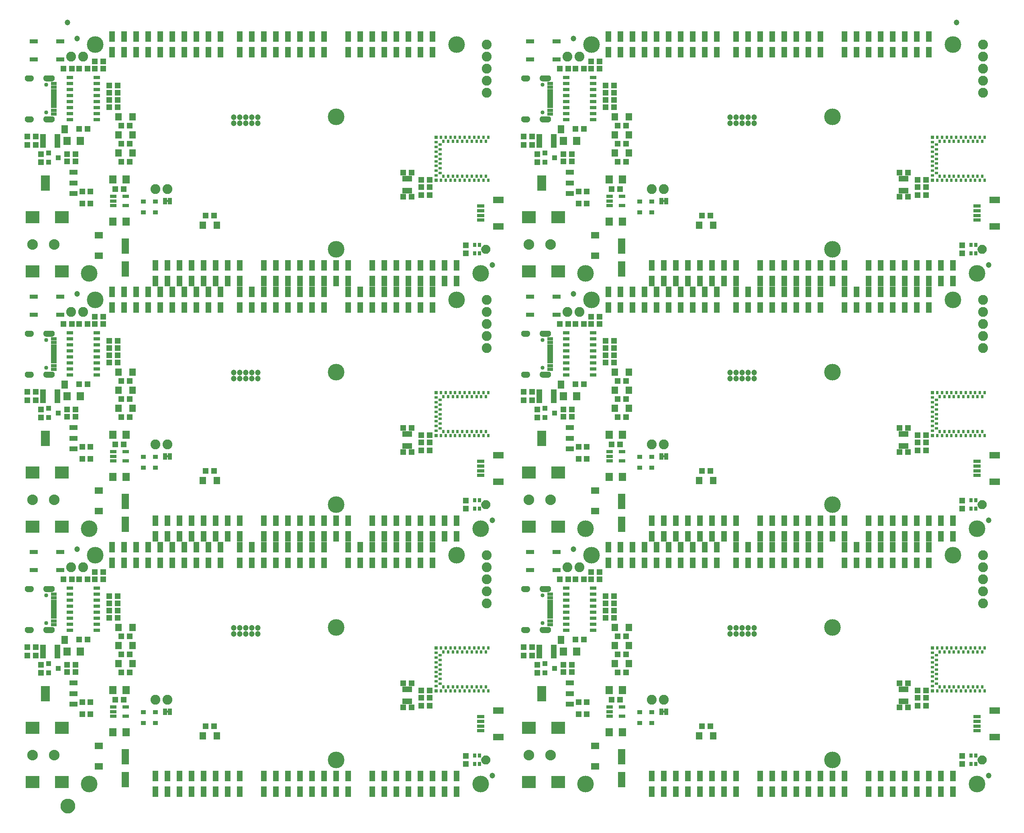
<source format=gts>
G75*
%MOIN*%
%OFA0B0*%
%FSLAX25Y25*%
%IPPOS*%
%LPD*%
%AMOC8*
5,1,8,0,0,1.08239X$1,22.5*
%
%ADD10R,0.05131X0.04737*%
%ADD11R,0.06312X0.07099*%
%ADD12R,0.06312X0.12611*%
%ADD13R,0.04737X0.05131*%
%ADD14R,0.04343X0.03950*%
%ADD15R,0.06800X0.04100*%
%ADD16R,0.07800X0.13100*%
%ADD17C,0.13800*%
%ADD18C,0.04737*%
%ADD19R,0.04737X0.08674*%
%ADD20R,0.05524X0.06312*%
%ADD21R,0.06587X0.05800*%
%ADD22R,0.11824X0.10249*%
%ADD23C,0.08800*%
%ADD24R,0.05524X0.02965*%
%ADD25R,0.08674X0.05524*%
%ADD26R,0.06115X0.03162*%
%ADD27R,0.04800X0.01981*%
%ADD28R,0.04800X0.03162*%
%ADD29R,0.04800X0.02965*%
%ADD30C,0.03359*%
%ADD31C,0.00039*%
%ADD32R,0.05524X0.03162*%
%ADD33R,0.06800X0.03800*%
%ADD34R,0.05800X0.03300*%
%ADD35R,0.04737X0.11824*%
%ADD36R,0.04068X0.03280*%
%ADD37C,0.08200*%
%ADD38R,0.03300X0.05800*%
%ADD39C,0.00500*%
%ADD40R,0.07887X0.04737*%
%ADD41R,0.02855X0.03654*%
%ADD42C,0.03950*%
%ADD43C,0.02362*%
%ADD44R,0.01587X0.02769*%
%ADD45R,0.02769X0.01587*%
%ADD46R,0.02375X0.03162*%
%ADD47R,0.03162X0.03162*%
%ADD48R,0.03162X0.02375*%
%ADD49C,0.05000*%
%ADD50C,0.06706*%
D10*
X0153087Y0176933D03*
X0159780Y0176933D03*
X0159780Y0186933D03*
X0153087Y0186933D03*
X0147280Y0211933D03*
X0147280Y0217933D03*
X0140587Y0217933D03*
X0140587Y0211933D03*
X0114280Y0225433D03*
X0107587Y0225433D03*
X0107587Y0232433D03*
X0114280Y0232433D03*
X0150587Y0238933D03*
X0157280Y0238933D03*
X0175587Y0256933D03*
X0175587Y0262933D03*
X0175587Y0268933D03*
X0175587Y0274933D03*
X0182280Y0274933D03*
X0182280Y0268933D03*
X0182280Y0262933D03*
X0182280Y0256933D03*
X0185587Y0241433D03*
X0192280Y0241433D03*
X0192280Y0226433D03*
X0185587Y0226433D03*
X0185587Y0211433D03*
X0192280Y0211433D03*
X0187280Y0188933D03*
X0180587Y0188933D03*
X0255587Y0166933D03*
X0262280Y0166933D03*
X0419587Y0182433D03*
X0426280Y0182433D03*
X0434587Y0183933D03*
X0434587Y0190433D03*
X0434587Y0196433D03*
X0441280Y0196433D03*
X0441280Y0190433D03*
X0441280Y0183933D03*
X0426280Y0202433D03*
X0419587Y0202433D03*
X0519587Y0225433D03*
X0526280Y0225433D03*
X0526280Y0232433D03*
X0519587Y0232433D03*
X0552587Y0217933D03*
X0552587Y0211933D03*
X0559280Y0211933D03*
X0559280Y0217933D03*
X0562587Y0238933D03*
X0569280Y0238933D03*
X0587587Y0256933D03*
X0587587Y0262933D03*
X0587587Y0268933D03*
X0587587Y0274933D03*
X0594280Y0274933D03*
X0594280Y0268933D03*
X0594280Y0262933D03*
X0594280Y0256933D03*
X0597587Y0241433D03*
X0604280Y0241433D03*
X0604280Y0226433D03*
X0597587Y0226433D03*
X0597587Y0211433D03*
X0604280Y0211433D03*
X0599280Y0188933D03*
X0592587Y0188933D03*
X0571780Y0186933D03*
X0565087Y0186933D03*
X0565087Y0176933D03*
X0571780Y0176933D03*
X0667587Y0166933D03*
X0674280Y0166933D03*
X0831587Y0182433D03*
X0838280Y0182433D03*
X0846587Y0183933D03*
X0846587Y0190433D03*
X0846587Y0196433D03*
X0853280Y0196433D03*
X0853280Y0190433D03*
X0853280Y0183933D03*
X0838280Y0202433D03*
X0831587Y0202433D03*
X0674280Y0378933D03*
X0667587Y0378933D03*
X0599280Y0400933D03*
X0592587Y0400933D03*
X0571780Y0398933D03*
X0565087Y0398933D03*
X0565087Y0388933D03*
X0571780Y0388933D03*
X0559280Y0423933D03*
X0559280Y0429933D03*
X0552587Y0429933D03*
X0552587Y0423933D03*
X0526280Y0437433D03*
X0519587Y0437433D03*
X0519587Y0444433D03*
X0526280Y0444433D03*
X0562587Y0450933D03*
X0569280Y0450933D03*
X0587587Y0468933D03*
X0587587Y0474933D03*
X0587587Y0480933D03*
X0587587Y0486933D03*
X0594280Y0486933D03*
X0594280Y0480933D03*
X0594280Y0474933D03*
X0594280Y0468933D03*
X0597587Y0453433D03*
X0604280Y0453433D03*
X0604280Y0438433D03*
X0597587Y0438433D03*
X0597587Y0423433D03*
X0604280Y0423433D03*
X0582280Y0500933D03*
X0582280Y0506933D03*
X0575587Y0506933D03*
X0575587Y0500933D03*
X0569280Y0500933D03*
X0562587Y0500933D03*
X0556280Y0500933D03*
X0549587Y0500933D03*
X0441280Y0408433D03*
X0441280Y0402433D03*
X0441280Y0395933D03*
X0434587Y0395933D03*
X0434587Y0402433D03*
X0434587Y0408433D03*
X0426280Y0414433D03*
X0419587Y0414433D03*
X0419587Y0394433D03*
X0426280Y0394433D03*
X0549587Y0288933D03*
X0556280Y0288933D03*
X0562587Y0288933D03*
X0569280Y0288933D03*
X0575587Y0288933D03*
X0575587Y0294933D03*
X0582280Y0294933D03*
X0582280Y0288933D03*
X0831587Y0394433D03*
X0838280Y0394433D03*
X0846587Y0395933D03*
X0846587Y0402433D03*
X0846587Y0408433D03*
X0853280Y0408433D03*
X0853280Y0402433D03*
X0853280Y0395933D03*
X0838280Y0414433D03*
X0831587Y0414433D03*
X0674280Y0590933D03*
X0667587Y0590933D03*
X0599280Y0612933D03*
X0592587Y0612933D03*
X0571780Y0610933D03*
X0565087Y0610933D03*
X0565087Y0600933D03*
X0571780Y0600933D03*
X0559280Y0635933D03*
X0559280Y0641933D03*
X0552587Y0641933D03*
X0552587Y0635933D03*
X0526280Y0649433D03*
X0519587Y0649433D03*
X0519587Y0656433D03*
X0526280Y0656433D03*
X0562587Y0662933D03*
X0569280Y0662933D03*
X0587587Y0680933D03*
X0587587Y0686933D03*
X0587587Y0692933D03*
X0587587Y0698933D03*
X0594280Y0698933D03*
X0594280Y0692933D03*
X0594280Y0686933D03*
X0594280Y0680933D03*
X0597587Y0665433D03*
X0604280Y0665433D03*
X0604280Y0650433D03*
X0597587Y0650433D03*
X0597587Y0635433D03*
X0604280Y0635433D03*
X0582280Y0712933D03*
X0582280Y0718933D03*
X0575587Y0718933D03*
X0575587Y0712933D03*
X0569280Y0712933D03*
X0562587Y0712933D03*
X0556280Y0712933D03*
X0549587Y0712933D03*
X0441280Y0620433D03*
X0441280Y0614433D03*
X0441280Y0607933D03*
X0434587Y0607933D03*
X0434587Y0614433D03*
X0434587Y0620433D03*
X0426280Y0626433D03*
X0419587Y0626433D03*
X0419587Y0606433D03*
X0426280Y0606433D03*
X0262280Y0590933D03*
X0255587Y0590933D03*
X0187280Y0612933D03*
X0180587Y0612933D03*
X0159780Y0610933D03*
X0153087Y0610933D03*
X0153087Y0600933D03*
X0159780Y0600933D03*
X0147280Y0635933D03*
X0147280Y0641933D03*
X0140587Y0641933D03*
X0140587Y0635933D03*
X0114280Y0649433D03*
X0107587Y0649433D03*
X0107587Y0656433D03*
X0114280Y0656433D03*
X0150587Y0662933D03*
X0157280Y0662933D03*
X0175587Y0680933D03*
X0175587Y0686933D03*
X0175587Y0692933D03*
X0175587Y0698933D03*
X0182280Y0698933D03*
X0182280Y0692933D03*
X0182280Y0686933D03*
X0182280Y0680933D03*
X0185587Y0665433D03*
X0192280Y0665433D03*
X0192280Y0650433D03*
X0185587Y0650433D03*
X0185587Y0635433D03*
X0192280Y0635433D03*
X0170280Y0712933D03*
X0170280Y0718933D03*
X0163587Y0718933D03*
X0163587Y0712933D03*
X0157280Y0712933D03*
X0150587Y0712933D03*
X0144280Y0712933D03*
X0137587Y0712933D03*
X0163587Y0506933D03*
X0163587Y0500933D03*
X0157280Y0500933D03*
X0150587Y0500933D03*
X0144280Y0500933D03*
X0137587Y0500933D03*
X0170280Y0500933D03*
X0170280Y0506933D03*
X0175587Y0486933D03*
X0175587Y0480933D03*
X0175587Y0474933D03*
X0175587Y0468933D03*
X0182280Y0468933D03*
X0182280Y0474933D03*
X0182280Y0480933D03*
X0182280Y0486933D03*
X0185587Y0453433D03*
X0192280Y0453433D03*
X0192280Y0438433D03*
X0185587Y0438433D03*
X0185587Y0423433D03*
X0192280Y0423433D03*
X0187280Y0400933D03*
X0180587Y0400933D03*
X0159780Y0398933D03*
X0153087Y0398933D03*
X0153087Y0388933D03*
X0159780Y0388933D03*
X0147280Y0423933D03*
X0147280Y0429933D03*
X0140587Y0429933D03*
X0140587Y0423933D03*
X0114280Y0437433D03*
X0107587Y0437433D03*
X0107587Y0444433D03*
X0114280Y0444433D03*
X0150587Y0450933D03*
X0157280Y0450933D03*
X0255587Y0378933D03*
X0262280Y0378933D03*
X0170280Y0294933D03*
X0170280Y0288933D03*
X0163587Y0288933D03*
X0163587Y0294933D03*
X0157280Y0288933D03*
X0150587Y0288933D03*
X0144280Y0288933D03*
X0137587Y0288933D03*
X0831587Y0606433D03*
X0838280Y0606433D03*
X0846587Y0607933D03*
X0846587Y0614433D03*
X0846587Y0620433D03*
X0853280Y0620433D03*
X0853280Y0614433D03*
X0853280Y0607933D03*
X0838280Y0626433D03*
X0831587Y0626433D03*
D11*
X0601445Y0620933D03*
X0590421Y0620933D03*
X0563445Y0652933D03*
X0552421Y0652933D03*
X0590421Y0585933D03*
X0601445Y0585933D03*
X0563445Y0440933D03*
X0552421Y0440933D03*
X0590421Y0408933D03*
X0601445Y0408933D03*
X0601445Y0373933D03*
X0590421Y0373933D03*
X0563445Y0228933D03*
X0552421Y0228933D03*
X0590421Y0196933D03*
X0601445Y0196933D03*
X0601445Y0161933D03*
X0590421Y0161933D03*
X0189445Y0161933D03*
X0178421Y0161933D03*
X0178421Y0196933D03*
X0189445Y0196933D03*
X0151445Y0228933D03*
X0140421Y0228933D03*
X0178421Y0373933D03*
X0189445Y0373933D03*
X0189445Y0408933D03*
X0178421Y0408933D03*
X0151445Y0440933D03*
X0140421Y0440933D03*
X0178421Y0585933D03*
X0189445Y0585933D03*
X0189445Y0620933D03*
X0178421Y0620933D03*
X0151445Y0652933D03*
X0140421Y0652933D03*
D12*
X0188933Y0565382D03*
X0188933Y0546484D03*
X0188933Y0353382D03*
X0188933Y0334484D03*
X0188933Y0141382D03*
X0188933Y0122484D03*
X0600933Y0122484D03*
X0600933Y0141382D03*
X0600933Y0334484D03*
X0600933Y0353382D03*
X0600933Y0546484D03*
X0600933Y0565382D03*
D13*
X0530933Y0635087D03*
X0530933Y0641780D03*
X0471433Y0566280D03*
X0471433Y0559587D03*
X0530933Y0429780D03*
X0530933Y0423087D03*
X0471433Y0354280D03*
X0471433Y0347587D03*
X0530933Y0217780D03*
X0530933Y0211087D03*
X0471433Y0142280D03*
X0471433Y0135587D03*
X0118933Y0211087D03*
X0118933Y0217780D03*
X0118933Y0423087D03*
X0118933Y0429780D03*
X0118933Y0635087D03*
X0118933Y0641780D03*
X0883433Y0566280D03*
X0883433Y0559587D03*
X0883433Y0354280D03*
X0883433Y0347587D03*
X0883433Y0142280D03*
X0883433Y0135587D03*
D14*
X0545264Y0214933D03*
X0536996Y0211193D03*
X0536996Y0218673D03*
X0536996Y0423193D03*
X0536996Y0430673D03*
X0545264Y0426933D03*
X0536996Y0635193D03*
X0536996Y0642673D03*
X0545264Y0638933D03*
X0133264Y0638933D03*
X0124996Y0635193D03*
X0124996Y0642673D03*
X0124996Y0430673D03*
X0124996Y0423193D03*
X0133264Y0426933D03*
X0124996Y0218673D03*
X0124996Y0211193D03*
X0133264Y0214933D03*
D15*
X0145823Y0202943D03*
X0145823Y0193933D03*
X0145823Y0184993D03*
X0145823Y0396993D03*
X0145823Y0405933D03*
X0145823Y0414943D03*
X0145823Y0608993D03*
X0145823Y0617933D03*
X0145823Y0626943D03*
X0557823Y0626943D03*
X0557823Y0617933D03*
X0557823Y0608993D03*
X0557823Y0414943D03*
X0557823Y0405933D03*
X0557823Y0396993D03*
X0557823Y0202943D03*
X0557823Y0193933D03*
X0557823Y0184993D03*
D16*
X0534433Y0193933D03*
X0534433Y0405933D03*
X0534433Y0617933D03*
X0122433Y0617933D03*
X0122433Y0405933D03*
X0122433Y0193933D03*
D17*
X0158933Y0118933D03*
X0363933Y0138933D03*
X0483933Y0118933D03*
X0570933Y0118933D03*
X0775933Y0138933D03*
X0895933Y0118933D03*
X0775933Y0248933D03*
X0875933Y0308933D03*
X0895933Y0330933D03*
X0775933Y0350933D03*
X0775933Y0460933D03*
X0875933Y0520933D03*
X0895933Y0542933D03*
X0775933Y0562933D03*
X0775933Y0672933D03*
X0875933Y0732933D03*
X0575933Y0732933D03*
X0463933Y0732933D03*
X0363933Y0672933D03*
X0363933Y0562933D03*
X0463933Y0520933D03*
X0483933Y0542933D03*
X0570933Y0542933D03*
X0575933Y0520933D03*
X0363933Y0460933D03*
X0363933Y0350933D03*
X0463933Y0308933D03*
X0483933Y0330933D03*
X0570933Y0330933D03*
X0575933Y0308933D03*
X0363933Y0248933D03*
X0163933Y0308933D03*
X0158933Y0330933D03*
X0163933Y0520933D03*
X0158933Y0542933D03*
X0163933Y0732933D03*
D18*
X0148933Y0737933D03*
X0140933Y0751183D03*
X0278933Y0672433D03*
X0278933Y0667433D03*
X0283933Y0667433D03*
X0283933Y0672433D03*
X0288933Y0672433D03*
X0288933Y0667433D03*
X0293933Y0667433D03*
X0293933Y0672433D03*
X0298933Y0672433D03*
X0298933Y0667433D03*
X0148933Y0525933D03*
X0278933Y0460433D03*
X0278933Y0455433D03*
X0283933Y0455433D03*
X0283933Y0460433D03*
X0288933Y0460433D03*
X0288933Y0455433D03*
X0293933Y0455433D03*
X0293933Y0460433D03*
X0298933Y0460433D03*
X0298933Y0455433D03*
X0493433Y0549933D03*
X0560933Y0525933D03*
X0690933Y0460433D03*
X0690933Y0455433D03*
X0695933Y0455433D03*
X0695933Y0460433D03*
X0700933Y0460433D03*
X0700933Y0455433D03*
X0705933Y0455433D03*
X0705933Y0460433D03*
X0710933Y0460433D03*
X0710933Y0455433D03*
X0905433Y0549933D03*
X0710933Y0667433D03*
X0705933Y0667433D03*
X0700933Y0667433D03*
X0695933Y0667433D03*
X0690933Y0667433D03*
X0690933Y0672433D03*
X0695933Y0672433D03*
X0700933Y0672433D03*
X0705933Y0672433D03*
X0710933Y0672433D03*
X0560933Y0737933D03*
X0878933Y0751183D03*
X0905433Y0337933D03*
X0710933Y0248433D03*
X0710933Y0243433D03*
X0705933Y0243433D03*
X0700933Y0243433D03*
X0695933Y0243433D03*
X0690933Y0243433D03*
X0690933Y0248433D03*
X0695933Y0248433D03*
X0700933Y0248433D03*
X0705933Y0248433D03*
X0560933Y0313933D03*
X0493433Y0337933D03*
X0298933Y0248433D03*
X0298933Y0243433D03*
X0293933Y0243433D03*
X0288933Y0243433D03*
X0283933Y0243433D03*
X0278933Y0243433D03*
X0278933Y0248433D03*
X0283933Y0248433D03*
X0288933Y0248433D03*
X0293933Y0248433D03*
X0148933Y0313933D03*
X0493433Y0125933D03*
X0905433Y0125933D03*
D19*
X0875933Y0125429D03*
X0865933Y0125429D03*
X0855933Y0125429D03*
X0845933Y0125429D03*
X0835933Y0125429D03*
X0825933Y0125429D03*
X0815933Y0125429D03*
X0805933Y0125429D03*
X0805933Y0112437D03*
X0815933Y0112437D03*
X0825933Y0112437D03*
X0835933Y0112437D03*
X0845933Y0112437D03*
X0855933Y0112437D03*
X0865933Y0112437D03*
X0875933Y0112437D03*
X0785933Y0112437D03*
X0775933Y0112437D03*
X0765933Y0112437D03*
X0755933Y0112437D03*
X0745933Y0112437D03*
X0735933Y0112437D03*
X0725933Y0112437D03*
X0715933Y0112437D03*
X0715933Y0125429D03*
X0725933Y0125429D03*
X0735933Y0125429D03*
X0745933Y0125429D03*
X0755933Y0125429D03*
X0765933Y0125429D03*
X0775933Y0125429D03*
X0785933Y0125429D03*
X0695933Y0125429D03*
X0685933Y0125429D03*
X0675933Y0125429D03*
X0665933Y0125429D03*
X0655933Y0125429D03*
X0645933Y0125429D03*
X0635933Y0125429D03*
X0625933Y0125429D03*
X0625933Y0112437D03*
X0635933Y0112437D03*
X0645933Y0112437D03*
X0655933Y0112437D03*
X0665933Y0112437D03*
X0675933Y0112437D03*
X0685933Y0112437D03*
X0695933Y0112437D03*
X0463933Y0112437D03*
X0453933Y0112437D03*
X0443933Y0112437D03*
X0433933Y0112437D03*
X0423933Y0112437D03*
X0413933Y0112437D03*
X0403933Y0112437D03*
X0393933Y0112437D03*
X0393933Y0125429D03*
X0403933Y0125429D03*
X0413933Y0125429D03*
X0423933Y0125429D03*
X0433933Y0125429D03*
X0443933Y0125429D03*
X0453933Y0125429D03*
X0463933Y0125429D03*
X0373933Y0125429D03*
X0363933Y0125429D03*
X0353933Y0125429D03*
X0343933Y0125429D03*
X0333933Y0125429D03*
X0323933Y0125429D03*
X0313933Y0125429D03*
X0303933Y0125429D03*
X0303933Y0112437D03*
X0313933Y0112437D03*
X0323933Y0112437D03*
X0333933Y0112437D03*
X0343933Y0112437D03*
X0353933Y0112437D03*
X0363933Y0112437D03*
X0373933Y0112437D03*
X0283933Y0112437D03*
X0273933Y0112437D03*
X0263933Y0112437D03*
X0253933Y0112437D03*
X0243933Y0112437D03*
X0233933Y0112437D03*
X0223933Y0112437D03*
X0213933Y0112437D03*
X0213933Y0125429D03*
X0223933Y0125429D03*
X0233933Y0125429D03*
X0243933Y0125429D03*
X0253933Y0125429D03*
X0263933Y0125429D03*
X0273933Y0125429D03*
X0283933Y0125429D03*
X0283933Y0302437D03*
X0293933Y0302437D03*
X0303933Y0302437D03*
X0313933Y0302437D03*
X0323933Y0302437D03*
X0333933Y0302437D03*
X0343933Y0302437D03*
X0353933Y0302437D03*
X0353933Y0315429D03*
X0343933Y0315429D03*
X0333933Y0315429D03*
X0323933Y0315429D03*
X0313933Y0315429D03*
X0303933Y0315429D03*
X0293933Y0315429D03*
X0283933Y0315429D03*
X0267933Y0315429D03*
X0257933Y0315429D03*
X0247933Y0315429D03*
X0237933Y0315429D03*
X0227933Y0315429D03*
X0217933Y0315429D03*
X0207933Y0315429D03*
X0197933Y0315429D03*
X0187933Y0315429D03*
X0177933Y0315429D03*
X0177933Y0302437D03*
X0187933Y0302437D03*
X0197933Y0302437D03*
X0207933Y0302437D03*
X0217933Y0302437D03*
X0227933Y0302437D03*
X0237933Y0302437D03*
X0247933Y0302437D03*
X0257933Y0302437D03*
X0267933Y0302437D03*
X0263933Y0324437D03*
X0253933Y0324437D03*
X0243933Y0324437D03*
X0233933Y0324437D03*
X0223933Y0324437D03*
X0213933Y0324437D03*
X0213933Y0337429D03*
X0223933Y0337429D03*
X0233933Y0337429D03*
X0243933Y0337429D03*
X0253933Y0337429D03*
X0263933Y0337429D03*
X0273933Y0337429D03*
X0283933Y0337429D03*
X0283933Y0324437D03*
X0273933Y0324437D03*
X0303933Y0324437D03*
X0313933Y0324437D03*
X0323933Y0324437D03*
X0333933Y0324437D03*
X0343933Y0324437D03*
X0353933Y0324437D03*
X0363933Y0324437D03*
X0373933Y0324437D03*
X0373933Y0337429D03*
X0363933Y0337429D03*
X0353933Y0337429D03*
X0343933Y0337429D03*
X0333933Y0337429D03*
X0323933Y0337429D03*
X0313933Y0337429D03*
X0303933Y0337429D03*
X0373933Y0315429D03*
X0383933Y0315429D03*
X0393933Y0315429D03*
X0403933Y0315429D03*
X0413933Y0315429D03*
X0423933Y0315429D03*
X0433933Y0315429D03*
X0443933Y0315429D03*
X0443933Y0302437D03*
X0433933Y0302437D03*
X0423933Y0302437D03*
X0413933Y0302437D03*
X0403933Y0302437D03*
X0393933Y0302437D03*
X0383933Y0302437D03*
X0373933Y0302437D03*
X0393933Y0324437D03*
X0403933Y0324437D03*
X0413933Y0324437D03*
X0423933Y0324437D03*
X0433933Y0324437D03*
X0443933Y0324437D03*
X0453933Y0324437D03*
X0463933Y0324437D03*
X0463933Y0337429D03*
X0453933Y0337429D03*
X0443933Y0337429D03*
X0433933Y0337429D03*
X0423933Y0337429D03*
X0413933Y0337429D03*
X0403933Y0337429D03*
X0393933Y0337429D03*
X0589933Y0315429D03*
X0599933Y0315429D03*
X0609933Y0315429D03*
X0619933Y0315429D03*
X0629933Y0315429D03*
X0639933Y0315429D03*
X0649933Y0315429D03*
X0659933Y0315429D03*
X0669933Y0315429D03*
X0679933Y0315429D03*
X0679933Y0302437D03*
X0669933Y0302437D03*
X0659933Y0302437D03*
X0649933Y0302437D03*
X0639933Y0302437D03*
X0629933Y0302437D03*
X0619933Y0302437D03*
X0609933Y0302437D03*
X0599933Y0302437D03*
X0589933Y0302437D03*
X0625933Y0324437D03*
X0635933Y0324437D03*
X0645933Y0324437D03*
X0655933Y0324437D03*
X0665933Y0324437D03*
X0675933Y0324437D03*
X0685933Y0324437D03*
X0695933Y0324437D03*
X0695933Y0337429D03*
X0685933Y0337429D03*
X0675933Y0337429D03*
X0665933Y0337429D03*
X0655933Y0337429D03*
X0645933Y0337429D03*
X0635933Y0337429D03*
X0625933Y0337429D03*
X0695933Y0315429D03*
X0705933Y0315429D03*
X0715933Y0315429D03*
X0725933Y0315429D03*
X0735933Y0315429D03*
X0745933Y0315429D03*
X0755933Y0315429D03*
X0765933Y0315429D03*
X0765933Y0302437D03*
X0755933Y0302437D03*
X0745933Y0302437D03*
X0735933Y0302437D03*
X0725933Y0302437D03*
X0715933Y0302437D03*
X0705933Y0302437D03*
X0695933Y0302437D03*
X0715933Y0324437D03*
X0725933Y0324437D03*
X0735933Y0324437D03*
X0745933Y0324437D03*
X0755933Y0324437D03*
X0765933Y0324437D03*
X0775933Y0324437D03*
X0785933Y0324437D03*
X0785933Y0337429D03*
X0775933Y0337429D03*
X0765933Y0337429D03*
X0755933Y0337429D03*
X0745933Y0337429D03*
X0735933Y0337429D03*
X0725933Y0337429D03*
X0715933Y0337429D03*
X0785933Y0315429D03*
X0795933Y0315429D03*
X0805933Y0315429D03*
X0815933Y0315429D03*
X0825933Y0315429D03*
X0835933Y0315429D03*
X0845933Y0315429D03*
X0855933Y0315429D03*
X0855933Y0302437D03*
X0845933Y0302437D03*
X0835933Y0302437D03*
X0825933Y0302437D03*
X0815933Y0302437D03*
X0805933Y0302437D03*
X0795933Y0302437D03*
X0785933Y0302437D03*
X0805933Y0324437D03*
X0815933Y0324437D03*
X0825933Y0324437D03*
X0835933Y0324437D03*
X0845933Y0324437D03*
X0855933Y0324437D03*
X0865933Y0324437D03*
X0875933Y0324437D03*
X0875933Y0337429D03*
X0865933Y0337429D03*
X0855933Y0337429D03*
X0845933Y0337429D03*
X0835933Y0337429D03*
X0825933Y0337429D03*
X0815933Y0337429D03*
X0805933Y0337429D03*
X0805933Y0514437D03*
X0795933Y0514437D03*
X0785933Y0514437D03*
X0785933Y0527429D03*
X0785933Y0536437D03*
X0775933Y0536437D03*
X0765933Y0536437D03*
X0765933Y0527429D03*
X0755933Y0527429D03*
X0755933Y0536437D03*
X0745933Y0536437D03*
X0745933Y0527429D03*
X0735933Y0527429D03*
X0735933Y0536437D03*
X0725933Y0536437D03*
X0725933Y0527429D03*
X0715933Y0527429D03*
X0715933Y0536437D03*
X0705933Y0527429D03*
X0695933Y0527429D03*
X0695933Y0536437D03*
X0685933Y0536437D03*
X0675933Y0536437D03*
X0679933Y0527429D03*
X0669933Y0527429D03*
X0665933Y0536437D03*
X0655933Y0536437D03*
X0659933Y0527429D03*
X0649933Y0527429D03*
X0645933Y0536437D03*
X0635933Y0536437D03*
X0639933Y0527429D03*
X0629933Y0527429D03*
X0625933Y0536437D03*
X0619933Y0527429D03*
X0609933Y0527429D03*
X0599933Y0527429D03*
X0589933Y0527429D03*
X0589933Y0514437D03*
X0599933Y0514437D03*
X0609933Y0514437D03*
X0619933Y0514437D03*
X0629933Y0514437D03*
X0639933Y0514437D03*
X0649933Y0514437D03*
X0659933Y0514437D03*
X0669933Y0514437D03*
X0679933Y0514437D03*
X0695933Y0514437D03*
X0705933Y0514437D03*
X0715933Y0514437D03*
X0725933Y0514437D03*
X0735933Y0514437D03*
X0745933Y0514437D03*
X0755933Y0514437D03*
X0765933Y0514437D03*
X0795933Y0527429D03*
X0805933Y0527429D03*
X0805933Y0536437D03*
X0815933Y0536437D03*
X0815933Y0527429D03*
X0825933Y0527429D03*
X0825933Y0536437D03*
X0835933Y0536437D03*
X0835933Y0527429D03*
X0845933Y0527429D03*
X0845933Y0536437D03*
X0855933Y0536437D03*
X0855933Y0527429D03*
X0865933Y0536437D03*
X0875933Y0536437D03*
X0875933Y0549429D03*
X0865933Y0549429D03*
X0855933Y0549429D03*
X0845933Y0549429D03*
X0835933Y0549429D03*
X0825933Y0549429D03*
X0815933Y0549429D03*
X0805933Y0549429D03*
X0785933Y0549429D03*
X0775933Y0549429D03*
X0765933Y0549429D03*
X0755933Y0549429D03*
X0745933Y0549429D03*
X0735933Y0549429D03*
X0725933Y0549429D03*
X0715933Y0549429D03*
X0695933Y0549429D03*
X0685933Y0549429D03*
X0675933Y0549429D03*
X0665933Y0549429D03*
X0655933Y0549429D03*
X0645933Y0549429D03*
X0635933Y0549429D03*
X0625933Y0549429D03*
X0463933Y0549429D03*
X0453933Y0549429D03*
X0443933Y0549429D03*
X0433933Y0549429D03*
X0423933Y0549429D03*
X0413933Y0549429D03*
X0403933Y0549429D03*
X0393933Y0549429D03*
X0393933Y0536437D03*
X0393933Y0527429D03*
X0383933Y0527429D03*
X0373933Y0527429D03*
X0373933Y0536437D03*
X0363933Y0536437D03*
X0353933Y0536437D03*
X0353933Y0527429D03*
X0343933Y0527429D03*
X0343933Y0536437D03*
X0333933Y0536437D03*
X0333933Y0527429D03*
X0323933Y0527429D03*
X0323933Y0536437D03*
X0313933Y0536437D03*
X0313933Y0527429D03*
X0303933Y0527429D03*
X0303933Y0536437D03*
X0293933Y0527429D03*
X0283933Y0527429D03*
X0283933Y0536437D03*
X0273933Y0536437D03*
X0263933Y0536437D03*
X0267933Y0527429D03*
X0257933Y0527429D03*
X0253933Y0536437D03*
X0243933Y0536437D03*
X0247933Y0527429D03*
X0237933Y0527429D03*
X0233933Y0536437D03*
X0223933Y0536437D03*
X0227933Y0527429D03*
X0217933Y0527429D03*
X0213933Y0536437D03*
X0207933Y0527429D03*
X0197933Y0527429D03*
X0187933Y0527429D03*
X0177933Y0527429D03*
X0177933Y0514437D03*
X0187933Y0514437D03*
X0197933Y0514437D03*
X0207933Y0514437D03*
X0217933Y0514437D03*
X0227933Y0514437D03*
X0237933Y0514437D03*
X0247933Y0514437D03*
X0257933Y0514437D03*
X0267933Y0514437D03*
X0283933Y0514437D03*
X0293933Y0514437D03*
X0303933Y0514437D03*
X0313933Y0514437D03*
X0323933Y0514437D03*
X0333933Y0514437D03*
X0343933Y0514437D03*
X0353933Y0514437D03*
X0373933Y0514437D03*
X0383933Y0514437D03*
X0393933Y0514437D03*
X0403933Y0514437D03*
X0413933Y0514437D03*
X0423933Y0514437D03*
X0433933Y0514437D03*
X0443933Y0514437D03*
X0443933Y0527429D03*
X0443933Y0536437D03*
X0433933Y0536437D03*
X0433933Y0527429D03*
X0423933Y0527429D03*
X0423933Y0536437D03*
X0413933Y0536437D03*
X0413933Y0527429D03*
X0403933Y0527429D03*
X0403933Y0536437D03*
X0373933Y0549429D03*
X0363933Y0549429D03*
X0353933Y0549429D03*
X0343933Y0549429D03*
X0333933Y0549429D03*
X0323933Y0549429D03*
X0313933Y0549429D03*
X0303933Y0549429D03*
X0283933Y0549429D03*
X0273933Y0549429D03*
X0263933Y0549429D03*
X0253933Y0549429D03*
X0243933Y0549429D03*
X0233933Y0549429D03*
X0223933Y0549429D03*
X0213933Y0549429D03*
X0217933Y0726437D03*
X0207933Y0726437D03*
X0197933Y0726437D03*
X0187933Y0726437D03*
X0177933Y0726437D03*
X0177933Y0739429D03*
X0187933Y0739429D03*
X0197933Y0739429D03*
X0207933Y0739429D03*
X0217933Y0739429D03*
X0227933Y0739429D03*
X0237933Y0739429D03*
X0247933Y0739429D03*
X0257933Y0739429D03*
X0267933Y0739429D03*
X0267933Y0726437D03*
X0257933Y0726437D03*
X0247933Y0726437D03*
X0237933Y0726437D03*
X0227933Y0726437D03*
X0283933Y0726437D03*
X0293933Y0726437D03*
X0303933Y0726437D03*
X0313933Y0726437D03*
X0323933Y0726437D03*
X0333933Y0726437D03*
X0343933Y0726437D03*
X0353933Y0726437D03*
X0353933Y0739429D03*
X0343933Y0739429D03*
X0333933Y0739429D03*
X0323933Y0739429D03*
X0313933Y0739429D03*
X0303933Y0739429D03*
X0293933Y0739429D03*
X0283933Y0739429D03*
X0373933Y0739429D03*
X0383933Y0739429D03*
X0393933Y0739429D03*
X0403933Y0739429D03*
X0413933Y0739429D03*
X0423933Y0739429D03*
X0433933Y0739429D03*
X0443933Y0739429D03*
X0443933Y0726437D03*
X0433933Y0726437D03*
X0423933Y0726437D03*
X0413933Y0726437D03*
X0403933Y0726437D03*
X0393933Y0726437D03*
X0383933Y0726437D03*
X0373933Y0726437D03*
X0589933Y0726437D03*
X0599933Y0726437D03*
X0609933Y0726437D03*
X0619933Y0726437D03*
X0629933Y0726437D03*
X0639933Y0726437D03*
X0649933Y0726437D03*
X0659933Y0726437D03*
X0669933Y0726437D03*
X0679933Y0726437D03*
X0679933Y0739429D03*
X0669933Y0739429D03*
X0659933Y0739429D03*
X0649933Y0739429D03*
X0639933Y0739429D03*
X0629933Y0739429D03*
X0619933Y0739429D03*
X0609933Y0739429D03*
X0599933Y0739429D03*
X0589933Y0739429D03*
X0695933Y0739429D03*
X0705933Y0739429D03*
X0715933Y0739429D03*
X0725933Y0739429D03*
X0735933Y0739429D03*
X0745933Y0739429D03*
X0755933Y0739429D03*
X0765933Y0739429D03*
X0765933Y0726437D03*
X0755933Y0726437D03*
X0745933Y0726437D03*
X0735933Y0726437D03*
X0725933Y0726437D03*
X0715933Y0726437D03*
X0705933Y0726437D03*
X0695933Y0726437D03*
X0785933Y0726437D03*
X0795933Y0726437D03*
X0805933Y0726437D03*
X0815933Y0726437D03*
X0825933Y0726437D03*
X0835933Y0726437D03*
X0845933Y0726437D03*
X0855933Y0726437D03*
X0855933Y0739429D03*
X0845933Y0739429D03*
X0835933Y0739429D03*
X0825933Y0739429D03*
X0815933Y0739429D03*
X0805933Y0739429D03*
X0795933Y0739429D03*
X0785933Y0739429D03*
X0815933Y0514437D03*
X0825933Y0514437D03*
X0835933Y0514437D03*
X0845933Y0514437D03*
X0855933Y0514437D03*
X0463933Y0536437D03*
X0453933Y0536437D03*
D20*
X0595028Y0460933D03*
X0606839Y0460933D03*
X0606839Y0445933D03*
X0595028Y0445933D03*
X0595028Y0430933D03*
X0606839Y0430933D03*
X0665028Y0370933D03*
X0676839Y0370933D03*
X0606839Y0248933D03*
X0595028Y0248933D03*
X0595028Y0233933D03*
X0606839Y0233933D03*
X0606839Y0218933D03*
X0595028Y0218933D03*
X0665028Y0158933D03*
X0676839Y0158933D03*
X0264839Y0158933D03*
X0253028Y0158933D03*
X0194839Y0218933D03*
X0183028Y0218933D03*
X0183028Y0233933D03*
X0194839Y0233933D03*
X0194839Y0248933D03*
X0183028Y0248933D03*
X0253028Y0370933D03*
X0264839Y0370933D03*
X0194839Y0430933D03*
X0183028Y0430933D03*
X0183028Y0445933D03*
X0194839Y0445933D03*
X0194839Y0460933D03*
X0183028Y0460933D03*
X0253028Y0582933D03*
X0264839Y0582933D03*
X0194839Y0642933D03*
X0183028Y0642933D03*
X0183028Y0657933D03*
X0194839Y0657933D03*
X0194839Y0672933D03*
X0183028Y0672933D03*
X0595028Y0672933D03*
X0606839Y0672933D03*
X0606839Y0657933D03*
X0595028Y0657933D03*
X0595028Y0642933D03*
X0606839Y0642933D03*
X0665028Y0582933D03*
X0676839Y0582933D03*
D21*
X0578933Y0574398D03*
X0578933Y0557469D03*
X0578933Y0362398D03*
X0578933Y0345469D03*
X0578933Y0150398D03*
X0578933Y0133469D03*
X0166933Y0133469D03*
X0166933Y0150398D03*
X0166933Y0345469D03*
X0166933Y0362398D03*
X0166933Y0557469D03*
X0166933Y0574398D03*
D22*
X0135949Y0589374D03*
X0111933Y0589374D03*
X0111933Y0544492D03*
X0135949Y0544492D03*
X0135949Y0377374D03*
X0111933Y0377374D03*
X0111933Y0332492D03*
X0135949Y0332492D03*
X0135949Y0165374D03*
X0111933Y0165374D03*
X0111933Y0120492D03*
X0135949Y0120492D03*
X0523933Y0120492D03*
X0547949Y0120492D03*
X0547949Y0165374D03*
X0523933Y0165374D03*
X0523933Y0332492D03*
X0547949Y0332492D03*
X0547949Y0377374D03*
X0523933Y0377374D03*
X0523933Y0544492D03*
X0547949Y0544492D03*
X0547949Y0589374D03*
X0523933Y0589374D03*
D23*
X0523933Y0566933D03*
X0541933Y0566933D03*
X0541933Y0354933D03*
X0523933Y0354933D03*
X0523933Y0142933D03*
X0541933Y0142933D03*
X0129933Y0142933D03*
X0111933Y0142933D03*
X0111933Y0354933D03*
X0129933Y0354933D03*
X0129933Y0566933D03*
X0111933Y0566933D03*
D24*
X0178815Y0599193D03*
X0178815Y0602933D03*
X0178815Y0606673D03*
X0189052Y0606673D03*
X0189052Y0599193D03*
X0189052Y0394673D03*
X0189052Y0387193D03*
X0178815Y0387193D03*
X0178815Y0390933D03*
X0178815Y0394673D03*
X0178815Y0182673D03*
X0178815Y0178933D03*
X0178815Y0175193D03*
X0189052Y0175193D03*
X0189052Y0182673D03*
X0590815Y0182673D03*
X0590815Y0178933D03*
X0590815Y0175193D03*
X0601052Y0175193D03*
X0601052Y0182673D03*
X0601052Y0387193D03*
X0601052Y0394673D03*
X0590815Y0394673D03*
X0590815Y0390933D03*
X0590815Y0387193D03*
X0590815Y0599193D03*
X0590815Y0602933D03*
X0590815Y0606673D03*
X0601052Y0606673D03*
X0601052Y0599193D03*
D25*
X0498402Y0603957D03*
X0498402Y0581909D03*
X0498402Y0391957D03*
X0498402Y0369909D03*
X0498402Y0179957D03*
X0498402Y0157909D03*
X0910402Y0157909D03*
X0910402Y0179957D03*
X0910402Y0369909D03*
X0910402Y0391957D03*
X0910402Y0581909D03*
X0910402Y0603957D03*
D26*
X0895933Y0598839D03*
X0895933Y0594902D03*
X0895933Y0590965D03*
X0895933Y0587028D03*
X0895933Y0386839D03*
X0895933Y0382902D03*
X0895933Y0378965D03*
X0895933Y0375028D03*
X0895933Y0174839D03*
X0895933Y0170902D03*
X0895933Y0166965D03*
X0895933Y0163028D03*
X0483933Y0163028D03*
X0483933Y0166965D03*
X0483933Y0170902D03*
X0483933Y0174839D03*
X0483933Y0375028D03*
X0483933Y0378965D03*
X0483933Y0382902D03*
X0483933Y0386839D03*
X0483933Y0587028D03*
X0483933Y0590965D03*
X0483933Y0594902D03*
X0483933Y0598839D03*
D27*
X0541539Y0681043D03*
X0541539Y0683012D03*
X0541539Y0684980D03*
X0541539Y0686949D03*
X0541539Y0688917D03*
X0541539Y0690886D03*
X0541539Y0692854D03*
X0541539Y0694823D03*
X0541539Y0482823D03*
X0541539Y0480854D03*
X0541539Y0478886D03*
X0541539Y0476917D03*
X0541539Y0474949D03*
X0541539Y0472980D03*
X0541539Y0471012D03*
X0541539Y0469043D03*
X0541539Y0270823D03*
X0541539Y0268854D03*
X0541539Y0266886D03*
X0541539Y0264917D03*
X0541539Y0262949D03*
X0541539Y0260980D03*
X0541539Y0259012D03*
X0541539Y0257043D03*
X0129539Y0257043D03*
X0129539Y0259012D03*
X0129539Y0260980D03*
X0129539Y0262949D03*
X0129539Y0264917D03*
X0129539Y0266886D03*
X0129539Y0268854D03*
X0129539Y0270823D03*
X0129539Y0469043D03*
X0129539Y0471012D03*
X0129539Y0472980D03*
X0129539Y0474949D03*
X0129539Y0476917D03*
X0129539Y0478886D03*
X0129539Y0480854D03*
X0129539Y0482823D03*
X0129539Y0681043D03*
X0129539Y0683012D03*
X0129539Y0684980D03*
X0129539Y0686949D03*
X0129539Y0688917D03*
X0129539Y0690886D03*
X0129539Y0692854D03*
X0129539Y0694823D03*
D28*
X0129539Y0700630D03*
X0129539Y0675236D03*
X0129539Y0488630D03*
X0129539Y0463236D03*
X0129539Y0276630D03*
X0129539Y0251236D03*
X0541539Y0251236D03*
X0541539Y0276630D03*
X0541539Y0463236D03*
X0541539Y0488630D03*
X0541539Y0675236D03*
X0541539Y0700630D03*
D29*
X0541539Y0697579D03*
X0541539Y0678287D03*
X0541539Y0485579D03*
X0541539Y0466287D03*
X0541539Y0273579D03*
X0541539Y0254287D03*
X0129539Y0254287D03*
X0129539Y0273579D03*
X0129539Y0466287D03*
X0129539Y0485579D03*
X0129539Y0678287D03*
X0129539Y0697579D03*
D30*
X0123244Y0699311D03*
X0123244Y0676555D03*
X0123244Y0487311D03*
X0123244Y0464555D03*
X0123244Y0275311D03*
X0123244Y0252555D03*
X0535244Y0252555D03*
X0535244Y0275311D03*
X0535244Y0464555D03*
X0535244Y0487311D03*
X0535244Y0676555D03*
X0535244Y0699311D03*
D31*
X0534949Y0702579D02*
X0534450Y0702659D01*
X0533982Y0702849D01*
X0533567Y0703138D01*
X0533227Y0703512D01*
X0532979Y0703952D01*
X0532836Y0704437D01*
X0532803Y0704941D01*
X0532836Y0705445D01*
X0532979Y0705930D01*
X0533227Y0706370D01*
X0533567Y0706744D01*
X0533982Y0707033D01*
X0534450Y0707223D01*
X0534949Y0707303D01*
X0539673Y0707303D01*
X0540115Y0707242D01*
X0540537Y0707096D01*
X0540921Y0706871D01*
X0541255Y0706575D01*
X0541524Y0706219D01*
X0541719Y0705818D01*
X0541832Y0705386D01*
X0541858Y0704941D01*
X0541832Y0704496D01*
X0541719Y0704064D01*
X0541524Y0703663D01*
X0541255Y0703307D01*
X0540921Y0703011D01*
X0540537Y0702786D01*
X0540115Y0702640D01*
X0539673Y0702579D01*
X0534949Y0702579D01*
X0534753Y0702610D02*
X0539902Y0702610D01*
X0540140Y0702648D02*
X0534519Y0702648D01*
X0534384Y0702686D02*
X0540249Y0702686D01*
X0540358Y0702724D02*
X0534290Y0702724D01*
X0534197Y0702762D02*
X0540468Y0702762D01*
X0540561Y0702800D02*
X0534103Y0702800D01*
X0534010Y0702838D02*
X0540625Y0702838D01*
X0540690Y0702876D02*
X0533943Y0702876D01*
X0533889Y0702913D02*
X0540755Y0702913D01*
X0540819Y0702951D02*
X0533835Y0702951D01*
X0533781Y0702989D02*
X0540884Y0702989D01*
X0540939Y0703027D02*
X0533726Y0703027D01*
X0533672Y0703065D02*
X0540982Y0703065D01*
X0541025Y0703103D02*
X0533618Y0703103D01*
X0533565Y0703141D02*
X0541067Y0703141D01*
X0541110Y0703179D02*
X0533530Y0703179D01*
X0533496Y0703216D02*
X0541153Y0703216D01*
X0541195Y0703254D02*
X0533461Y0703254D01*
X0533427Y0703292D02*
X0541238Y0703292D01*
X0541272Y0703330D02*
X0533393Y0703330D01*
X0533358Y0703368D02*
X0541301Y0703368D01*
X0541330Y0703406D02*
X0533324Y0703406D01*
X0533289Y0703444D02*
X0541358Y0703444D01*
X0541387Y0703482D02*
X0533255Y0703482D01*
X0533223Y0703519D02*
X0541416Y0703519D01*
X0541444Y0703557D02*
X0533202Y0703557D01*
X0533181Y0703595D02*
X0541473Y0703595D01*
X0541502Y0703633D02*
X0533159Y0703633D01*
X0533138Y0703671D02*
X0541528Y0703671D01*
X0541547Y0703709D02*
X0533116Y0703709D01*
X0533095Y0703747D02*
X0541565Y0703747D01*
X0541583Y0703785D02*
X0533074Y0703785D01*
X0533052Y0703823D02*
X0541602Y0703823D01*
X0541620Y0703860D02*
X0533031Y0703860D01*
X0533010Y0703898D02*
X0541639Y0703898D01*
X0541657Y0703936D02*
X0532988Y0703936D01*
X0532973Y0703974D02*
X0541675Y0703974D01*
X0541694Y0704012D02*
X0532962Y0704012D01*
X0532950Y0704050D02*
X0541712Y0704050D01*
X0541725Y0704088D02*
X0532939Y0704088D01*
X0532928Y0704126D02*
X0541735Y0704126D01*
X0541745Y0704163D02*
X0532917Y0704163D01*
X0532905Y0704201D02*
X0541755Y0704201D01*
X0541765Y0704239D02*
X0532894Y0704239D01*
X0532883Y0704277D02*
X0541775Y0704277D01*
X0541785Y0704315D02*
X0532872Y0704315D01*
X0532860Y0704353D02*
X0541795Y0704353D01*
X0541804Y0704391D02*
X0532849Y0704391D01*
X0532838Y0704429D02*
X0541814Y0704429D01*
X0541824Y0704467D02*
X0532834Y0704467D01*
X0532831Y0704504D02*
X0541832Y0704504D01*
X0541835Y0704542D02*
X0532829Y0704542D01*
X0532826Y0704580D02*
X0541837Y0704580D01*
X0541839Y0704618D02*
X0532824Y0704618D01*
X0532821Y0704656D02*
X0541841Y0704656D01*
X0541844Y0704694D02*
X0532819Y0704694D01*
X0532817Y0704732D02*
X0541846Y0704732D01*
X0541848Y0704770D02*
X0532814Y0704770D01*
X0532812Y0704807D02*
X0541850Y0704807D01*
X0541853Y0704845D02*
X0532809Y0704845D01*
X0532807Y0704883D02*
X0541855Y0704883D01*
X0541857Y0704921D02*
X0532804Y0704921D01*
X0532804Y0704959D02*
X0541857Y0704959D01*
X0541855Y0704997D02*
X0532807Y0704997D01*
X0532809Y0705035D02*
X0541853Y0705035D01*
X0541850Y0705073D02*
X0532812Y0705073D01*
X0532814Y0705111D02*
X0541848Y0705111D01*
X0541846Y0705148D02*
X0532816Y0705148D01*
X0532819Y0705186D02*
X0541844Y0705186D01*
X0541841Y0705224D02*
X0532821Y0705224D01*
X0532824Y0705262D02*
X0541839Y0705262D01*
X0541837Y0705300D02*
X0532826Y0705300D01*
X0532829Y0705338D02*
X0541835Y0705338D01*
X0541832Y0705376D02*
X0532831Y0705376D01*
X0532834Y0705414D02*
X0541825Y0705414D01*
X0541815Y0705451D02*
X0532837Y0705451D01*
X0532849Y0705489D02*
X0541805Y0705489D01*
X0541795Y0705527D02*
X0532860Y0705527D01*
X0532871Y0705565D02*
X0541785Y0705565D01*
X0541775Y0705603D02*
X0532882Y0705603D01*
X0532894Y0705641D02*
X0541765Y0705641D01*
X0541755Y0705679D02*
X0532905Y0705679D01*
X0532916Y0705717D02*
X0541746Y0705717D01*
X0541736Y0705754D02*
X0532927Y0705754D01*
X0532939Y0705792D02*
X0541726Y0705792D01*
X0541713Y0705830D02*
X0532950Y0705830D01*
X0532961Y0705868D02*
X0541695Y0705868D01*
X0541676Y0705906D02*
X0532972Y0705906D01*
X0532987Y0705944D02*
X0541658Y0705944D01*
X0541639Y0705982D02*
X0533009Y0705982D01*
X0533030Y0706020D02*
X0541621Y0706020D01*
X0541603Y0706058D02*
X0533051Y0706058D01*
X0533073Y0706095D02*
X0541584Y0706095D01*
X0541566Y0706133D02*
X0533094Y0706133D01*
X0533115Y0706171D02*
X0541548Y0706171D01*
X0541529Y0706209D02*
X0533137Y0706209D01*
X0533158Y0706247D02*
X0541503Y0706247D01*
X0541474Y0706285D02*
X0533179Y0706285D01*
X0533201Y0706323D02*
X0541446Y0706323D01*
X0541417Y0706361D02*
X0533222Y0706361D01*
X0533253Y0706398D02*
X0541388Y0706398D01*
X0541360Y0706436D02*
X0533288Y0706436D01*
X0533322Y0706474D02*
X0541331Y0706474D01*
X0541302Y0706512D02*
X0533357Y0706512D01*
X0533391Y0706550D02*
X0541274Y0706550D01*
X0541240Y0706588D02*
X0533425Y0706588D01*
X0533460Y0706626D02*
X0541197Y0706626D01*
X0541155Y0706664D02*
X0533494Y0706664D01*
X0533529Y0706702D02*
X0541112Y0706702D01*
X0541069Y0706739D02*
X0533563Y0706739D01*
X0533615Y0706777D02*
X0541027Y0706777D01*
X0540984Y0706815D02*
X0533669Y0706815D01*
X0533724Y0706853D02*
X0540941Y0706853D01*
X0540887Y0706891D02*
X0533778Y0706891D01*
X0533832Y0706929D02*
X0540822Y0706929D01*
X0540758Y0706967D02*
X0533887Y0706967D01*
X0533941Y0707005D02*
X0540693Y0707005D01*
X0540628Y0707042D02*
X0534005Y0707042D01*
X0534099Y0707080D02*
X0540564Y0707080D01*
X0540473Y0707118D02*
X0534192Y0707118D01*
X0534286Y0707156D02*
X0540364Y0707156D01*
X0540254Y0707194D02*
X0534379Y0707194D01*
X0534508Y0707232D02*
X0540145Y0707232D01*
X0539915Y0707270D02*
X0534742Y0707270D01*
X0524356Y0705469D02*
X0524417Y0704941D01*
X0524370Y0704478D01*
X0524233Y0704034D01*
X0524012Y0703625D01*
X0523716Y0703267D01*
X0523355Y0702973D01*
X0522944Y0702756D01*
X0522498Y0702622D01*
X0522035Y0702579D01*
X0519673Y0702579D01*
X0519214Y0702626D01*
X0518774Y0702762D01*
X0518368Y0702981D01*
X0518013Y0703275D01*
X0517722Y0703632D01*
X0517506Y0704040D01*
X0517374Y0704482D01*
X0517331Y0704941D01*
X0517387Y0705465D01*
X0517559Y0705963D01*
X0517838Y0706410D01*
X0518209Y0706784D01*
X0518654Y0707066D01*
X0519150Y0707242D01*
X0519673Y0707303D01*
X0522035Y0707303D01*
X0522564Y0707246D01*
X0523066Y0707073D01*
X0523517Y0706792D01*
X0523894Y0706418D01*
X0524178Y0705969D01*
X0524356Y0705469D01*
X0524358Y0705451D02*
X0517386Y0705451D01*
X0517382Y0705414D02*
X0524362Y0705414D01*
X0524367Y0705376D02*
X0517378Y0705376D01*
X0517374Y0705338D02*
X0524371Y0705338D01*
X0524375Y0705300D02*
X0517370Y0705300D01*
X0517366Y0705262D02*
X0524380Y0705262D01*
X0524384Y0705224D02*
X0517361Y0705224D01*
X0517357Y0705186D02*
X0524389Y0705186D01*
X0524393Y0705148D02*
X0517353Y0705148D01*
X0517349Y0705111D02*
X0524398Y0705111D01*
X0524402Y0705073D02*
X0517345Y0705073D01*
X0517341Y0705035D02*
X0524406Y0705035D01*
X0524411Y0704997D02*
X0517337Y0704997D01*
X0517333Y0704959D02*
X0524415Y0704959D01*
X0524415Y0704921D02*
X0517333Y0704921D01*
X0517336Y0704883D02*
X0524411Y0704883D01*
X0524408Y0704845D02*
X0517340Y0704845D01*
X0517343Y0704807D02*
X0524404Y0704807D01*
X0524400Y0704770D02*
X0517347Y0704770D01*
X0517350Y0704732D02*
X0524396Y0704732D01*
X0524392Y0704694D02*
X0517354Y0704694D01*
X0517358Y0704656D02*
X0524388Y0704656D01*
X0524384Y0704618D02*
X0517361Y0704618D01*
X0517365Y0704580D02*
X0524380Y0704580D01*
X0524376Y0704542D02*
X0517368Y0704542D01*
X0517372Y0704504D02*
X0524373Y0704504D01*
X0524366Y0704467D02*
X0517379Y0704467D01*
X0517390Y0704429D02*
X0524355Y0704429D01*
X0524343Y0704391D02*
X0517401Y0704391D01*
X0517413Y0704353D02*
X0524331Y0704353D01*
X0524320Y0704315D02*
X0517424Y0704315D01*
X0517435Y0704277D02*
X0524308Y0704277D01*
X0524296Y0704239D02*
X0517446Y0704239D01*
X0517458Y0704201D02*
X0524285Y0704201D01*
X0524273Y0704163D02*
X0517469Y0704163D01*
X0517480Y0704126D02*
X0524261Y0704126D01*
X0524250Y0704088D02*
X0517492Y0704088D01*
X0517503Y0704050D02*
X0524238Y0704050D01*
X0524221Y0704012D02*
X0517521Y0704012D01*
X0517541Y0703974D02*
X0524201Y0703974D01*
X0524180Y0703936D02*
X0517561Y0703936D01*
X0517581Y0703898D02*
X0524160Y0703898D01*
X0524139Y0703860D02*
X0517601Y0703860D01*
X0517621Y0703823D02*
X0524119Y0703823D01*
X0524098Y0703785D02*
X0517641Y0703785D01*
X0517661Y0703747D02*
X0524078Y0703747D01*
X0524058Y0703709D02*
X0517681Y0703709D01*
X0517701Y0703671D02*
X0524037Y0703671D01*
X0524017Y0703633D02*
X0517721Y0703633D01*
X0517752Y0703595D02*
X0523988Y0703595D01*
X0523956Y0703557D02*
X0517783Y0703557D01*
X0517814Y0703519D02*
X0523925Y0703519D01*
X0523894Y0703482D02*
X0517844Y0703482D01*
X0517875Y0703444D02*
X0523862Y0703444D01*
X0523831Y0703406D02*
X0517906Y0703406D01*
X0517937Y0703368D02*
X0523800Y0703368D01*
X0523768Y0703330D02*
X0517968Y0703330D01*
X0517998Y0703292D02*
X0523737Y0703292D01*
X0523701Y0703254D02*
X0518037Y0703254D01*
X0518083Y0703216D02*
X0523654Y0703216D01*
X0523608Y0703179D02*
X0518129Y0703179D01*
X0518175Y0703141D02*
X0523561Y0703141D01*
X0523514Y0703103D02*
X0518220Y0703103D01*
X0518266Y0703065D02*
X0523468Y0703065D01*
X0523421Y0703027D02*
X0518312Y0703027D01*
X0518358Y0702989D02*
X0523375Y0702989D01*
X0523314Y0702951D02*
X0518422Y0702951D01*
X0518493Y0702913D02*
X0523242Y0702913D01*
X0523171Y0702876D02*
X0518563Y0702876D01*
X0518633Y0702838D02*
X0523099Y0702838D01*
X0523027Y0702800D02*
X0518703Y0702800D01*
X0518773Y0702762D02*
X0522956Y0702762D01*
X0522838Y0702724D02*
X0518896Y0702724D01*
X0519019Y0702686D02*
X0522712Y0702686D01*
X0522585Y0702648D02*
X0519142Y0702648D01*
X0519366Y0702610D02*
X0522370Y0702610D01*
X0524348Y0705489D02*
X0517396Y0705489D01*
X0517409Y0705527D02*
X0524335Y0705527D01*
X0524321Y0705565D02*
X0517422Y0705565D01*
X0517435Y0705603D02*
X0524308Y0705603D01*
X0524295Y0705641D02*
X0517448Y0705641D01*
X0517461Y0705679D02*
X0524281Y0705679D01*
X0524268Y0705717D02*
X0517474Y0705717D01*
X0517488Y0705754D02*
X0524254Y0705754D01*
X0524241Y0705792D02*
X0517501Y0705792D01*
X0517514Y0705830D02*
X0524227Y0705830D01*
X0524214Y0705868D02*
X0517527Y0705868D01*
X0517540Y0705906D02*
X0524201Y0705906D01*
X0524187Y0705944D02*
X0517553Y0705944D01*
X0517571Y0705982D02*
X0524170Y0705982D01*
X0524146Y0706020D02*
X0517595Y0706020D01*
X0517619Y0706058D02*
X0524122Y0706058D01*
X0524098Y0706095D02*
X0517642Y0706095D01*
X0517666Y0706133D02*
X0524074Y0706133D01*
X0524050Y0706171D02*
X0517689Y0706171D01*
X0517713Y0706209D02*
X0524026Y0706209D01*
X0524002Y0706247D02*
X0517736Y0706247D01*
X0517760Y0706285D02*
X0523978Y0706285D01*
X0523954Y0706323D02*
X0517784Y0706323D01*
X0517807Y0706361D02*
X0523930Y0706361D01*
X0523906Y0706398D02*
X0517831Y0706398D01*
X0517864Y0706436D02*
X0523875Y0706436D01*
X0523837Y0706474D02*
X0517902Y0706474D01*
X0517939Y0706512D02*
X0523799Y0706512D01*
X0523760Y0706550D02*
X0517977Y0706550D01*
X0518014Y0706588D02*
X0523722Y0706588D01*
X0523684Y0706626D02*
X0518052Y0706626D01*
X0518090Y0706664D02*
X0523646Y0706664D01*
X0523608Y0706702D02*
X0518127Y0706702D01*
X0518165Y0706739D02*
X0523569Y0706739D01*
X0523531Y0706777D02*
X0518202Y0706777D01*
X0518258Y0706815D02*
X0523479Y0706815D01*
X0523418Y0706853D02*
X0518318Y0706853D01*
X0518378Y0706891D02*
X0523357Y0706891D01*
X0523296Y0706929D02*
X0518437Y0706929D01*
X0518497Y0706967D02*
X0523236Y0706967D01*
X0523175Y0707005D02*
X0518557Y0707005D01*
X0518617Y0707042D02*
X0523114Y0707042D01*
X0523043Y0707080D02*
X0518694Y0707080D01*
X0518801Y0707118D02*
X0522933Y0707118D01*
X0522823Y0707156D02*
X0518908Y0707156D01*
X0519015Y0707194D02*
X0522714Y0707194D01*
X0522604Y0707232D02*
X0519122Y0707232D01*
X0519388Y0707270D02*
X0522343Y0707270D01*
X0522035Y0673287D02*
X0522564Y0673230D01*
X0523066Y0673057D01*
X0523517Y0672776D01*
X0523894Y0672402D01*
X0524178Y0671953D01*
X0524356Y0671453D01*
X0524417Y0670925D01*
X0524370Y0670463D01*
X0524233Y0670018D01*
X0524012Y0669609D01*
X0523716Y0669251D01*
X0523355Y0668957D01*
X0522944Y0668740D01*
X0522498Y0668607D01*
X0522035Y0668563D01*
X0519673Y0668563D01*
X0519214Y0668610D01*
X0518774Y0668746D01*
X0518368Y0668965D01*
X0518013Y0669259D01*
X0517722Y0669617D01*
X0517506Y0670024D01*
X0517374Y0670466D01*
X0517331Y0670925D01*
X0517387Y0671449D01*
X0517559Y0671947D01*
X0517838Y0672394D01*
X0518209Y0672768D01*
X0518654Y0673050D01*
X0519150Y0673226D01*
X0519673Y0673287D01*
X0522035Y0673287D01*
X0522359Y0673252D02*
X0519373Y0673252D01*
X0519117Y0673214D02*
X0522609Y0673214D01*
X0522719Y0673176D02*
X0519010Y0673176D01*
X0518903Y0673139D02*
X0522829Y0673139D01*
X0522938Y0673101D02*
X0518796Y0673101D01*
X0518689Y0673063D02*
X0523048Y0673063D01*
X0523117Y0673025D02*
X0518614Y0673025D01*
X0518554Y0672987D02*
X0523178Y0672987D01*
X0523238Y0672949D02*
X0518494Y0672949D01*
X0518435Y0672911D02*
X0523299Y0672911D01*
X0523360Y0672873D02*
X0518375Y0672873D01*
X0518315Y0672836D02*
X0523421Y0672836D01*
X0523482Y0672798D02*
X0518255Y0672798D01*
X0518201Y0672760D02*
X0523533Y0672760D01*
X0523571Y0672722D02*
X0518163Y0672722D01*
X0518125Y0672684D02*
X0523609Y0672684D01*
X0523647Y0672646D02*
X0518088Y0672646D01*
X0518050Y0672608D02*
X0523686Y0672608D01*
X0523724Y0672570D02*
X0518013Y0672570D01*
X0517975Y0672533D02*
X0523762Y0672533D01*
X0523800Y0672495D02*
X0517938Y0672495D01*
X0517900Y0672457D02*
X0523838Y0672457D01*
X0523877Y0672419D02*
X0517862Y0672419D01*
X0517830Y0672381D02*
X0523907Y0672381D01*
X0523931Y0672343D02*
X0517806Y0672343D01*
X0517782Y0672305D02*
X0523955Y0672305D01*
X0523979Y0672267D02*
X0517759Y0672267D01*
X0517735Y0672229D02*
X0524003Y0672229D01*
X0524027Y0672192D02*
X0517712Y0672192D01*
X0517688Y0672154D02*
X0524051Y0672154D01*
X0524075Y0672116D02*
X0517665Y0672116D01*
X0517641Y0672078D02*
X0524099Y0672078D01*
X0524123Y0672040D02*
X0517617Y0672040D01*
X0517594Y0672002D02*
X0524147Y0672002D01*
X0524171Y0671964D02*
X0517570Y0671964D01*
X0517552Y0671926D02*
X0524188Y0671926D01*
X0524201Y0671889D02*
X0517539Y0671889D01*
X0517526Y0671851D02*
X0524215Y0671851D01*
X0524228Y0671813D02*
X0517513Y0671813D01*
X0517500Y0671775D02*
X0524241Y0671775D01*
X0524255Y0671737D02*
X0517487Y0671737D01*
X0517474Y0671699D02*
X0524268Y0671699D01*
X0524282Y0671661D02*
X0517461Y0671661D01*
X0517448Y0671623D02*
X0524295Y0671623D01*
X0524309Y0671585D02*
X0517435Y0671585D01*
X0517422Y0671548D02*
X0524322Y0671548D01*
X0524335Y0671510D02*
X0517408Y0671510D01*
X0517395Y0671472D02*
X0524349Y0671472D01*
X0524358Y0671434D02*
X0517386Y0671434D01*
X0517382Y0671396D02*
X0524362Y0671396D01*
X0524367Y0671358D02*
X0517378Y0671358D01*
X0517374Y0671320D02*
X0524371Y0671320D01*
X0524376Y0671282D02*
X0517369Y0671282D01*
X0517365Y0671245D02*
X0524380Y0671245D01*
X0524384Y0671207D02*
X0517361Y0671207D01*
X0517357Y0671169D02*
X0524389Y0671169D01*
X0524393Y0671131D02*
X0517353Y0671131D01*
X0517349Y0671093D02*
X0524398Y0671093D01*
X0524402Y0671055D02*
X0517345Y0671055D01*
X0517341Y0671017D02*
X0524407Y0671017D01*
X0524411Y0670979D02*
X0517337Y0670979D01*
X0517332Y0670941D02*
X0524415Y0670941D01*
X0524415Y0670904D02*
X0517333Y0670904D01*
X0517336Y0670866D02*
X0524411Y0670866D01*
X0524407Y0670828D02*
X0517340Y0670828D01*
X0517343Y0670790D02*
X0524403Y0670790D01*
X0524400Y0670752D02*
X0517347Y0670752D01*
X0517351Y0670714D02*
X0524396Y0670714D01*
X0524392Y0670676D02*
X0517354Y0670676D01*
X0517358Y0670638D02*
X0524388Y0670638D01*
X0524384Y0670601D02*
X0517361Y0670601D01*
X0517365Y0670563D02*
X0524380Y0670563D01*
X0524376Y0670525D02*
X0517368Y0670525D01*
X0517372Y0670487D02*
X0524372Y0670487D01*
X0524366Y0670449D02*
X0517379Y0670449D01*
X0517390Y0670411D02*
X0524354Y0670411D01*
X0524342Y0670373D02*
X0517402Y0670373D01*
X0517413Y0670335D02*
X0524331Y0670335D01*
X0524319Y0670298D02*
X0517424Y0670298D01*
X0517436Y0670260D02*
X0524307Y0670260D01*
X0524296Y0670222D02*
X0517447Y0670222D01*
X0517458Y0670184D02*
X0524284Y0670184D01*
X0524272Y0670146D02*
X0517470Y0670146D01*
X0517481Y0670108D02*
X0524261Y0670108D01*
X0524249Y0670070D02*
X0517492Y0670070D01*
X0517504Y0670032D02*
X0524237Y0670032D01*
X0524220Y0669994D02*
X0517522Y0669994D01*
X0517542Y0669957D02*
X0524200Y0669957D01*
X0524179Y0669919D02*
X0517562Y0669919D01*
X0517582Y0669881D02*
X0524159Y0669881D01*
X0524138Y0669843D02*
X0517602Y0669843D01*
X0517622Y0669805D02*
X0524118Y0669805D01*
X0524097Y0669767D02*
X0517642Y0669767D01*
X0517662Y0669729D02*
X0524077Y0669729D01*
X0524057Y0669691D02*
X0517682Y0669691D01*
X0517702Y0669654D02*
X0524036Y0669654D01*
X0524016Y0669616D02*
X0517723Y0669616D01*
X0517753Y0669578D02*
X0523986Y0669578D01*
X0523955Y0669540D02*
X0517784Y0669540D01*
X0517815Y0669502D02*
X0523924Y0669502D01*
X0523892Y0669464D02*
X0517846Y0669464D01*
X0517877Y0669426D02*
X0523861Y0669426D01*
X0523829Y0669388D02*
X0517907Y0669388D01*
X0517938Y0669350D02*
X0523798Y0669350D01*
X0523767Y0669313D02*
X0517969Y0669313D01*
X0518000Y0669275D02*
X0523735Y0669275D01*
X0523698Y0669237D02*
X0518039Y0669237D01*
X0518085Y0669199D02*
X0523652Y0669199D01*
X0523605Y0669161D02*
X0518131Y0669161D01*
X0518177Y0669123D02*
X0523559Y0669123D01*
X0523512Y0669085D02*
X0518223Y0669085D01*
X0518268Y0669047D02*
X0523466Y0669047D01*
X0523419Y0669010D02*
X0518314Y0669010D01*
X0518360Y0668972D02*
X0523373Y0668972D01*
X0523311Y0668934D02*
X0518426Y0668934D01*
X0518496Y0668896D02*
X0523239Y0668896D01*
X0523167Y0668858D02*
X0518566Y0668858D01*
X0518636Y0668820D02*
X0523096Y0668820D01*
X0523024Y0668782D02*
X0518706Y0668782D01*
X0518778Y0668744D02*
X0522953Y0668744D01*
X0522832Y0668706D02*
X0518902Y0668706D01*
X0519025Y0668669D02*
X0522706Y0668669D01*
X0522579Y0668631D02*
X0519148Y0668631D01*
X0519383Y0668593D02*
X0522352Y0668593D01*
X0532836Y0670421D02*
X0532803Y0670925D01*
X0532836Y0671429D01*
X0532979Y0671914D01*
X0533227Y0672354D01*
X0533567Y0672728D01*
X0533982Y0673017D01*
X0534450Y0673207D01*
X0534949Y0673287D01*
X0539673Y0673287D01*
X0540115Y0673226D01*
X0540537Y0673080D01*
X0540921Y0672855D01*
X0541255Y0672559D01*
X0541524Y0672203D01*
X0541719Y0671802D01*
X0541832Y0671370D01*
X0541858Y0670925D01*
X0541832Y0670480D01*
X0541719Y0670048D01*
X0541524Y0669647D01*
X0541255Y0669292D01*
X0540921Y0668995D01*
X0540537Y0668770D01*
X0540115Y0668624D01*
X0539673Y0668563D01*
X0534949Y0668563D01*
X0534450Y0668644D01*
X0533982Y0668833D01*
X0533567Y0669122D01*
X0533227Y0669496D01*
X0532979Y0669937D01*
X0532836Y0670421D01*
X0532838Y0670411D02*
X0541814Y0670411D01*
X0541804Y0670373D02*
X0532850Y0670373D01*
X0532861Y0670335D02*
X0541794Y0670335D01*
X0541784Y0670298D02*
X0532872Y0670298D01*
X0532883Y0670260D02*
X0541774Y0670260D01*
X0541764Y0670222D02*
X0532895Y0670222D01*
X0532906Y0670184D02*
X0541755Y0670184D01*
X0541745Y0670146D02*
X0532917Y0670146D01*
X0532928Y0670108D02*
X0541735Y0670108D01*
X0541725Y0670070D02*
X0532940Y0670070D01*
X0532951Y0670032D02*
X0541711Y0670032D01*
X0541693Y0669994D02*
X0532962Y0669994D01*
X0532973Y0669957D02*
X0541675Y0669957D01*
X0541656Y0669919D02*
X0532989Y0669919D01*
X0533011Y0669881D02*
X0541638Y0669881D01*
X0541619Y0669843D02*
X0533032Y0669843D01*
X0533053Y0669805D02*
X0541601Y0669805D01*
X0541583Y0669767D02*
X0533075Y0669767D01*
X0533096Y0669729D02*
X0541564Y0669729D01*
X0541546Y0669691D02*
X0533117Y0669691D01*
X0533139Y0669654D02*
X0541527Y0669654D01*
X0541500Y0669616D02*
X0533160Y0669616D01*
X0533181Y0669578D02*
X0541472Y0669578D01*
X0541443Y0669540D02*
X0533203Y0669540D01*
X0533224Y0669502D02*
X0541414Y0669502D01*
X0541386Y0669464D02*
X0533257Y0669464D01*
X0533291Y0669426D02*
X0541357Y0669426D01*
X0541328Y0669388D02*
X0533325Y0669388D01*
X0533360Y0669350D02*
X0541300Y0669350D01*
X0541271Y0669313D02*
X0533394Y0669313D01*
X0533429Y0669275D02*
X0541236Y0669275D01*
X0541193Y0669237D02*
X0533463Y0669237D01*
X0533497Y0669199D02*
X0541151Y0669199D01*
X0541108Y0669161D02*
X0533532Y0669161D01*
X0533566Y0669123D02*
X0541065Y0669123D01*
X0541023Y0669085D02*
X0533620Y0669085D01*
X0533674Y0669047D02*
X0540980Y0669047D01*
X0540937Y0669010D02*
X0533729Y0669010D01*
X0533783Y0668972D02*
X0540881Y0668972D01*
X0540816Y0668934D02*
X0533837Y0668934D01*
X0533892Y0668896D02*
X0540752Y0668896D01*
X0540687Y0668858D02*
X0533946Y0668858D01*
X0534014Y0668820D02*
X0540622Y0668820D01*
X0540558Y0668782D02*
X0534107Y0668782D01*
X0534201Y0668744D02*
X0540463Y0668744D01*
X0540353Y0668706D02*
X0534295Y0668706D01*
X0534388Y0668669D02*
X0540244Y0668669D01*
X0540135Y0668631D02*
X0534530Y0668631D01*
X0534764Y0668593D02*
X0539890Y0668593D01*
X0541824Y0670449D02*
X0532834Y0670449D01*
X0532831Y0670487D02*
X0541832Y0670487D01*
X0541835Y0670525D02*
X0532829Y0670525D01*
X0532826Y0670563D02*
X0541837Y0670563D01*
X0541839Y0670601D02*
X0532824Y0670601D01*
X0532822Y0670638D02*
X0541841Y0670638D01*
X0541844Y0670676D02*
X0532819Y0670676D01*
X0532817Y0670714D02*
X0541846Y0670714D01*
X0541848Y0670752D02*
X0532814Y0670752D01*
X0532812Y0670790D02*
X0541850Y0670790D01*
X0541852Y0670828D02*
X0532809Y0670828D01*
X0532807Y0670866D02*
X0541855Y0670866D01*
X0541857Y0670904D02*
X0532805Y0670904D01*
X0532804Y0670941D02*
X0541857Y0670941D01*
X0541855Y0670979D02*
X0532807Y0670979D01*
X0532809Y0671017D02*
X0541853Y0671017D01*
X0541851Y0671055D02*
X0532811Y0671055D01*
X0532814Y0671093D02*
X0541848Y0671093D01*
X0541846Y0671131D02*
X0532816Y0671131D01*
X0532819Y0671169D02*
X0541844Y0671169D01*
X0541842Y0671207D02*
X0532821Y0671207D01*
X0532824Y0671245D02*
X0541839Y0671245D01*
X0541837Y0671282D02*
X0532826Y0671282D01*
X0532829Y0671320D02*
X0541835Y0671320D01*
X0541833Y0671358D02*
X0532831Y0671358D01*
X0532833Y0671396D02*
X0541825Y0671396D01*
X0541815Y0671434D02*
X0532837Y0671434D01*
X0532848Y0671472D02*
X0541805Y0671472D01*
X0541795Y0671510D02*
X0532859Y0671510D01*
X0532871Y0671548D02*
X0541786Y0671548D01*
X0541776Y0671585D02*
X0532882Y0671585D01*
X0532893Y0671623D02*
X0541766Y0671623D01*
X0541756Y0671661D02*
X0532904Y0671661D01*
X0532916Y0671699D02*
X0541746Y0671699D01*
X0541736Y0671737D02*
X0532927Y0671737D01*
X0532938Y0671775D02*
X0541726Y0671775D01*
X0541714Y0671813D02*
X0532949Y0671813D01*
X0532961Y0671851D02*
X0541695Y0671851D01*
X0541677Y0671889D02*
X0532972Y0671889D01*
X0532986Y0671926D02*
X0541659Y0671926D01*
X0541640Y0671964D02*
X0533008Y0671964D01*
X0533029Y0672002D02*
X0541622Y0672002D01*
X0541604Y0672040D02*
X0533050Y0672040D01*
X0533072Y0672078D02*
X0541585Y0672078D01*
X0541567Y0672116D02*
X0533093Y0672116D01*
X0533114Y0672154D02*
X0541548Y0672154D01*
X0541530Y0672192D02*
X0533136Y0672192D01*
X0533157Y0672229D02*
X0541504Y0672229D01*
X0541476Y0672267D02*
X0533178Y0672267D01*
X0533200Y0672305D02*
X0541447Y0672305D01*
X0541418Y0672343D02*
X0533221Y0672343D01*
X0533252Y0672381D02*
X0541390Y0672381D01*
X0541361Y0672419D02*
X0533286Y0672419D01*
X0533321Y0672457D02*
X0541332Y0672457D01*
X0541304Y0672495D02*
X0533355Y0672495D01*
X0533389Y0672533D02*
X0541275Y0672533D01*
X0541242Y0672570D02*
X0533424Y0672570D01*
X0533458Y0672608D02*
X0541199Y0672608D01*
X0541157Y0672646D02*
X0533493Y0672646D01*
X0533527Y0672684D02*
X0541114Y0672684D01*
X0541071Y0672722D02*
X0533561Y0672722D01*
X0533612Y0672760D02*
X0541029Y0672760D01*
X0540986Y0672798D02*
X0533667Y0672798D01*
X0533721Y0672836D02*
X0540943Y0672836D01*
X0540890Y0672873D02*
X0533775Y0672873D01*
X0533830Y0672911D02*
X0540825Y0672911D01*
X0540761Y0672949D02*
X0533884Y0672949D01*
X0533938Y0672987D02*
X0540696Y0672987D01*
X0540631Y0673025D02*
X0534001Y0673025D01*
X0534094Y0673063D02*
X0540567Y0673063D01*
X0540478Y0673101D02*
X0534188Y0673101D01*
X0534281Y0673139D02*
X0540369Y0673139D01*
X0540259Y0673176D02*
X0534375Y0673176D01*
X0534497Y0673214D02*
X0540150Y0673214D01*
X0539928Y0673252D02*
X0534731Y0673252D01*
X0534949Y0495303D02*
X0534450Y0495223D01*
X0533982Y0495033D01*
X0533567Y0494744D01*
X0533227Y0494370D01*
X0532979Y0493930D01*
X0532836Y0493445D01*
X0532803Y0492941D01*
X0532836Y0492437D01*
X0532979Y0491952D01*
X0533227Y0491512D01*
X0533567Y0491138D01*
X0533982Y0490849D01*
X0534450Y0490659D01*
X0534949Y0490579D01*
X0539673Y0490579D01*
X0540115Y0490640D01*
X0540537Y0490786D01*
X0540921Y0491011D01*
X0541255Y0491307D01*
X0541524Y0491663D01*
X0541719Y0492064D01*
X0541832Y0492496D01*
X0541858Y0492941D01*
X0541832Y0493386D01*
X0541719Y0493818D01*
X0541524Y0494219D01*
X0541255Y0494575D01*
X0540921Y0494871D01*
X0540537Y0495096D01*
X0534137Y0495096D01*
X0534044Y0495058D02*
X0540601Y0495058D01*
X0540537Y0495096D02*
X0540115Y0495242D01*
X0539673Y0495303D01*
X0534949Y0495303D01*
X0534839Y0495285D02*
X0539802Y0495285D01*
X0540076Y0495248D02*
X0534605Y0495248D01*
X0534418Y0495210D02*
X0540209Y0495210D01*
X0540318Y0495172D02*
X0534325Y0495172D01*
X0534231Y0495134D02*
X0540428Y0495134D01*
X0540666Y0495020D02*
X0533963Y0495020D01*
X0533909Y0494982D02*
X0540731Y0494982D01*
X0540796Y0494945D02*
X0533855Y0494945D01*
X0533800Y0494907D02*
X0540860Y0494907D01*
X0540924Y0494869D02*
X0533746Y0494869D01*
X0533692Y0494831D02*
X0540966Y0494831D01*
X0541009Y0494793D02*
X0533638Y0494793D01*
X0533583Y0494755D02*
X0541052Y0494755D01*
X0541094Y0494717D02*
X0533543Y0494717D01*
X0533508Y0494679D02*
X0541137Y0494679D01*
X0541180Y0494641D02*
X0533474Y0494641D01*
X0533440Y0494604D02*
X0541222Y0494604D01*
X0541262Y0494566D02*
X0533405Y0494566D01*
X0533371Y0494528D02*
X0541290Y0494528D01*
X0541319Y0494490D02*
X0533336Y0494490D01*
X0533302Y0494452D02*
X0541348Y0494452D01*
X0541376Y0494414D02*
X0533268Y0494414D01*
X0533233Y0494376D02*
X0541405Y0494376D01*
X0541434Y0494338D02*
X0533210Y0494338D01*
X0533188Y0494301D02*
X0541463Y0494301D01*
X0541491Y0494263D02*
X0533167Y0494263D01*
X0533146Y0494225D02*
X0541520Y0494225D01*
X0541540Y0494187D02*
X0533124Y0494187D01*
X0533103Y0494149D02*
X0541558Y0494149D01*
X0541577Y0494111D02*
X0533082Y0494111D01*
X0533060Y0494073D02*
X0541595Y0494073D01*
X0541613Y0494035D02*
X0533039Y0494035D01*
X0533018Y0493997D02*
X0541632Y0493997D01*
X0541650Y0493960D02*
X0532996Y0493960D01*
X0532977Y0493922D02*
X0541669Y0493922D01*
X0541687Y0493884D02*
X0532966Y0493884D01*
X0532955Y0493846D02*
X0541705Y0493846D01*
X0541722Y0493808D02*
X0532943Y0493808D01*
X0532932Y0493770D02*
X0541732Y0493770D01*
X0541741Y0493732D02*
X0532921Y0493732D01*
X0532910Y0493694D02*
X0541751Y0493694D01*
X0541761Y0493657D02*
X0532898Y0493657D01*
X0532887Y0493619D02*
X0541771Y0493619D01*
X0541781Y0493581D02*
X0532876Y0493581D01*
X0532865Y0493543D02*
X0541791Y0493543D01*
X0541801Y0493505D02*
X0532853Y0493505D01*
X0532842Y0493467D02*
X0541811Y0493467D01*
X0541821Y0493429D02*
X0532835Y0493429D01*
X0532832Y0493391D02*
X0541831Y0493391D01*
X0541834Y0493353D02*
X0532830Y0493353D01*
X0532827Y0493316D02*
X0541836Y0493316D01*
X0541838Y0493278D02*
X0532825Y0493278D01*
X0532822Y0493240D02*
X0541841Y0493240D01*
X0541843Y0493202D02*
X0532820Y0493202D01*
X0532817Y0493164D02*
X0541845Y0493164D01*
X0541847Y0493126D02*
X0532815Y0493126D01*
X0532813Y0493088D02*
X0541850Y0493088D01*
X0541852Y0493050D02*
X0532810Y0493050D01*
X0532808Y0493013D02*
X0541854Y0493013D01*
X0541856Y0492975D02*
X0532805Y0492975D01*
X0532803Y0492937D02*
X0541858Y0492937D01*
X0541856Y0492899D02*
X0532806Y0492899D01*
X0532808Y0492861D02*
X0541854Y0492861D01*
X0541851Y0492823D02*
X0532811Y0492823D01*
X0532813Y0492785D02*
X0541849Y0492785D01*
X0541847Y0492747D02*
X0532816Y0492747D01*
X0532818Y0492710D02*
X0541845Y0492710D01*
X0541842Y0492672D02*
X0532820Y0492672D01*
X0532823Y0492634D02*
X0541840Y0492634D01*
X0541838Y0492596D02*
X0532825Y0492596D01*
X0532828Y0492558D02*
X0541836Y0492558D01*
X0541833Y0492520D02*
X0532830Y0492520D01*
X0532833Y0492482D02*
X0541828Y0492482D01*
X0541818Y0492444D02*
X0532835Y0492444D01*
X0532845Y0492406D02*
X0541809Y0492406D01*
X0541799Y0492369D02*
X0532856Y0492369D01*
X0532867Y0492331D02*
X0541789Y0492331D01*
X0541779Y0492293D02*
X0532878Y0492293D01*
X0532890Y0492255D02*
X0541769Y0492255D01*
X0541759Y0492217D02*
X0532901Y0492217D01*
X0532912Y0492179D02*
X0541749Y0492179D01*
X0541739Y0492141D02*
X0532923Y0492141D01*
X0532935Y0492103D02*
X0541729Y0492103D01*
X0541719Y0492066D02*
X0532946Y0492066D01*
X0532957Y0492028D02*
X0541701Y0492028D01*
X0541683Y0491990D02*
X0532968Y0491990D01*
X0532980Y0491952D02*
X0541665Y0491952D01*
X0541646Y0491914D02*
X0533001Y0491914D01*
X0533022Y0491876D02*
X0541628Y0491876D01*
X0541609Y0491838D02*
X0533044Y0491838D01*
X0533065Y0491800D02*
X0541591Y0491800D01*
X0541573Y0491762D02*
X0533086Y0491762D01*
X0533108Y0491725D02*
X0541554Y0491725D01*
X0541536Y0491687D02*
X0533129Y0491687D01*
X0533150Y0491649D02*
X0541514Y0491649D01*
X0541485Y0491611D02*
X0533172Y0491611D01*
X0533193Y0491573D02*
X0541456Y0491573D01*
X0541428Y0491535D02*
X0533214Y0491535D01*
X0533241Y0491497D02*
X0541399Y0491497D01*
X0541370Y0491459D02*
X0533275Y0491459D01*
X0533310Y0491422D02*
X0541342Y0491422D01*
X0541313Y0491384D02*
X0533344Y0491384D01*
X0533378Y0491346D02*
X0541284Y0491346D01*
X0541255Y0491308D02*
X0533413Y0491308D01*
X0533447Y0491270D02*
X0541213Y0491270D01*
X0541170Y0491232D02*
X0533482Y0491232D01*
X0533516Y0491194D02*
X0541128Y0491194D01*
X0541085Y0491156D02*
X0533550Y0491156D01*
X0533595Y0491118D02*
X0541042Y0491118D01*
X0541000Y0491081D02*
X0533649Y0491081D01*
X0533704Y0491043D02*
X0540957Y0491043D01*
X0540911Y0491005D02*
X0533758Y0491005D01*
X0533812Y0490967D02*
X0540846Y0490967D01*
X0540781Y0490929D02*
X0533867Y0490929D01*
X0533921Y0490891D02*
X0540717Y0490891D01*
X0540652Y0490853D02*
X0533975Y0490853D01*
X0534064Y0490815D02*
X0540587Y0490815D01*
X0540513Y0490778D02*
X0534158Y0490778D01*
X0534252Y0490740D02*
X0540404Y0490740D01*
X0540294Y0490702D02*
X0534345Y0490702D01*
X0534439Y0490664D02*
X0540185Y0490664D01*
X0540016Y0490626D02*
X0534656Y0490626D01*
X0534891Y0490588D02*
X0539741Y0490588D01*
X0524370Y0492478D02*
X0524233Y0492034D01*
X0524012Y0491625D01*
X0523716Y0491267D01*
X0523355Y0490973D01*
X0522944Y0490756D01*
X0522498Y0490622D01*
X0522035Y0490579D01*
X0519673Y0490579D01*
X0519214Y0490626D01*
X0522511Y0490626D01*
X0522637Y0490664D02*
X0519091Y0490664D01*
X0518968Y0490702D02*
X0522764Y0490702D01*
X0522891Y0490740D02*
X0518845Y0490740D01*
X0518774Y0490762D02*
X0518368Y0490981D01*
X0518013Y0491275D01*
X0517722Y0491632D01*
X0517506Y0492040D01*
X0517374Y0492482D01*
X0517331Y0492941D01*
X0517387Y0493465D01*
X0517559Y0493963D01*
X0517838Y0494410D01*
X0518209Y0494784D01*
X0518654Y0495066D01*
X0519150Y0495242D01*
X0519673Y0495303D01*
X0522035Y0495303D01*
X0522564Y0495246D01*
X0523066Y0495073D01*
X0523517Y0494792D01*
X0523894Y0494418D01*
X0524178Y0493969D01*
X0524356Y0493469D01*
X0524417Y0492941D01*
X0524370Y0492478D01*
X0524370Y0492482D02*
X0517374Y0492482D01*
X0517370Y0492520D02*
X0524374Y0492520D01*
X0524378Y0492558D02*
X0517367Y0492558D01*
X0517363Y0492596D02*
X0524382Y0492596D01*
X0524386Y0492634D02*
X0517360Y0492634D01*
X0517356Y0492672D02*
X0524390Y0492672D01*
X0524394Y0492710D02*
X0517353Y0492710D01*
X0517349Y0492747D02*
X0524397Y0492747D01*
X0524401Y0492785D02*
X0517345Y0492785D01*
X0517342Y0492823D02*
X0524405Y0492823D01*
X0524409Y0492861D02*
X0517338Y0492861D01*
X0517335Y0492899D02*
X0524413Y0492899D01*
X0524417Y0492937D02*
X0517331Y0492937D01*
X0517334Y0492975D02*
X0524413Y0492975D01*
X0524409Y0493013D02*
X0517338Y0493013D01*
X0517343Y0493050D02*
X0524405Y0493050D01*
X0524400Y0493088D02*
X0517347Y0493088D01*
X0517351Y0493126D02*
X0524396Y0493126D01*
X0524391Y0493164D02*
X0517355Y0493164D01*
X0517359Y0493202D02*
X0524387Y0493202D01*
X0524382Y0493240D02*
X0517363Y0493240D01*
X0517367Y0493278D02*
X0524378Y0493278D01*
X0524374Y0493316D02*
X0517371Y0493316D01*
X0517375Y0493353D02*
X0524369Y0493353D01*
X0524365Y0493391D02*
X0517380Y0493391D01*
X0517384Y0493429D02*
X0524360Y0493429D01*
X0524356Y0493467D02*
X0517388Y0493467D01*
X0517401Y0493505D02*
X0524343Y0493505D01*
X0524329Y0493543D02*
X0517415Y0493543D01*
X0517428Y0493581D02*
X0524316Y0493581D01*
X0524302Y0493619D02*
X0517441Y0493619D01*
X0517454Y0493657D02*
X0524289Y0493657D01*
X0524276Y0493694D02*
X0517467Y0493694D01*
X0517480Y0493732D02*
X0524262Y0493732D01*
X0524249Y0493770D02*
X0517493Y0493770D01*
X0517506Y0493808D02*
X0524235Y0493808D01*
X0524222Y0493846D02*
X0517519Y0493846D01*
X0517532Y0493884D02*
X0524208Y0493884D01*
X0524195Y0493922D02*
X0517545Y0493922D01*
X0517558Y0493960D02*
X0524182Y0493960D01*
X0524160Y0493997D02*
X0517581Y0493997D01*
X0517605Y0494035D02*
X0524136Y0494035D01*
X0524112Y0494073D02*
X0517628Y0494073D01*
X0517652Y0494111D02*
X0524088Y0494111D01*
X0524064Y0494149D02*
X0517675Y0494149D01*
X0517699Y0494187D02*
X0524040Y0494187D01*
X0524016Y0494225D02*
X0517723Y0494225D01*
X0517746Y0494263D02*
X0523992Y0494263D01*
X0523968Y0494301D02*
X0517770Y0494301D01*
X0517793Y0494338D02*
X0523944Y0494338D01*
X0523920Y0494376D02*
X0517817Y0494376D01*
X0517842Y0494414D02*
X0523896Y0494414D01*
X0523859Y0494452D02*
X0517880Y0494452D01*
X0517917Y0494490D02*
X0523821Y0494490D01*
X0523783Y0494528D02*
X0517955Y0494528D01*
X0517992Y0494566D02*
X0523744Y0494566D01*
X0523706Y0494604D02*
X0518030Y0494604D01*
X0518068Y0494641D02*
X0523668Y0494641D01*
X0523630Y0494679D02*
X0518105Y0494679D01*
X0518143Y0494717D02*
X0523592Y0494717D01*
X0523553Y0494755D02*
X0518180Y0494755D01*
X0518223Y0494793D02*
X0523515Y0494793D01*
X0523454Y0494831D02*
X0518283Y0494831D01*
X0518343Y0494869D02*
X0523393Y0494869D01*
X0523332Y0494907D02*
X0518402Y0494907D01*
X0518462Y0494945D02*
X0523271Y0494945D01*
X0523210Y0494982D02*
X0518522Y0494982D01*
X0518582Y0495020D02*
X0523150Y0495020D01*
X0523089Y0495058D02*
X0518641Y0495058D01*
X0518738Y0495096D02*
X0522997Y0495096D01*
X0522888Y0495134D02*
X0518845Y0495134D01*
X0518952Y0495172D02*
X0522778Y0495172D01*
X0522668Y0495210D02*
X0519059Y0495210D01*
X0519198Y0495248D02*
X0522548Y0495248D01*
X0522199Y0495285D02*
X0519522Y0495285D01*
X0517385Y0492444D02*
X0524359Y0492444D01*
X0524348Y0492406D02*
X0517397Y0492406D01*
X0517408Y0492369D02*
X0524336Y0492369D01*
X0524324Y0492331D02*
X0517419Y0492331D01*
X0517430Y0492293D02*
X0524313Y0492293D01*
X0524301Y0492255D02*
X0517442Y0492255D01*
X0517453Y0492217D02*
X0524289Y0492217D01*
X0524278Y0492179D02*
X0517464Y0492179D01*
X0517476Y0492141D02*
X0524266Y0492141D01*
X0524254Y0492103D02*
X0517487Y0492103D01*
X0517498Y0492066D02*
X0524243Y0492066D01*
X0524230Y0492028D02*
X0517513Y0492028D01*
X0517533Y0491990D02*
X0524209Y0491990D01*
X0524189Y0491952D02*
X0517553Y0491952D01*
X0517573Y0491914D02*
X0524168Y0491914D01*
X0524148Y0491876D02*
X0517593Y0491876D01*
X0517613Y0491838D02*
X0524127Y0491838D01*
X0524107Y0491800D02*
X0517633Y0491800D01*
X0517653Y0491762D02*
X0524086Y0491762D01*
X0524066Y0491725D02*
X0517673Y0491725D01*
X0517693Y0491687D02*
X0524046Y0491687D01*
X0524025Y0491649D02*
X0517713Y0491649D01*
X0517739Y0491611D02*
X0524001Y0491611D01*
X0523969Y0491573D02*
X0517770Y0491573D01*
X0517801Y0491535D02*
X0523938Y0491535D01*
X0523907Y0491497D02*
X0517832Y0491497D01*
X0517862Y0491459D02*
X0523875Y0491459D01*
X0523844Y0491422D02*
X0517893Y0491422D01*
X0517924Y0491384D02*
X0523813Y0491384D01*
X0523781Y0491346D02*
X0517955Y0491346D01*
X0517986Y0491308D02*
X0523750Y0491308D01*
X0523719Y0491270D02*
X0518018Y0491270D01*
X0518064Y0491232D02*
X0523673Y0491232D01*
X0523627Y0491194D02*
X0518110Y0491194D01*
X0518156Y0491156D02*
X0523580Y0491156D01*
X0523534Y0491118D02*
X0518201Y0491118D01*
X0518247Y0491081D02*
X0523487Y0491081D01*
X0523441Y0491043D02*
X0518293Y0491043D01*
X0518339Y0491005D02*
X0523394Y0491005D01*
X0523343Y0490967D02*
X0518393Y0490967D01*
X0518463Y0490929D02*
X0523272Y0490929D01*
X0523200Y0490891D02*
X0518534Y0490891D01*
X0518604Y0490853D02*
X0523129Y0490853D01*
X0523057Y0490815D02*
X0518674Y0490815D01*
X0518744Y0490778D02*
X0522986Y0490778D01*
X0522135Y0490588D02*
X0519582Y0490588D01*
X0519214Y0490626D02*
X0518774Y0490762D01*
X0519673Y0461287D02*
X0519150Y0461226D01*
X0518654Y0461050D01*
X0518209Y0460768D01*
X0517838Y0460394D01*
X0517559Y0459947D01*
X0517387Y0459449D01*
X0517331Y0458925D01*
X0517374Y0458466D01*
X0517506Y0458024D01*
X0517722Y0457617D01*
X0518013Y0457259D01*
X0518368Y0456965D01*
X0518774Y0456746D01*
X0519214Y0456610D01*
X0519673Y0456563D01*
X0522035Y0456563D01*
X0522498Y0456607D01*
X0522944Y0456740D01*
X0523355Y0456957D01*
X0523716Y0457251D01*
X0524012Y0457609D01*
X0524233Y0458018D01*
X0524370Y0458463D01*
X0524417Y0458925D01*
X0524356Y0459453D01*
X0524178Y0459953D01*
X0523894Y0460402D01*
X0523517Y0460776D01*
X0523066Y0461057D01*
X0522564Y0461230D01*
X0519183Y0461230D01*
X0519054Y0461192D02*
X0522673Y0461192D01*
X0522564Y0461230D02*
X0522035Y0461287D01*
X0519673Y0461287D01*
X0519507Y0461268D02*
X0522215Y0461268D01*
X0522783Y0461154D02*
X0518947Y0461154D01*
X0518840Y0461116D02*
X0522893Y0461116D01*
X0523003Y0461079D02*
X0518734Y0461079D01*
X0518639Y0461041D02*
X0523091Y0461041D01*
X0523152Y0461003D02*
X0518579Y0461003D01*
X0518519Y0460965D02*
X0523213Y0460965D01*
X0523274Y0460927D02*
X0518459Y0460927D01*
X0518400Y0460889D02*
X0523335Y0460889D01*
X0523396Y0460851D02*
X0518340Y0460851D01*
X0518280Y0460813D02*
X0523457Y0460813D01*
X0523517Y0460775D02*
X0518220Y0460775D01*
X0518179Y0460738D02*
X0523555Y0460738D01*
X0523593Y0460700D02*
X0518141Y0460700D01*
X0518103Y0460662D02*
X0523632Y0460662D01*
X0523670Y0460624D02*
X0518066Y0460624D01*
X0518028Y0460586D02*
X0523708Y0460586D01*
X0523746Y0460548D02*
X0517991Y0460548D01*
X0517953Y0460510D02*
X0523784Y0460510D01*
X0523823Y0460472D02*
X0517916Y0460472D01*
X0517878Y0460435D02*
X0523861Y0460435D01*
X0523897Y0460397D02*
X0517840Y0460397D01*
X0517816Y0460359D02*
X0523921Y0460359D01*
X0523945Y0460321D02*
X0517792Y0460321D01*
X0517769Y0460283D02*
X0523969Y0460283D01*
X0523993Y0460245D02*
X0517745Y0460245D01*
X0517722Y0460207D02*
X0524017Y0460207D01*
X0524041Y0460169D02*
X0517698Y0460169D01*
X0517674Y0460132D02*
X0524065Y0460132D01*
X0524089Y0460094D02*
X0517651Y0460094D01*
X0517627Y0460056D02*
X0524113Y0460056D01*
X0524137Y0460018D02*
X0517604Y0460018D01*
X0517580Y0459980D02*
X0524161Y0459980D01*
X0524182Y0459942D02*
X0517558Y0459942D01*
X0517545Y0459904D02*
X0524196Y0459904D01*
X0524209Y0459866D02*
X0517532Y0459866D01*
X0517519Y0459828D02*
X0524222Y0459828D01*
X0524236Y0459791D02*
X0517505Y0459791D01*
X0517492Y0459753D02*
X0524249Y0459753D01*
X0524263Y0459715D02*
X0517479Y0459715D01*
X0517466Y0459677D02*
X0524276Y0459677D01*
X0524290Y0459639D02*
X0517453Y0459639D01*
X0517440Y0459601D02*
X0524303Y0459601D01*
X0524316Y0459563D02*
X0517427Y0459563D01*
X0517414Y0459525D02*
X0524330Y0459525D01*
X0524343Y0459488D02*
X0517401Y0459488D01*
X0517388Y0459450D02*
X0524356Y0459450D01*
X0524360Y0459412D02*
X0517383Y0459412D01*
X0517379Y0459374D02*
X0524365Y0459374D01*
X0524369Y0459336D02*
X0517375Y0459336D01*
X0517371Y0459298D02*
X0524374Y0459298D01*
X0524378Y0459260D02*
X0517367Y0459260D01*
X0517363Y0459222D02*
X0524383Y0459222D01*
X0524387Y0459184D02*
X0517359Y0459184D01*
X0517355Y0459147D02*
X0524391Y0459147D01*
X0524396Y0459109D02*
X0517351Y0459109D01*
X0517346Y0459071D02*
X0524400Y0459071D01*
X0524405Y0459033D02*
X0517342Y0459033D01*
X0517338Y0458995D02*
X0524409Y0458995D01*
X0524414Y0458957D02*
X0517334Y0458957D01*
X0517331Y0458919D02*
X0524417Y0458919D01*
X0524413Y0458881D02*
X0517335Y0458881D01*
X0517338Y0458844D02*
X0524409Y0458844D01*
X0524405Y0458806D02*
X0517342Y0458806D01*
X0517346Y0458768D02*
X0524401Y0458768D01*
X0524397Y0458730D02*
X0517349Y0458730D01*
X0517353Y0458692D02*
X0524393Y0458692D01*
X0524389Y0458654D02*
X0517356Y0458654D01*
X0517360Y0458616D02*
X0524386Y0458616D01*
X0524382Y0458578D02*
X0517363Y0458578D01*
X0517367Y0458540D02*
X0524378Y0458540D01*
X0524374Y0458503D02*
X0517371Y0458503D01*
X0517374Y0458465D02*
X0524370Y0458465D01*
X0524359Y0458427D02*
X0517386Y0458427D01*
X0517397Y0458389D02*
X0524347Y0458389D01*
X0524335Y0458351D02*
X0517408Y0458351D01*
X0517420Y0458313D02*
X0524324Y0458313D01*
X0524312Y0458275D02*
X0517431Y0458275D01*
X0517442Y0458237D02*
X0524300Y0458237D01*
X0524289Y0458200D02*
X0517454Y0458200D01*
X0517465Y0458162D02*
X0524277Y0458162D01*
X0524266Y0458124D02*
X0517476Y0458124D01*
X0517488Y0458086D02*
X0524254Y0458086D01*
X0524242Y0458048D02*
X0517499Y0458048D01*
X0517513Y0458010D02*
X0524229Y0458010D01*
X0524208Y0457972D02*
X0517534Y0457972D01*
X0517554Y0457934D02*
X0524188Y0457934D01*
X0524167Y0457897D02*
X0517574Y0457897D01*
X0517594Y0457859D02*
X0524147Y0457859D01*
X0524126Y0457821D02*
X0517614Y0457821D01*
X0517634Y0457783D02*
X0524106Y0457783D01*
X0524085Y0457745D02*
X0517654Y0457745D01*
X0517674Y0457707D02*
X0524065Y0457707D01*
X0524045Y0457669D02*
X0517694Y0457669D01*
X0517714Y0457631D02*
X0524024Y0457631D01*
X0523999Y0457593D02*
X0517741Y0457593D01*
X0517771Y0457556D02*
X0523968Y0457556D01*
X0523937Y0457518D02*
X0517802Y0457518D01*
X0517833Y0457480D02*
X0523905Y0457480D01*
X0523874Y0457442D02*
X0517864Y0457442D01*
X0517895Y0457404D02*
X0523842Y0457404D01*
X0523811Y0457366D02*
X0517925Y0457366D01*
X0517956Y0457328D02*
X0523780Y0457328D01*
X0523748Y0457290D02*
X0517987Y0457290D01*
X0518020Y0457253D02*
X0523717Y0457253D01*
X0523671Y0457215D02*
X0518066Y0457215D01*
X0518112Y0457177D02*
X0523625Y0457177D01*
X0523578Y0457139D02*
X0518158Y0457139D01*
X0518204Y0457101D02*
X0523532Y0457101D01*
X0523485Y0457063D02*
X0518249Y0457063D01*
X0518295Y0457025D02*
X0523438Y0457025D01*
X0523392Y0456987D02*
X0518341Y0456987D01*
X0518397Y0456949D02*
X0523340Y0456949D01*
X0523269Y0456912D02*
X0518467Y0456912D01*
X0518537Y0456874D02*
X0523197Y0456874D01*
X0523125Y0456836D02*
X0518607Y0456836D01*
X0518677Y0456798D02*
X0523054Y0456798D01*
X0522982Y0456760D02*
X0518747Y0456760D01*
X0518851Y0456722D02*
X0522885Y0456722D01*
X0522758Y0456684D02*
X0518974Y0456684D01*
X0519097Y0456646D02*
X0522631Y0456646D01*
X0522505Y0456609D02*
X0519230Y0456609D01*
X0519599Y0456571D02*
X0522117Y0456571D01*
X0532836Y0458421D02*
X0532803Y0458925D01*
X0532836Y0459429D01*
X0532979Y0459914D01*
X0533227Y0460354D01*
X0533567Y0460728D01*
X0533982Y0461017D01*
X0534450Y0461207D01*
X0534949Y0461287D01*
X0539673Y0461287D01*
X0540115Y0461226D01*
X0540537Y0461080D01*
X0540921Y0460855D01*
X0541255Y0460559D01*
X0541524Y0460203D01*
X0541719Y0459802D01*
X0541832Y0459370D01*
X0541858Y0458925D01*
X0541832Y0458480D01*
X0541719Y0458048D01*
X0532946Y0458048D01*
X0532935Y0458086D02*
X0541729Y0458086D01*
X0541719Y0458048D02*
X0541524Y0457647D01*
X0541255Y0457292D01*
X0540921Y0456995D01*
X0540537Y0456770D01*
X0540115Y0456624D01*
X0539673Y0456563D01*
X0534949Y0456563D01*
X0534450Y0456644D01*
X0533982Y0456833D01*
X0533567Y0457122D01*
X0533227Y0457496D01*
X0532979Y0457937D01*
X0532836Y0458421D01*
X0532835Y0458427D02*
X0541818Y0458427D01*
X0541828Y0458465D02*
X0532833Y0458465D01*
X0532830Y0458503D02*
X0541833Y0458503D01*
X0541835Y0458540D02*
X0532828Y0458540D01*
X0532825Y0458578D02*
X0541838Y0458578D01*
X0541840Y0458616D02*
X0532823Y0458616D01*
X0532821Y0458654D02*
X0541842Y0458654D01*
X0541844Y0458692D02*
X0532818Y0458692D01*
X0532816Y0458730D02*
X0541847Y0458730D01*
X0541849Y0458768D02*
X0532813Y0458768D01*
X0532811Y0458806D02*
X0541851Y0458806D01*
X0541853Y0458844D02*
X0532808Y0458844D01*
X0532806Y0458881D02*
X0541856Y0458881D01*
X0541858Y0458919D02*
X0532804Y0458919D01*
X0532805Y0458957D02*
X0541856Y0458957D01*
X0541854Y0458995D02*
X0532808Y0458995D01*
X0532810Y0459033D02*
X0541852Y0459033D01*
X0541850Y0459071D02*
X0532813Y0459071D01*
X0532815Y0459109D02*
X0541847Y0459109D01*
X0541845Y0459147D02*
X0532817Y0459147D01*
X0532820Y0459184D02*
X0541843Y0459184D01*
X0541841Y0459222D02*
X0532822Y0459222D01*
X0532825Y0459260D02*
X0541838Y0459260D01*
X0541836Y0459298D02*
X0532827Y0459298D01*
X0532830Y0459336D02*
X0541834Y0459336D01*
X0541831Y0459374D02*
X0532832Y0459374D01*
X0532834Y0459412D02*
X0541821Y0459412D01*
X0541811Y0459450D02*
X0532842Y0459450D01*
X0532853Y0459488D02*
X0541801Y0459488D01*
X0541791Y0459525D02*
X0532864Y0459525D01*
X0532875Y0459563D02*
X0541781Y0459563D01*
X0541772Y0459601D02*
X0532887Y0459601D01*
X0532898Y0459639D02*
X0541762Y0459639D01*
X0541752Y0459677D02*
X0532909Y0459677D01*
X0532920Y0459715D02*
X0541742Y0459715D01*
X0541732Y0459753D02*
X0532932Y0459753D01*
X0532943Y0459791D02*
X0541722Y0459791D01*
X0541706Y0459828D02*
X0532954Y0459828D01*
X0532965Y0459866D02*
X0541688Y0459866D01*
X0541669Y0459904D02*
X0532977Y0459904D01*
X0532995Y0459942D02*
X0541651Y0459942D01*
X0541633Y0459980D02*
X0533017Y0459980D01*
X0533038Y0460018D02*
X0541614Y0460018D01*
X0541596Y0460056D02*
X0533059Y0460056D01*
X0533081Y0460094D02*
X0541578Y0460094D01*
X0541559Y0460132D02*
X0533102Y0460132D01*
X0533123Y0460169D02*
X0541541Y0460169D01*
X0541521Y0460207D02*
X0533145Y0460207D01*
X0533166Y0460245D02*
X0541493Y0460245D01*
X0541464Y0460283D02*
X0533187Y0460283D01*
X0533209Y0460321D02*
X0541435Y0460321D01*
X0541407Y0460359D02*
X0533232Y0460359D01*
X0533266Y0460397D02*
X0541378Y0460397D01*
X0541349Y0460435D02*
X0533300Y0460435D01*
X0533335Y0460472D02*
X0541320Y0460472D01*
X0541292Y0460510D02*
X0533369Y0460510D01*
X0533404Y0460548D02*
X0541263Y0460548D01*
X0541224Y0460586D02*
X0533438Y0460586D01*
X0533472Y0460624D02*
X0541182Y0460624D01*
X0541139Y0460662D02*
X0533507Y0460662D01*
X0533541Y0460700D02*
X0541096Y0460700D01*
X0541054Y0460738D02*
X0533581Y0460738D01*
X0533635Y0460775D02*
X0541011Y0460775D01*
X0540968Y0460813D02*
X0533689Y0460813D01*
X0533744Y0460851D02*
X0540926Y0460851D01*
X0540863Y0460889D02*
X0533798Y0460889D01*
X0533852Y0460927D02*
X0540798Y0460927D01*
X0540734Y0460965D02*
X0533907Y0460965D01*
X0533961Y0461003D02*
X0540669Y0461003D01*
X0540604Y0461041D02*
X0534040Y0461041D01*
X0534133Y0461079D02*
X0540540Y0461079D01*
X0540433Y0461116D02*
X0534227Y0461116D01*
X0534320Y0461154D02*
X0540323Y0461154D01*
X0540214Y0461192D02*
X0534414Y0461192D01*
X0534594Y0461230D02*
X0540089Y0461230D01*
X0539814Y0461268D02*
X0534828Y0461268D01*
X0532845Y0458389D02*
X0541808Y0458389D01*
X0541798Y0458351D02*
X0532856Y0458351D01*
X0532868Y0458313D02*
X0541788Y0458313D01*
X0541778Y0458275D02*
X0532879Y0458275D01*
X0532890Y0458237D02*
X0541769Y0458237D01*
X0541759Y0458200D02*
X0532901Y0458200D01*
X0532913Y0458162D02*
X0541749Y0458162D01*
X0541739Y0458124D02*
X0532924Y0458124D01*
X0532958Y0458010D02*
X0541701Y0458010D01*
X0541682Y0457972D02*
X0532969Y0457972D01*
X0532981Y0457934D02*
X0541664Y0457934D01*
X0541645Y0457897D02*
X0533002Y0457897D01*
X0533023Y0457859D02*
X0541627Y0457859D01*
X0541609Y0457821D02*
X0533045Y0457821D01*
X0533066Y0457783D02*
X0541590Y0457783D01*
X0541572Y0457745D02*
X0533087Y0457745D01*
X0533109Y0457707D02*
X0541553Y0457707D01*
X0541535Y0457669D02*
X0533130Y0457669D01*
X0533151Y0457631D02*
X0541512Y0457631D01*
X0541484Y0457593D02*
X0533173Y0457593D01*
X0533194Y0457556D02*
X0541455Y0457556D01*
X0541426Y0457518D02*
X0533215Y0457518D01*
X0533242Y0457480D02*
X0541398Y0457480D01*
X0541369Y0457442D02*
X0533277Y0457442D01*
X0533311Y0457404D02*
X0541340Y0457404D01*
X0541312Y0457366D02*
X0533346Y0457366D01*
X0533380Y0457328D02*
X0541283Y0457328D01*
X0541254Y0457290D02*
X0533414Y0457290D01*
X0533449Y0457253D02*
X0541211Y0457253D01*
X0541168Y0457215D02*
X0533483Y0457215D01*
X0533518Y0457177D02*
X0541126Y0457177D01*
X0541083Y0457139D02*
X0533552Y0457139D01*
X0533598Y0457101D02*
X0541040Y0457101D01*
X0540998Y0457063D02*
X0533652Y0457063D01*
X0533706Y0457025D02*
X0540955Y0457025D01*
X0540908Y0456987D02*
X0533761Y0456987D01*
X0533815Y0456949D02*
X0540843Y0456949D01*
X0540778Y0456912D02*
X0533869Y0456912D01*
X0533923Y0456874D02*
X0540714Y0456874D01*
X0540649Y0456836D02*
X0533978Y0456836D01*
X0534069Y0456798D02*
X0540584Y0456798D01*
X0540508Y0456760D02*
X0534162Y0456760D01*
X0534256Y0456722D02*
X0540399Y0456722D01*
X0540289Y0456684D02*
X0534349Y0456684D01*
X0534443Y0456646D02*
X0540180Y0456646D01*
X0540003Y0456609D02*
X0534667Y0456609D01*
X0534901Y0456571D02*
X0539729Y0456571D01*
X0539673Y0283303D02*
X0534949Y0283303D01*
X0534450Y0283223D01*
X0533982Y0283033D01*
X0533567Y0282744D01*
X0533227Y0282370D01*
X0532979Y0281930D01*
X0532836Y0281445D01*
X0541817Y0281445D01*
X0541826Y0281407D02*
X0532833Y0281407D01*
X0532831Y0281369D02*
X0541833Y0281369D01*
X0541832Y0281386D02*
X0541858Y0280941D01*
X0541832Y0280496D01*
X0541719Y0280064D01*
X0541524Y0279663D01*
X0541255Y0279307D01*
X0540921Y0279011D01*
X0540537Y0278786D01*
X0540115Y0278640D01*
X0539673Y0278579D01*
X0534949Y0278579D01*
X0534450Y0278659D01*
X0533982Y0278849D01*
X0533567Y0279138D01*
X0533227Y0279512D01*
X0532979Y0279952D01*
X0532836Y0280437D01*
X0532803Y0280941D01*
X0532836Y0281445D01*
X0532847Y0281483D02*
X0541807Y0281483D01*
X0541797Y0281521D02*
X0532858Y0281521D01*
X0532869Y0281559D02*
X0541787Y0281559D01*
X0541777Y0281596D02*
X0532880Y0281596D01*
X0532892Y0281634D02*
X0541767Y0281634D01*
X0541757Y0281672D02*
X0532903Y0281672D01*
X0532914Y0281710D02*
X0541747Y0281710D01*
X0541737Y0281748D02*
X0532925Y0281748D01*
X0532937Y0281786D02*
X0541727Y0281786D01*
X0541719Y0281818D02*
X0541832Y0281386D01*
X0541835Y0281331D02*
X0532828Y0281331D01*
X0532826Y0281293D02*
X0541837Y0281293D01*
X0541840Y0281256D02*
X0532823Y0281256D01*
X0532821Y0281218D02*
X0541842Y0281218D01*
X0541844Y0281180D02*
X0532819Y0281180D01*
X0532816Y0281142D02*
X0541846Y0281142D01*
X0541849Y0281104D02*
X0532814Y0281104D01*
X0532811Y0281066D02*
X0541851Y0281066D01*
X0541853Y0281028D02*
X0532809Y0281028D01*
X0532806Y0280990D02*
X0541855Y0280990D01*
X0541858Y0280952D02*
X0532804Y0280952D01*
X0532805Y0280915D02*
X0541857Y0280915D01*
X0541854Y0280877D02*
X0532807Y0280877D01*
X0532810Y0280839D02*
X0541852Y0280839D01*
X0541850Y0280801D02*
X0532812Y0280801D01*
X0532815Y0280763D02*
X0541848Y0280763D01*
X0541845Y0280725D02*
X0532817Y0280725D01*
X0532819Y0280687D02*
X0541843Y0280687D01*
X0541841Y0280649D02*
X0532822Y0280649D01*
X0532824Y0280612D02*
X0541839Y0280612D01*
X0541836Y0280574D02*
X0532827Y0280574D01*
X0532829Y0280536D02*
X0541834Y0280536D01*
X0541832Y0280498D02*
X0532832Y0280498D01*
X0532834Y0280460D02*
X0541823Y0280460D01*
X0541813Y0280422D02*
X0532840Y0280422D01*
X0532851Y0280384D02*
X0541803Y0280384D01*
X0541793Y0280346D02*
X0532862Y0280346D01*
X0532874Y0280309D02*
X0541783Y0280309D01*
X0541773Y0280271D02*
X0532885Y0280271D01*
X0532896Y0280233D02*
X0541763Y0280233D01*
X0541753Y0280195D02*
X0532907Y0280195D01*
X0532919Y0280157D02*
X0541743Y0280157D01*
X0541733Y0280119D02*
X0532930Y0280119D01*
X0532941Y0280081D02*
X0541724Y0280081D01*
X0541709Y0280043D02*
X0532952Y0280043D01*
X0532964Y0280005D02*
X0541691Y0280005D01*
X0541672Y0279968D02*
X0532975Y0279968D01*
X0532992Y0279930D02*
X0541654Y0279930D01*
X0541635Y0279892D02*
X0533013Y0279892D01*
X0533035Y0279854D02*
X0541617Y0279854D01*
X0541599Y0279816D02*
X0533056Y0279816D01*
X0533077Y0279778D02*
X0541580Y0279778D01*
X0541562Y0279740D02*
X0533099Y0279740D01*
X0533120Y0279702D02*
X0541544Y0279702D01*
X0541525Y0279665D02*
X0533141Y0279665D01*
X0533163Y0279627D02*
X0541497Y0279627D01*
X0541468Y0279589D02*
X0533184Y0279589D01*
X0533205Y0279551D02*
X0541439Y0279551D01*
X0541411Y0279513D02*
X0533227Y0279513D01*
X0533261Y0279475D02*
X0541382Y0279475D01*
X0541353Y0279437D02*
X0533295Y0279437D01*
X0533330Y0279399D02*
X0541325Y0279399D01*
X0541296Y0279361D02*
X0533364Y0279361D01*
X0533399Y0279324D02*
X0541267Y0279324D01*
X0541231Y0279286D02*
X0533433Y0279286D01*
X0533467Y0279248D02*
X0541188Y0279248D01*
X0541145Y0279210D02*
X0533502Y0279210D01*
X0533536Y0279172D02*
X0541103Y0279172D01*
X0541060Y0279134D02*
X0533573Y0279134D01*
X0533627Y0279096D02*
X0541017Y0279096D01*
X0540975Y0279058D02*
X0533681Y0279058D01*
X0533736Y0279021D02*
X0540932Y0279021D01*
X0540873Y0278983D02*
X0533790Y0278983D01*
X0533844Y0278945D02*
X0540808Y0278945D01*
X0540744Y0278907D02*
X0533898Y0278907D01*
X0533953Y0278869D02*
X0540679Y0278869D01*
X0540614Y0278831D02*
X0534026Y0278831D01*
X0534119Y0278793D02*
X0540549Y0278793D01*
X0540449Y0278755D02*
X0534213Y0278755D01*
X0534306Y0278717D02*
X0540340Y0278717D01*
X0540230Y0278680D02*
X0534400Y0278680D01*
X0534559Y0278642D02*
X0540121Y0278642D01*
X0539855Y0278604D02*
X0534793Y0278604D01*
X0532948Y0281824D02*
X0541716Y0281824D01*
X0541719Y0281818D02*
X0541524Y0282219D01*
X0541255Y0282575D01*
X0540921Y0282871D01*
X0540537Y0283096D01*
X0540115Y0283242D01*
X0539673Y0283303D01*
X0539688Y0283301D02*
X0534936Y0283301D01*
X0534702Y0283263D02*
X0539962Y0283263D01*
X0540164Y0283225D02*
X0534467Y0283225D01*
X0534363Y0283188D02*
X0540273Y0283188D01*
X0540382Y0283150D02*
X0534270Y0283150D01*
X0534176Y0283112D02*
X0540492Y0283112D01*
X0540575Y0283074D02*
X0534083Y0283074D01*
X0533989Y0283036D02*
X0540639Y0283036D01*
X0540704Y0282998D02*
X0533932Y0282998D01*
X0533877Y0282960D02*
X0540769Y0282960D01*
X0540833Y0282922D02*
X0533823Y0282922D01*
X0533769Y0282884D02*
X0540898Y0282884D01*
X0540949Y0282847D02*
X0533714Y0282847D01*
X0533660Y0282809D02*
X0540991Y0282809D01*
X0541034Y0282771D02*
X0533606Y0282771D01*
X0533557Y0282733D02*
X0541077Y0282733D01*
X0541119Y0282695D02*
X0533523Y0282695D01*
X0533488Y0282657D02*
X0541162Y0282657D01*
X0541205Y0282619D02*
X0533454Y0282619D01*
X0533420Y0282581D02*
X0541247Y0282581D01*
X0541279Y0282544D02*
X0533385Y0282544D01*
X0533351Y0282506D02*
X0541307Y0282506D01*
X0541336Y0282468D02*
X0533316Y0282468D01*
X0533282Y0282430D02*
X0541365Y0282430D01*
X0541393Y0282392D02*
X0533247Y0282392D01*
X0533219Y0282354D02*
X0541422Y0282354D01*
X0541451Y0282316D02*
X0533197Y0282316D01*
X0533176Y0282278D02*
X0541479Y0282278D01*
X0541508Y0282240D02*
X0533154Y0282240D01*
X0533133Y0282203D02*
X0541532Y0282203D01*
X0541551Y0282165D02*
X0533112Y0282165D01*
X0533090Y0282127D02*
X0541569Y0282127D01*
X0541587Y0282089D02*
X0533069Y0282089D01*
X0533048Y0282051D02*
X0541606Y0282051D01*
X0541624Y0282013D02*
X0533026Y0282013D01*
X0533005Y0281975D02*
X0541643Y0281975D01*
X0541661Y0281937D02*
X0532984Y0281937D01*
X0532970Y0281900D02*
X0541679Y0281900D01*
X0541698Y0281862D02*
X0532959Y0281862D01*
X0524417Y0280941D02*
X0524370Y0280478D01*
X0524233Y0280034D01*
X0524012Y0279625D01*
X0523716Y0279267D01*
X0523355Y0278973D01*
X0522944Y0278756D01*
X0522498Y0278622D01*
X0522035Y0278579D01*
X0519673Y0278579D01*
X0519214Y0278626D01*
X0518774Y0278762D01*
X0518368Y0278981D01*
X0518013Y0279275D01*
X0517722Y0279632D01*
X0517506Y0280040D01*
X0517374Y0280482D01*
X0517331Y0280941D01*
X0517387Y0281465D01*
X0517559Y0281963D01*
X0517838Y0282410D01*
X0518209Y0282784D01*
X0518654Y0283066D01*
X0519150Y0283242D01*
X0519673Y0283303D01*
X0522035Y0283303D01*
X0522564Y0283246D01*
X0523066Y0283073D01*
X0523517Y0282792D01*
X0523894Y0282418D01*
X0524178Y0281969D01*
X0524356Y0281469D01*
X0524417Y0280941D01*
X0524416Y0280952D02*
X0517332Y0280952D01*
X0517333Y0280915D02*
X0524415Y0280915D01*
X0524411Y0280877D02*
X0517337Y0280877D01*
X0517340Y0280839D02*
X0524407Y0280839D01*
X0524403Y0280801D02*
X0517344Y0280801D01*
X0517347Y0280763D02*
X0524399Y0280763D01*
X0524395Y0280725D02*
X0517351Y0280725D01*
X0517355Y0280687D02*
X0524391Y0280687D01*
X0524387Y0280649D02*
X0517358Y0280649D01*
X0517362Y0280612D02*
X0524384Y0280612D01*
X0524380Y0280574D02*
X0517365Y0280574D01*
X0517369Y0280536D02*
X0524376Y0280536D01*
X0524372Y0280498D02*
X0517372Y0280498D01*
X0517381Y0280460D02*
X0524364Y0280460D01*
X0524353Y0280422D02*
X0517392Y0280422D01*
X0517403Y0280384D02*
X0524341Y0280384D01*
X0524329Y0280346D02*
X0517414Y0280346D01*
X0517426Y0280309D02*
X0524318Y0280309D01*
X0524306Y0280271D02*
X0517437Y0280271D01*
X0517448Y0280233D02*
X0524294Y0280233D01*
X0524283Y0280195D02*
X0517460Y0280195D01*
X0517471Y0280157D02*
X0524271Y0280157D01*
X0524259Y0280119D02*
X0517482Y0280119D01*
X0517494Y0280081D02*
X0524248Y0280081D01*
X0524236Y0280043D02*
X0517505Y0280043D01*
X0517524Y0280005D02*
X0524218Y0280005D01*
X0524197Y0279968D02*
X0517544Y0279968D01*
X0517564Y0279930D02*
X0524177Y0279930D01*
X0524156Y0279892D02*
X0517584Y0279892D01*
X0517604Y0279854D02*
X0524136Y0279854D01*
X0524115Y0279816D02*
X0517625Y0279816D01*
X0517645Y0279778D02*
X0524095Y0279778D01*
X0524074Y0279740D02*
X0517665Y0279740D01*
X0517685Y0279702D02*
X0524054Y0279702D01*
X0524034Y0279665D02*
X0517705Y0279665D01*
X0517726Y0279627D02*
X0524013Y0279627D01*
X0523982Y0279589D02*
X0517757Y0279589D01*
X0517788Y0279551D02*
X0523951Y0279551D01*
X0523920Y0279513D02*
X0517819Y0279513D01*
X0517850Y0279475D02*
X0523888Y0279475D01*
X0523857Y0279437D02*
X0517880Y0279437D01*
X0517911Y0279399D02*
X0523826Y0279399D01*
X0523794Y0279361D02*
X0517942Y0279361D01*
X0517973Y0279324D02*
X0523763Y0279324D01*
X0523731Y0279286D02*
X0518004Y0279286D01*
X0518045Y0279248D02*
X0523693Y0279248D01*
X0523646Y0279210D02*
X0518091Y0279210D01*
X0518137Y0279172D02*
X0523600Y0279172D01*
X0523553Y0279134D02*
X0518182Y0279134D01*
X0518228Y0279096D02*
X0523506Y0279096D01*
X0523460Y0279058D02*
X0518274Y0279058D01*
X0518320Y0279021D02*
X0523413Y0279021D01*
X0523367Y0278983D02*
X0518366Y0278983D01*
X0518434Y0278945D02*
X0523302Y0278945D01*
X0523230Y0278907D02*
X0518505Y0278907D01*
X0518575Y0278869D02*
X0523158Y0278869D01*
X0523087Y0278831D02*
X0518645Y0278831D01*
X0518715Y0278793D02*
X0523015Y0278793D01*
X0522943Y0278755D02*
X0518794Y0278755D01*
X0518917Y0278717D02*
X0522817Y0278717D01*
X0522690Y0278680D02*
X0519040Y0278680D01*
X0519163Y0278642D02*
X0522563Y0278642D01*
X0522302Y0278604D02*
X0519429Y0278604D01*
X0517336Y0280990D02*
X0524412Y0280990D01*
X0524407Y0281028D02*
X0517340Y0281028D01*
X0517344Y0281066D02*
X0524403Y0281066D01*
X0524398Y0281104D02*
X0517348Y0281104D01*
X0517352Y0281142D02*
X0524394Y0281142D01*
X0524389Y0281180D02*
X0517357Y0281180D01*
X0517361Y0281218D02*
X0524385Y0281218D01*
X0524381Y0281256D02*
X0517365Y0281256D01*
X0517369Y0281293D02*
X0524376Y0281293D01*
X0524372Y0281331D02*
X0517373Y0281331D01*
X0517377Y0281369D02*
X0524367Y0281369D01*
X0524363Y0281407D02*
X0517381Y0281407D01*
X0517385Y0281445D02*
X0524358Y0281445D01*
X0524351Y0281483D02*
X0517394Y0281483D01*
X0517407Y0281521D02*
X0524337Y0281521D01*
X0524324Y0281559D02*
X0517420Y0281559D01*
X0517433Y0281596D02*
X0524310Y0281596D01*
X0524297Y0281634D02*
X0517446Y0281634D01*
X0517459Y0281672D02*
X0524283Y0281672D01*
X0524270Y0281710D02*
X0517472Y0281710D01*
X0517485Y0281748D02*
X0524257Y0281748D01*
X0524243Y0281786D02*
X0517498Y0281786D01*
X0517511Y0281824D02*
X0524230Y0281824D01*
X0524216Y0281862D02*
X0517525Y0281862D01*
X0517538Y0281900D02*
X0524203Y0281900D01*
X0524189Y0281937D02*
X0517551Y0281937D01*
X0517567Y0281975D02*
X0524174Y0281975D01*
X0524150Y0282013D02*
X0517591Y0282013D01*
X0517614Y0282051D02*
X0524126Y0282051D01*
X0524102Y0282089D02*
X0517638Y0282089D01*
X0517662Y0282127D02*
X0524078Y0282127D01*
X0524054Y0282165D02*
X0517685Y0282165D01*
X0517709Y0282203D02*
X0524030Y0282203D01*
X0524006Y0282240D02*
X0517732Y0282240D01*
X0517756Y0282278D02*
X0523982Y0282278D01*
X0523958Y0282316D02*
X0517780Y0282316D01*
X0517803Y0282354D02*
X0523934Y0282354D01*
X0523910Y0282392D02*
X0517827Y0282392D01*
X0517858Y0282430D02*
X0523881Y0282430D01*
X0523843Y0282468D02*
X0517895Y0282468D01*
X0517933Y0282506D02*
X0523805Y0282506D01*
X0523767Y0282544D02*
X0517970Y0282544D01*
X0518008Y0282581D02*
X0523729Y0282581D01*
X0523690Y0282619D02*
X0518046Y0282619D01*
X0518083Y0282657D02*
X0523652Y0282657D01*
X0523614Y0282695D02*
X0518121Y0282695D01*
X0518158Y0282733D02*
X0523576Y0282733D01*
X0523538Y0282771D02*
X0518196Y0282771D01*
X0518248Y0282809D02*
X0523489Y0282809D01*
X0523429Y0282847D02*
X0518308Y0282847D01*
X0518367Y0282884D02*
X0523368Y0282884D01*
X0523307Y0282922D02*
X0518427Y0282922D01*
X0518487Y0282960D02*
X0523246Y0282960D01*
X0523185Y0282998D02*
X0518547Y0282998D01*
X0518606Y0283036D02*
X0523124Y0283036D01*
X0523062Y0283074D02*
X0518676Y0283074D01*
X0518783Y0283112D02*
X0522952Y0283112D01*
X0522842Y0283150D02*
X0518890Y0283150D01*
X0518996Y0283188D02*
X0522733Y0283188D01*
X0522623Y0283225D02*
X0519103Y0283225D01*
X0519332Y0283263D02*
X0522403Y0283263D01*
X0522054Y0283301D02*
X0519656Y0283301D01*
X0519673Y0249287D02*
X0519150Y0249226D01*
X0518654Y0249050D01*
X0518209Y0248768D01*
X0517838Y0248394D01*
X0517559Y0247947D01*
X0517387Y0247449D01*
X0517331Y0246925D01*
X0517374Y0246466D01*
X0517506Y0246024D01*
X0517722Y0245617D01*
X0518013Y0245259D01*
X0518368Y0244965D01*
X0518774Y0244746D01*
X0519214Y0244610D01*
X0519673Y0244563D01*
X0522035Y0244563D01*
X0522498Y0244607D01*
X0522944Y0244740D01*
X0523355Y0244957D01*
X0523716Y0245251D01*
X0524012Y0245609D01*
X0524233Y0246018D01*
X0524370Y0246463D01*
X0524417Y0246925D01*
X0524356Y0247453D01*
X0524178Y0247953D01*
X0523894Y0248402D01*
X0523517Y0248776D01*
X0523066Y0249057D01*
X0522564Y0249230D01*
X0522035Y0249287D01*
X0519673Y0249287D01*
X0519641Y0249284D02*
X0522070Y0249284D01*
X0522419Y0249246D02*
X0519317Y0249246D01*
X0519098Y0249208D02*
X0522628Y0249208D01*
X0522738Y0249170D02*
X0518991Y0249170D01*
X0518885Y0249132D02*
X0522847Y0249132D01*
X0522957Y0249094D02*
X0518778Y0249094D01*
X0518671Y0249056D02*
X0523066Y0249056D01*
X0523127Y0249018D02*
X0518604Y0249018D01*
X0518544Y0248981D02*
X0523188Y0248981D01*
X0523249Y0248943D02*
X0518484Y0248943D01*
X0518424Y0248905D02*
X0523310Y0248905D01*
X0523370Y0248867D02*
X0518365Y0248867D01*
X0518305Y0248829D02*
X0523431Y0248829D01*
X0523492Y0248791D02*
X0518245Y0248791D01*
X0518194Y0248753D02*
X0523539Y0248753D01*
X0523578Y0248715D02*
X0518157Y0248715D01*
X0518119Y0248678D02*
X0523616Y0248678D01*
X0523654Y0248640D02*
X0518081Y0248640D01*
X0518044Y0248602D02*
X0523692Y0248602D01*
X0523730Y0248564D02*
X0518006Y0248564D01*
X0517969Y0248526D02*
X0523769Y0248526D01*
X0523807Y0248488D02*
X0517931Y0248488D01*
X0517894Y0248450D02*
X0523845Y0248450D01*
X0523883Y0248412D02*
X0517856Y0248412D01*
X0517826Y0248374D02*
X0523911Y0248374D01*
X0523935Y0248337D02*
X0517802Y0248337D01*
X0517778Y0248299D02*
X0523959Y0248299D01*
X0523983Y0248261D02*
X0517755Y0248261D01*
X0517731Y0248223D02*
X0524007Y0248223D01*
X0524031Y0248185D02*
X0517708Y0248185D01*
X0517684Y0248147D02*
X0524055Y0248147D01*
X0524079Y0248109D02*
X0517661Y0248109D01*
X0517637Y0248071D02*
X0524103Y0248071D01*
X0524127Y0248034D02*
X0517613Y0248034D01*
X0517590Y0247996D02*
X0524151Y0247996D01*
X0524175Y0247958D02*
X0517566Y0247958D01*
X0517550Y0247920D02*
X0524190Y0247920D01*
X0524203Y0247882D02*
X0517537Y0247882D01*
X0517524Y0247844D02*
X0524217Y0247844D01*
X0524230Y0247806D02*
X0517511Y0247806D01*
X0517498Y0247768D02*
X0524244Y0247768D01*
X0524257Y0247731D02*
X0517485Y0247731D01*
X0517472Y0247693D02*
X0524271Y0247693D01*
X0524284Y0247655D02*
X0517459Y0247655D01*
X0517445Y0247617D02*
X0524297Y0247617D01*
X0524311Y0247579D02*
X0517432Y0247579D01*
X0517419Y0247541D02*
X0524324Y0247541D01*
X0524338Y0247503D02*
X0517406Y0247503D01*
X0517393Y0247465D02*
X0524351Y0247465D01*
X0524359Y0247427D02*
X0517385Y0247427D01*
X0517381Y0247390D02*
X0524363Y0247390D01*
X0524367Y0247352D02*
X0517377Y0247352D01*
X0517373Y0247314D02*
X0524372Y0247314D01*
X0524376Y0247276D02*
X0517369Y0247276D01*
X0517365Y0247238D02*
X0524381Y0247238D01*
X0524385Y0247200D02*
X0517361Y0247200D01*
X0517356Y0247162D02*
X0524390Y0247162D01*
X0524394Y0247124D02*
X0517352Y0247124D01*
X0517348Y0247087D02*
X0524398Y0247087D01*
X0524403Y0247049D02*
X0517344Y0247049D01*
X0517340Y0247011D02*
X0524407Y0247011D01*
X0524412Y0246973D02*
X0517336Y0246973D01*
X0517332Y0246935D02*
X0524416Y0246935D01*
X0524414Y0246897D02*
X0517333Y0246897D01*
X0517337Y0246859D02*
X0524411Y0246859D01*
X0524407Y0246821D02*
X0517341Y0246821D01*
X0517344Y0246783D02*
X0524403Y0246783D01*
X0524399Y0246746D02*
X0517348Y0246746D01*
X0517351Y0246708D02*
X0524395Y0246708D01*
X0524391Y0246670D02*
X0517355Y0246670D01*
X0517358Y0246632D02*
X0524387Y0246632D01*
X0524383Y0246594D02*
X0517362Y0246594D01*
X0517366Y0246556D02*
X0524379Y0246556D01*
X0524376Y0246518D02*
X0517369Y0246518D01*
X0517373Y0246480D02*
X0524372Y0246480D01*
X0524364Y0246443D02*
X0517381Y0246443D01*
X0517392Y0246405D02*
X0524352Y0246405D01*
X0524340Y0246367D02*
X0517404Y0246367D01*
X0517415Y0246329D02*
X0524329Y0246329D01*
X0524317Y0246291D02*
X0517426Y0246291D01*
X0517438Y0246253D02*
X0524305Y0246253D01*
X0524294Y0246215D02*
X0517449Y0246215D01*
X0517460Y0246177D02*
X0524282Y0246177D01*
X0524270Y0246139D02*
X0517472Y0246139D01*
X0517483Y0246102D02*
X0524259Y0246102D01*
X0524247Y0246064D02*
X0517494Y0246064D01*
X0517506Y0246026D02*
X0524235Y0246026D01*
X0524217Y0245988D02*
X0517525Y0245988D01*
X0517545Y0245950D02*
X0524196Y0245950D01*
X0524176Y0245912D02*
X0517565Y0245912D01*
X0517585Y0245874D02*
X0524155Y0245874D01*
X0524135Y0245836D02*
X0517605Y0245836D01*
X0517625Y0245799D02*
X0524114Y0245799D01*
X0524094Y0245761D02*
X0517645Y0245761D01*
X0517666Y0245723D02*
X0524074Y0245723D01*
X0524053Y0245685D02*
X0517686Y0245685D01*
X0517706Y0245647D02*
X0524033Y0245647D01*
X0524012Y0245609D02*
X0517728Y0245609D01*
X0517759Y0245571D02*
X0523981Y0245571D01*
X0523950Y0245533D02*
X0517789Y0245533D01*
X0517820Y0245496D02*
X0523918Y0245496D01*
X0523887Y0245458D02*
X0517851Y0245458D01*
X0517882Y0245420D02*
X0523855Y0245420D01*
X0523824Y0245382D02*
X0517913Y0245382D01*
X0517944Y0245344D02*
X0523793Y0245344D01*
X0523761Y0245306D02*
X0517974Y0245306D01*
X0518005Y0245268D02*
X0523730Y0245268D01*
X0523690Y0245230D02*
X0518047Y0245230D01*
X0518093Y0245192D02*
X0523644Y0245192D01*
X0523597Y0245155D02*
X0518139Y0245155D01*
X0518185Y0245117D02*
X0523551Y0245117D01*
X0523504Y0245079D02*
X0518230Y0245079D01*
X0518276Y0245041D02*
X0523458Y0245041D01*
X0523411Y0245003D02*
X0518322Y0245003D01*
X0518368Y0244965D02*
X0523365Y0244965D01*
X0523298Y0244927D02*
X0518438Y0244927D01*
X0518508Y0244889D02*
X0523227Y0244889D01*
X0523155Y0244852D02*
X0518578Y0244852D01*
X0518648Y0244814D02*
X0523084Y0244814D01*
X0523012Y0244776D02*
X0518718Y0244776D01*
X0518800Y0244738D02*
X0522938Y0244738D01*
X0522811Y0244700D02*
X0518923Y0244700D01*
X0519046Y0244662D02*
X0522684Y0244662D01*
X0522557Y0244624D02*
X0519169Y0244624D01*
X0519446Y0244586D02*
X0522283Y0244586D01*
X0532836Y0246421D02*
X0532803Y0246925D01*
X0532836Y0247429D01*
X0532979Y0247914D01*
X0533227Y0248354D01*
X0533567Y0248728D01*
X0533982Y0249017D01*
X0534450Y0249207D01*
X0534949Y0249287D01*
X0539673Y0249287D01*
X0540115Y0249226D01*
X0540537Y0249080D01*
X0540921Y0248855D01*
X0541255Y0248559D01*
X0541524Y0248203D01*
X0541719Y0247802D01*
X0541832Y0247370D01*
X0541858Y0246925D01*
X0541832Y0246480D01*
X0541719Y0246048D01*
X0541524Y0245647D01*
X0533142Y0245647D01*
X0533121Y0245685D02*
X0541543Y0245685D01*
X0541561Y0245723D02*
X0533100Y0245723D01*
X0533078Y0245761D02*
X0541579Y0245761D01*
X0541598Y0245799D02*
X0533057Y0245799D01*
X0533036Y0245836D02*
X0541616Y0245836D01*
X0541635Y0245874D02*
X0533014Y0245874D01*
X0532993Y0245912D02*
X0541653Y0245912D01*
X0541671Y0245950D02*
X0532975Y0245950D01*
X0532979Y0245937D02*
X0532836Y0246421D01*
X0532840Y0246405D02*
X0541812Y0246405D01*
X0541822Y0246443D02*
X0532834Y0246443D01*
X0532832Y0246480D02*
X0541832Y0246480D01*
X0541834Y0246518D02*
X0532829Y0246518D01*
X0532827Y0246556D02*
X0541836Y0246556D01*
X0541839Y0246594D02*
X0532824Y0246594D01*
X0532822Y0246632D02*
X0541841Y0246632D01*
X0541843Y0246670D02*
X0532820Y0246670D01*
X0532817Y0246708D02*
X0541845Y0246708D01*
X0541848Y0246746D02*
X0532815Y0246746D01*
X0532812Y0246783D02*
X0541850Y0246783D01*
X0541852Y0246821D02*
X0532810Y0246821D01*
X0532807Y0246859D02*
X0541854Y0246859D01*
X0541857Y0246897D02*
X0532805Y0246897D01*
X0532804Y0246935D02*
X0541858Y0246935D01*
X0541855Y0246973D02*
X0532806Y0246973D01*
X0532809Y0247011D02*
X0541853Y0247011D01*
X0541851Y0247049D02*
X0532811Y0247049D01*
X0532814Y0247087D02*
X0541849Y0247087D01*
X0541846Y0247124D02*
X0532816Y0247124D01*
X0532818Y0247162D02*
X0541844Y0247162D01*
X0541842Y0247200D02*
X0532821Y0247200D01*
X0532823Y0247238D02*
X0541840Y0247238D01*
X0541837Y0247276D02*
X0532826Y0247276D01*
X0532828Y0247314D02*
X0541835Y0247314D01*
X0541833Y0247352D02*
X0532831Y0247352D01*
X0532833Y0247390D02*
X0541827Y0247390D01*
X0541817Y0247427D02*
X0532835Y0247427D01*
X0532846Y0247465D02*
X0541807Y0247465D01*
X0541797Y0247503D02*
X0532857Y0247503D01*
X0532869Y0247541D02*
X0541787Y0247541D01*
X0541777Y0247579D02*
X0532880Y0247579D01*
X0532891Y0247617D02*
X0541767Y0247617D01*
X0541758Y0247655D02*
X0532902Y0247655D01*
X0532914Y0247693D02*
X0541748Y0247693D01*
X0541738Y0247731D02*
X0532925Y0247731D01*
X0532936Y0247768D02*
X0541728Y0247768D01*
X0541717Y0247806D02*
X0532947Y0247806D01*
X0532959Y0247844D02*
X0541699Y0247844D01*
X0541680Y0247882D02*
X0532970Y0247882D01*
X0532983Y0247920D02*
X0541662Y0247920D01*
X0541643Y0247958D02*
X0533004Y0247958D01*
X0533025Y0247996D02*
X0541625Y0247996D01*
X0541607Y0248034D02*
X0533047Y0248034D01*
X0533068Y0248071D02*
X0541588Y0248071D01*
X0541570Y0248109D02*
X0533089Y0248109D01*
X0533111Y0248147D02*
X0541552Y0248147D01*
X0541533Y0248185D02*
X0533132Y0248185D01*
X0533153Y0248223D02*
X0541509Y0248223D01*
X0541481Y0248261D02*
X0533175Y0248261D01*
X0533196Y0248299D02*
X0541452Y0248299D01*
X0541423Y0248337D02*
X0533218Y0248337D01*
X0533246Y0248374D02*
X0541395Y0248374D01*
X0541366Y0248412D02*
X0533280Y0248412D01*
X0533315Y0248450D02*
X0541337Y0248450D01*
X0541309Y0248488D02*
X0533349Y0248488D01*
X0533384Y0248526D02*
X0541280Y0248526D01*
X0541249Y0248564D02*
X0533418Y0248564D01*
X0533452Y0248602D02*
X0541207Y0248602D01*
X0541164Y0248640D02*
X0533487Y0248640D01*
X0533521Y0248678D02*
X0541121Y0248678D01*
X0541079Y0248715D02*
X0533556Y0248715D01*
X0533603Y0248753D02*
X0541036Y0248753D01*
X0540993Y0248791D02*
X0533658Y0248791D01*
X0533712Y0248829D02*
X0540951Y0248829D01*
X0540901Y0248867D02*
X0533766Y0248867D01*
X0533820Y0248905D02*
X0540836Y0248905D01*
X0540772Y0248943D02*
X0533875Y0248943D01*
X0533929Y0248981D02*
X0540707Y0248981D01*
X0540642Y0249018D02*
X0533985Y0249018D01*
X0534078Y0249056D02*
X0540578Y0249056D01*
X0540497Y0249094D02*
X0534172Y0249094D01*
X0534265Y0249132D02*
X0540387Y0249132D01*
X0540278Y0249170D02*
X0534359Y0249170D01*
X0534457Y0249208D02*
X0540169Y0249208D01*
X0539975Y0249246D02*
X0534691Y0249246D01*
X0534926Y0249284D02*
X0539700Y0249284D01*
X0541802Y0246367D02*
X0532852Y0246367D01*
X0532863Y0246329D02*
X0541792Y0246329D01*
X0541783Y0246291D02*
X0532874Y0246291D01*
X0532885Y0246253D02*
X0541773Y0246253D01*
X0541763Y0246215D02*
X0532897Y0246215D01*
X0532908Y0246177D02*
X0541753Y0246177D01*
X0541743Y0246139D02*
X0532919Y0246139D01*
X0532930Y0246102D02*
X0541733Y0246102D01*
X0541723Y0246064D02*
X0532942Y0246064D01*
X0532953Y0246026D02*
X0541708Y0246026D01*
X0541690Y0245988D02*
X0532964Y0245988D01*
X0532979Y0245937D02*
X0533227Y0245496D01*
X0533567Y0245122D01*
X0533982Y0244833D01*
X0534450Y0244644D01*
X0534949Y0244563D01*
X0539673Y0244563D01*
X0540115Y0244624D01*
X0540537Y0244770D01*
X0540921Y0244995D01*
X0541255Y0245292D01*
X0541524Y0245647D01*
X0541496Y0245609D02*
X0533164Y0245609D01*
X0533185Y0245571D02*
X0541467Y0245571D01*
X0541438Y0245533D02*
X0533206Y0245533D01*
X0533228Y0245496D02*
X0541409Y0245496D01*
X0541381Y0245458D02*
X0533263Y0245458D01*
X0533297Y0245420D02*
X0541352Y0245420D01*
X0541323Y0245382D02*
X0533331Y0245382D01*
X0533366Y0245344D02*
X0541295Y0245344D01*
X0541266Y0245306D02*
X0533400Y0245306D01*
X0533435Y0245268D02*
X0541229Y0245268D01*
X0541186Y0245230D02*
X0533469Y0245230D01*
X0533503Y0245192D02*
X0541143Y0245192D01*
X0541101Y0245155D02*
X0533538Y0245155D01*
X0533575Y0245117D02*
X0541058Y0245117D01*
X0541015Y0245079D02*
X0533629Y0245079D01*
X0533684Y0245041D02*
X0540973Y0245041D01*
X0540930Y0245003D02*
X0533738Y0245003D01*
X0533792Y0244965D02*
X0540870Y0244965D01*
X0540805Y0244927D02*
X0533847Y0244927D01*
X0533901Y0244889D02*
X0540741Y0244889D01*
X0540676Y0244852D02*
X0533955Y0244852D01*
X0534030Y0244814D02*
X0540611Y0244814D01*
X0540546Y0244776D02*
X0534123Y0244776D01*
X0534217Y0244738D02*
X0540444Y0244738D01*
X0540335Y0244700D02*
X0534311Y0244700D01*
X0534404Y0244662D02*
X0540225Y0244662D01*
X0540116Y0244624D02*
X0534570Y0244624D01*
X0534804Y0244586D02*
X0539843Y0244586D01*
X0129858Y0246925D02*
X0129832Y0246480D01*
X0129719Y0246048D01*
X0129524Y0245647D01*
X0121142Y0245647D01*
X0121121Y0245685D02*
X0129543Y0245685D01*
X0129561Y0245723D02*
X0121100Y0245723D01*
X0121078Y0245761D02*
X0129579Y0245761D01*
X0129598Y0245799D02*
X0121057Y0245799D01*
X0121036Y0245836D02*
X0129616Y0245836D01*
X0129635Y0245874D02*
X0121014Y0245874D01*
X0120993Y0245912D02*
X0129653Y0245912D01*
X0129671Y0245950D02*
X0120975Y0245950D01*
X0120979Y0245937D02*
X0120836Y0246421D01*
X0120803Y0246925D01*
X0120836Y0247429D01*
X0120979Y0247914D01*
X0121227Y0248354D01*
X0121567Y0248728D01*
X0121982Y0249017D01*
X0122450Y0249207D01*
X0122949Y0249287D01*
X0127673Y0249287D01*
X0128115Y0249226D01*
X0128537Y0249080D01*
X0128921Y0248855D01*
X0129255Y0248559D01*
X0129524Y0248203D01*
X0129719Y0247802D01*
X0129832Y0247370D01*
X0129858Y0246925D01*
X0129858Y0246935D02*
X0120804Y0246935D01*
X0120805Y0246897D02*
X0129857Y0246897D01*
X0129854Y0246859D02*
X0120807Y0246859D01*
X0120810Y0246821D02*
X0129852Y0246821D01*
X0129850Y0246783D02*
X0120812Y0246783D01*
X0120815Y0246746D02*
X0129848Y0246746D01*
X0129845Y0246708D02*
X0120817Y0246708D01*
X0120820Y0246670D02*
X0129843Y0246670D01*
X0129841Y0246632D02*
X0120822Y0246632D01*
X0120824Y0246594D02*
X0129839Y0246594D01*
X0129836Y0246556D02*
X0120827Y0246556D01*
X0120829Y0246518D02*
X0129834Y0246518D01*
X0129832Y0246480D02*
X0120832Y0246480D01*
X0120834Y0246443D02*
X0129822Y0246443D01*
X0129812Y0246405D02*
X0120840Y0246405D01*
X0120852Y0246367D02*
X0129802Y0246367D01*
X0129792Y0246329D02*
X0120863Y0246329D01*
X0120874Y0246291D02*
X0129783Y0246291D01*
X0129773Y0246253D02*
X0120885Y0246253D01*
X0120897Y0246215D02*
X0129763Y0246215D01*
X0129753Y0246177D02*
X0120908Y0246177D01*
X0120919Y0246139D02*
X0129743Y0246139D01*
X0129733Y0246102D02*
X0120930Y0246102D01*
X0120942Y0246064D02*
X0129723Y0246064D01*
X0129708Y0246026D02*
X0120953Y0246026D01*
X0120964Y0245988D02*
X0129690Y0245988D01*
X0129524Y0245647D02*
X0129255Y0245292D01*
X0128921Y0244995D01*
X0128537Y0244770D01*
X0128115Y0244624D01*
X0127673Y0244563D01*
X0122949Y0244563D01*
X0122450Y0244644D01*
X0121982Y0244833D01*
X0121567Y0245122D01*
X0121227Y0245496D01*
X0120979Y0245937D01*
X0121164Y0245609D02*
X0129496Y0245609D01*
X0129467Y0245571D02*
X0121185Y0245571D01*
X0121206Y0245533D02*
X0129438Y0245533D01*
X0129409Y0245496D02*
X0121228Y0245496D01*
X0121262Y0245458D02*
X0129381Y0245458D01*
X0129352Y0245420D02*
X0121297Y0245420D01*
X0121331Y0245382D02*
X0129323Y0245382D01*
X0129295Y0245344D02*
X0121366Y0245344D01*
X0121400Y0245306D02*
X0129266Y0245306D01*
X0129229Y0245268D02*
X0121435Y0245268D01*
X0121469Y0245230D02*
X0129186Y0245230D01*
X0129143Y0245192D02*
X0121503Y0245192D01*
X0121538Y0245155D02*
X0129101Y0245155D01*
X0129058Y0245117D02*
X0121575Y0245117D01*
X0121629Y0245079D02*
X0129015Y0245079D01*
X0128973Y0245041D02*
X0121684Y0245041D01*
X0121738Y0245003D02*
X0128930Y0245003D01*
X0128870Y0244965D02*
X0121792Y0244965D01*
X0121847Y0244927D02*
X0128805Y0244927D01*
X0128741Y0244889D02*
X0121901Y0244889D01*
X0121955Y0244852D02*
X0128676Y0244852D01*
X0128611Y0244814D02*
X0122030Y0244814D01*
X0122123Y0244776D02*
X0128546Y0244776D01*
X0128444Y0244738D02*
X0122217Y0244738D01*
X0122311Y0244700D02*
X0128335Y0244700D01*
X0128225Y0244662D02*
X0122404Y0244662D01*
X0122570Y0244624D02*
X0128116Y0244624D01*
X0127843Y0244586D02*
X0122804Y0244586D01*
X0120806Y0246973D02*
X0129855Y0246973D01*
X0129853Y0247011D02*
X0120809Y0247011D01*
X0120811Y0247049D02*
X0129851Y0247049D01*
X0129849Y0247087D02*
X0120814Y0247087D01*
X0120816Y0247124D02*
X0129846Y0247124D01*
X0129844Y0247162D02*
X0120818Y0247162D01*
X0120821Y0247200D02*
X0129842Y0247200D01*
X0129840Y0247238D02*
X0120823Y0247238D01*
X0120826Y0247276D02*
X0129837Y0247276D01*
X0129835Y0247314D02*
X0120828Y0247314D01*
X0120831Y0247352D02*
X0129833Y0247352D01*
X0129827Y0247390D02*
X0120833Y0247390D01*
X0120835Y0247427D02*
X0129817Y0247427D01*
X0129807Y0247465D02*
X0120846Y0247465D01*
X0120857Y0247503D02*
X0129797Y0247503D01*
X0129787Y0247541D02*
X0120869Y0247541D01*
X0120880Y0247579D02*
X0129777Y0247579D01*
X0129767Y0247617D02*
X0120891Y0247617D01*
X0120902Y0247655D02*
X0129758Y0247655D01*
X0129748Y0247693D02*
X0120914Y0247693D01*
X0120925Y0247731D02*
X0129738Y0247731D01*
X0129728Y0247768D02*
X0120936Y0247768D01*
X0120947Y0247806D02*
X0129717Y0247806D01*
X0129699Y0247844D02*
X0120959Y0247844D01*
X0120970Y0247882D02*
X0129680Y0247882D01*
X0129662Y0247920D02*
X0120983Y0247920D01*
X0121004Y0247958D02*
X0129643Y0247958D01*
X0129625Y0247996D02*
X0121025Y0247996D01*
X0121047Y0248034D02*
X0129607Y0248034D01*
X0129588Y0248071D02*
X0121068Y0248071D01*
X0121089Y0248109D02*
X0129570Y0248109D01*
X0129552Y0248147D02*
X0121111Y0248147D01*
X0121132Y0248185D02*
X0129533Y0248185D01*
X0129509Y0248223D02*
X0121153Y0248223D01*
X0121175Y0248261D02*
X0129481Y0248261D01*
X0129452Y0248299D02*
X0121196Y0248299D01*
X0121218Y0248337D02*
X0129423Y0248337D01*
X0129395Y0248374D02*
X0121246Y0248374D01*
X0121280Y0248412D02*
X0129366Y0248412D01*
X0129337Y0248450D02*
X0121315Y0248450D01*
X0121349Y0248488D02*
X0129309Y0248488D01*
X0129280Y0248526D02*
X0121384Y0248526D01*
X0121418Y0248564D02*
X0129249Y0248564D01*
X0129207Y0248602D02*
X0121452Y0248602D01*
X0121487Y0248640D02*
X0129164Y0248640D01*
X0129121Y0248678D02*
X0121521Y0248678D01*
X0121556Y0248715D02*
X0129079Y0248715D01*
X0129036Y0248753D02*
X0121603Y0248753D01*
X0121658Y0248791D02*
X0128993Y0248791D01*
X0128951Y0248829D02*
X0121712Y0248829D01*
X0121766Y0248867D02*
X0128901Y0248867D01*
X0128836Y0248905D02*
X0121820Y0248905D01*
X0121875Y0248943D02*
X0128772Y0248943D01*
X0128707Y0248981D02*
X0121929Y0248981D01*
X0121985Y0249018D02*
X0128642Y0249018D01*
X0128578Y0249056D02*
X0122078Y0249056D01*
X0122172Y0249094D02*
X0128497Y0249094D01*
X0128387Y0249132D02*
X0122265Y0249132D01*
X0122359Y0249170D02*
X0128278Y0249170D01*
X0128169Y0249208D02*
X0122457Y0249208D01*
X0122691Y0249246D02*
X0127975Y0249246D01*
X0127700Y0249284D02*
X0122926Y0249284D01*
X0112356Y0247453D02*
X0112417Y0246925D01*
X0112370Y0246463D01*
X0112233Y0246018D01*
X0112012Y0245609D01*
X0111716Y0245251D01*
X0111355Y0244957D01*
X0110944Y0244740D01*
X0110498Y0244607D01*
X0110035Y0244563D01*
X0107673Y0244563D01*
X0107214Y0244610D01*
X0106774Y0244746D01*
X0106368Y0244965D01*
X0106013Y0245259D01*
X0105722Y0245617D01*
X0105506Y0246024D01*
X0105374Y0246466D01*
X0105331Y0246925D01*
X0105387Y0247449D01*
X0105559Y0247947D01*
X0105838Y0248394D01*
X0106209Y0248768D01*
X0106654Y0249050D01*
X0107150Y0249226D01*
X0107673Y0249287D01*
X0110035Y0249287D01*
X0110564Y0249230D01*
X0111066Y0249057D01*
X0111517Y0248776D01*
X0111894Y0248402D01*
X0112178Y0247953D01*
X0112356Y0247453D01*
X0112351Y0247465D02*
X0105393Y0247465D01*
X0105385Y0247427D02*
X0112359Y0247427D01*
X0112363Y0247390D02*
X0105381Y0247390D01*
X0105377Y0247352D02*
X0112367Y0247352D01*
X0112372Y0247314D02*
X0105373Y0247314D01*
X0105369Y0247276D02*
X0112376Y0247276D01*
X0112381Y0247238D02*
X0105365Y0247238D01*
X0105361Y0247200D02*
X0112385Y0247200D01*
X0112390Y0247162D02*
X0105356Y0247162D01*
X0105352Y0247124D02*
X0112394Y0247124D01*
X0112398Y0247087D02*
X0105348Y0247087D01*
X0105344Y0247049D02*
X0112403Y0247049D01*
X0112407Y0247011D02*
X0105340Y0247011D01*
X0105336Y0246973D02*
X0112412Y0246973D01*
X0112416Y0246935D02*
X0105332Y0246935D01*
X0105333Y0246897D02*
X0112414Y0246897D01*
X0112411Y0246859D02*
X0105337Y0246859D01*
X0105341Y0246821D02*
X0112407Y0246821D01*
X0112403Y0246783D02*
X0105344Y0246783D01*
X0105348Y0246746D02*
X0112399Y0246746D01*
X0112395Y0246708D02*
X0105351Y0246708D01*
X0105355Y0246670D02*
X0112391Y0246670D01*
X0112387Y0246632D02*
X0105358Y0246632D01*
X0105362Y0246594D02*
X0112383Y0246594D01*
X0112379Y0246556D02*
X0105366Y0246556D01*
X0105369Y0246518D02*
X0112376Y0246518D01*
X0112372Y0246480D02*
X0105373Y0246480D01*
X0105381Y0246443D02*
X0112364Y0246443D01*
X0112352Y0246405D02*
X0105392Y0246405D01*
X0105404Y0246367D02*
X0112340Y0246367D01*
X0112329Y0246329D02*
X0105415Y0246329D01*
X0105426Y0246291D02*
X0112317Y0246291D01*
X0112305Y0246253D02*
X0105438Y0246253D01*
X0105449Y0246215D02*
X0112294Y0246215D01*
X0112282Y0246177D02*
X0105460Y0246177D01*
X0105472Y0246139D02*
X0112270Y0246139D01*
X0112259Y0246102D02*
X0105483Y0246102D01*
X0105494Y0246064D02*
X0112247Y0246064D01*
X0112235Y0246026D02*
X0105506Y0246026D01*
X0105525Y0245988D02*
X0112217Y0245988D01*
X0112196Y0245950D02*
X0105545Y0245950D01*
X0105565Y0245912D02*
X0112176Y0245912D01*
X0112155Y0245874D02*
X0105585Y0245874D01*
X0105605Y0245836D02*
X0112135Y0245836D01*
X0112114Y0245799D02*
X0105625Y0245799D01*
X0105645Y0245761D02*
X0112094Y0245761D01*
X0112074Y0245723D02*
X0105666Y0245723D01*
X0105686Y0245685D02*
X0112053Y0245685D01*
X0112033Y0245647D02*
X0105706Y0245647D01*
X0105728Y0245609D02*
X0112012Y0245609D01*
X0111981Y0245571D02*
X0105759Y0245571D01*
X0105789Y0245533D02*
X0111950Y0245533D01*
X0111918Y0245496D02*
X0105820Y0245496D01*
X0105851Y0245458D02*
X0111887Y0245458D01*
X0111855Y0245420D02*
X0105882Y0245420D01*
X0105913Y0245382D02*
X0111824Y0245382D01*
X0111793Y0245344D02*
X0105944Y0245344D01*
X0105974Y0245306D02*
X0111761Y0245306D01*
X0111730Y0245268D02*
X0106005Y0245268D01*
X0106047Y0245230D02*
X0111690Y0245230D01*
X0111644Y0245192D02*
X0106093Y0245192D01*
X0106139Y0245155D02*
X0111597Y0245155D01*
X0111551Y0245117D02*
X0106185Y0245117D01*
X0106230Y0245079D02*
X0111504Y0245079D01*
X0111458Y0245041D02*
X0106276Y0245041D01*
X0106322Y0245003D02*
X0111411Y0245003D01*
X0111365Y0244965D02*
X0106368Y0244965D01*
X0106438Y0244927D02*
X0111298Y0244927D01*
X0111227Y0244889D02*
X0106508Y0244889D01*
X0106578Y0244852D02*
X0111155Y0244852D01*
X0111084Y0244814D02*
X0106648Y0244814D01*
X0106718Y0244776D02*
X0111012Y0244776D01*
X0110938Y0244738D02*
X0106800Y0244738D01*
X0106923Y0244700D02*
X0110811Y0244700D01*
X0110684Y0244662D02*
X0107046Y0244662D01*
X0107169Y0244624D02*
X0110557Y0244624D01*
X0110283Y0244586D02*
X0107446Y0244586D01*
X0105406Y0247503D02*
X0112338Y0247503D01*
X0112324Y0247541D02*
X0105419Y0247541D01*
X0105432Y0247579D02*
X0112311Y0247579D01*
X0112297Y0247617D02*
X0105445Y0247617D01*
X0105459Y0247655D02*
X0112284Y0247655D01*
X0112271Y0247693D02*
X0105472Y0247693D01*
X0105485Y0247731D02*
X0112257Y0247731D01*
X0112244Y0247768D02*
X0105498Y0247768D01*
X0105511Y0247806D02*
X0112230Y0247806D01*
X0112217Y0247844D02*
X0105524Y0247844D01*
X0105537Y0247882D02*
X0112203Y0247882D01*
X0112190Y0247920D02*
X0105550Y0247920D01*
X0105566Y0247958D02*
X0112175Y0247958D01*
X0112151Y0247996D02*
X0105590Y0247996D01*
X0105613Y0248034D02*
X0112127Y0248034D01*
X0112103Y0248071D02*
X0105637Y0248071D01*
X0105661Y0248109D02*
X0112079Y0248109D01*
X0112055Y0248147D02*
X0105684Y0248147D01*
X0105708Y0248185D02*
X0112031Y0248185D01*
X0112007Y0248223D02*
X0105731Y0248223D01*
X0105755Y0248261D02*
X0111983Y0248261D01*
X0111959Y0248299D02*
X0105778Y0248299D01*
X0105802Y0248337D02*
X0111935Y0248337D01*
X0111911Y0248374D02*
X0105826Y0248374D01*
X0105856Y0248412D02*
X0111883Y0248412D01*
X0111845Y0248450D02*
X0105894Y0248450D01*
X0105931Y0248488D02*
X0111807Y0248488D01*
X0111769Y0248526D02*
X0105969Y0248526D01*
X0106006Y0248564D02*
X0111730Y0248564D01*
X0111692Y0248602D02*
X0106044Y0248602D01*
X0106081Y0248640D02*
X0111654Y0248640D01*
X0111616Y0248678D02*
X0106119Y0248678D01*
X0106157Y0248715D02*
X0111578Y0248715D01*
X0111539Y0248753D02*
X0106194Y0248753D01*
X0106245Y0248791D02*
X0111492Y0248791D01*
X0111431Y0248829D02*
X0106305Y0248829D01*
X0106365Y0248867D02*
X0111370Y0248867D01*
X0111310Y0248905D02*
X0106424Y0248905D01*
X0106484Y0248943D02*
X0111249Y0248943D01*
X0111188Y0248981D02*
X0106544Y0248981D01*
X0106604Y0249018D02*
X0111127Y0249018D01*
X0111066Y0249056D02*
X0106671Y0249056D01*
X0106778Y0249094D02*
X0110957Y0249094D01*
X0110847Y0249132D02*
X0106885Y0249132D01*
X0106991Y0249170D02*
X0110738Y0249170D01*
X0110628Y0249208D02*
X0107098Y0249208D01*
X0107317Y0249246D02*
X0110419Y0249246D01*
X0110070Y0249284D02*
X0107641Y0249284D01*
X0107673Y0278579D02*
X0107214Y0278626D01*
X0106774Y0278762D01*
X0106368Y0278981D01*
X0106013Y0279275D01*
X0105722Y0279632D01*
X0105506Y0280040D01*
X0105374Y0280482D01*
X0105331Y0280941D01*
X0105387Y0281465D01*
X0105559Y0281963D01*
X0105838Y0282410D01*
X0106209Y0282784D01*
X0106654Y0283066D01*
X0107150Y0283242D01*
X0107673Y0283303D01*
X0110035Y0283303D01*
X0110564Y0283246D01*
X0111066Y0283073D01*
X0111517Y0282792D01*
X0111894Y0282418D01*
X0112178Y0281969D01*
X0112356Y0281469D01*
X0112417Y0280941D01*
X0112370Y0280478D01*
X0112233Y0280034D01*
X0112012Y0279625D01*
X0111716Y0279267D01*
X0111355Y0278973D01*
X0110944Y0278756D01*
X0110498Y0278622D01*
X0110035Y0278579D01*
X0107673Y0278579D01*
X0107429Y0278604D02*
X0110302Y0278604D01*
X0110563Y0278642D02*
X0107163Y0278642D01*
X0107040Y0278680D02*
X0110690Y0278680D01*
X0110817Y0278717D02*
X0106917Y0278717D01*
X0106794Y0278755D02*
X0110943Y0278755D01*
X0111015Y0278793D02*
X0106715Y0278793D01*
X0106645Y0278831D02*
X0111087Y0278831D01*
X0111158Y0278869D02*
X0106575Y0278869D01*
X0106505Y0278907D02*
X0111230Y0278907D01*
X0111302Y0278945D02*
X0106434Y0278945D01*
X0106366Y0278983D02*
X0111367Y0278983D01*
X0111413Y0279021D02*
X0106320Y0279021D01*
X0106274Y0279058D02*
X0111460Y0279058D01*
X0111506Y0279096D02*
X0106228Y0279096D01*
X0106182Y0279134D02*
X0111553Y0279134D01*
X0111600Y0279172D02*
X0106137Y0279172D01*
X0106091Y0279210D02*
X0111646Y0279210D01*
X0111693Y0279248D02*
X0106045Y0279248D01*
X0106004Y0279286D02*
X0111731Y0279286D01*
X0111763Y0279324D02*
X0105973Y0279324D01*
X0105942Y0279361D02*
X0111794Y0279361D01*
X0111826Y0279399D02*
X0105911Y0279399D01*
X0105880Y0279437D02*
X0111857Y0279437D01*
X0111888Y0279475D02*
X0105850Y0279475D01*
X0105819Y0279513D02*
X0111920Y0279513D01*
X0111951Y0279551D02*
X0105788Y0279551D01*
X0105757Y0279589D02*
X0111982Y0279589D01*
X0112013Y0279627D02*
X0105726Y0279627D01*
X0105705Y0279665D02*
X0112034Y0279665D01*
X0112054Y0279702D02*
X0105685Y0279702D01*
X0105665Y0279740D02*
X0112074Y0279740D01*
X0112095Y0279778D02*
X0105645Y0279778D01*
X0105625Y0279816D02*
X0112115Y0279816D01*
X0112136Y0279854D02*
X0105604Y0279854D01*
X0105584Y0279892D02*
X0112156Y0279892D01*
X0112177Y0279930D02*
X0105564Y0279930D01*
X0105544Y0279968D02*
X0112197Y0279968D01*
X0112218Y0280005D02*
X0105524Y0280005D01*
X0105505Y0280043D02*
X0112236Y0280043D01*
X0112248Y0280081D02*
X0105494Y0280081D01*
X0105482Y0280119D02*
X0112259Y0280119D01*
X0112271Y0280157D02*
X0105471Y0280157D01*
X0105460Y0280195D02*
X0112283Y0280195D01*
X0112294Y0280233D02*
X0105448Y0280233D01*
X0105437Y0280271D02*
X0112306Y0280271D01*
X0112318Y0280309D02*
X0105426Y0280309D01*
X0105414Y0280346D02*
X0112329Y0280346D01*
X0112341Y0280384D02*
X0105403Y0280384D01*
X0105392Y0280422D02*
X0112353Y0280422D01*
X0112364Y0280460D02*
X0105381Y0280460D01*
X0105372Y0280498D02*
X0112372Y0280498D01*
X0112376Y0280536D02*
X0105369Y0280536D01*
X0105365Y0280574D02*
X0112380Y0280574D01*
X0112384Y0280612D02*
X0105362Y0280612D01*
X0105358Y0280649D02*
X0112387Y0280649D01*
X0112391Y0280687D02*
X0105355Y0280687D01*
X0105351Y0280725D02*
X0112395Y0280725D01*
X0112399Y0280763D02*
X0105347Y0280763D01*
X0105344Y0280801D02*
X0112403Y0280801D01*
X0112407Y0280839D02*
X0105340Y0280839D01*
X0105337Y0280877D02*
X0112411Y0280877D01*
X0112415Y0280915D02*
X0105333Y0280915D01*
X0105332Y0280952D02*
X0112416Y0280952D01*
X0112412Y0280990D02*
X0105336Y0280990D01*
X0105340Y0281028D02*
X0112407Y0281028D01*
X0112403Y0281066D02*
X0105344Y0281066D01*
X0105348Y0281104D02*
X0112398Y0281104D01*
X0112394Y0281142D02*
X0105352Y0281142D01*
X0105357Y0281180D02*
X0112389Y0281180D01*
X0112385Y0281218D02*
X0105361Y0281218D01*
X0105365Y0281256D02*
X0112381Y0281256D01*
X0112376Y0281293D02*
X0105369Y0281293D01*
X0105373Y0281331D02*
X0112372Y0281331D01*
X0112367Y0281369D02*
X0105377Y0281369D01*
X0105381Y0281407D02*
X0112363Y0281407D01*
X0112358Y0281445D02*
X0105385Y0281445D01*
X0105394Y0281483D02*
X0112351Y0281483D01*
X0112337Y0281521D02*
X0105407Y0281521D01*
X0105420Y0281559D02*
X0112324Y0281559D01*
X0112310Y0281596D02*
X0105433Y0281596D01*
X0105446Y0281634D02*
X0112297Y0281634D01*
X0112283Y0281672D02*
X0105459Y0281672D01*
X0105472Y0281710D02*
X0112270Y0281710D01*
X0112257Y0281748D02*
X0105485Y0281748D01*
X0105498Y0281786D02*
X0112243Y0281786D01*
X0112230Y0281824D02*
X0105511Y0281824D01*
X0105525Y0281862D02*
X0112216Y0281862D01*
X0112203Y0281900D02*
X0105538Y0281900D01*
X0105551Y0281937D02*
X0112189Y0281937D01*
X0112174Y0281975D02*
X0105567Y0281975D01*
X0105591Y0282013D02*
X0112150Y0282013D01*
X0112126Y0282051D02*
X0105614Y0282051D01*
X0105638Y0282089D02*
X0112102Y0282089D01*
X0112078Y0282127D02*
X0105662Y0282127D01*
X0105685Y0282165D02*
X0112054Y0282165D01*
X0112030Y0282203D02*
X0105709Y0282203D01*
X0105732Y0282240D02*
X0112006Y0282240D01*
X0111982Y0282278D02*
X0105756Y0282278D01*
X0105780Y0282316D02*
X0111958Y0282316D01*
X0111934Y0282354D02*
X0105803Y0282354D01*
X0105827Y0282392D02*
X0111910Y0282392D01*
X0111881Y0282430D02*
X0105858Y0282430D01*
X0105895Y0282468D02*
X0111843Y0282468D01*
X0111805Y0282506D02*
X0105933Y0282506D01*
X0105970Y0282544D02*
X0111767Y0282544D01*
X0111729Y0282581D02*
X0106008Y0282581D01*
X0106046Y0282619D02*
X0111690Y0282619D01*
X0111652Y0282657D02*
X0106083Y0282657D01*
X0106121Y0282695D02*
X0111614Y0282695D01*
X0111576Y0282733D02*
X0106158Y0282733D01*
X0106196Y0282771D02*
X0111538Y0282771D01*
X0111489Y0282809D02*
X0106248Y0282809D01*
X0106308Y0282847D02*
X0111429Y0282847D01*
X0111368Y0282884D02*
X0106367Y0282884D01*
X0106427Y0282922D02*
X0111307Y0282922D01*
X0111246Y0282960D02*
X0106487Y0282960D01*
X0106547Y0282998D02*
X0111185Y0282998D01*
X0111124Y0283036D02*
X0106606Y0283036D01*
X0106676Y0283074D02*
X0111062Y0283074D01*
X0110952Y0283112D02*
X0106783Y0283112D01*
X0106890Y0283150D02*
X0110842Y0283150D01*
X0110733Y0283188D02*
X0106996Y0283188D01*
X0107103Y0283225D02*
X0110623Y0283225D01*
X0110403Y0283263D02*
X0107332Y0283263D01*
X0107656Y0283301D02*
X0110054Y0283301D01*
X0120836Y0281445D02*
X0120979Y0281930D01*
X0121227Y0282370D01*
X0121567Y0282744D01*
X0121982Y0283033D01*
X0122450Y0283223D01*
X0122949Y0283303D01*
X0127673Y0283303D01*
X0128115Y0283242D01*
X0128537Y0283096D01*
X0128921Y0282871D01*
X0129255Y0282575D01*
X0129524Y0282219D01*
X0129719Y0281818D01*
X0129832Y0281386D01*
X0129858Y0280941D01*
X0129832Y0280496D01*
X0129719Y0280064D01*
X0129524Y0279663D01*
X0129255Y0279307D01*
X0128921Y0279011D01*
X0128537Y0278786D01*
X0128115Y0278640D01*
X0127673Y0278579D01*
X0122949Y0278579D01*
X0122450Y0278659D01*
X0121982Y0278849D01*
X0121567Y0279138D01*
X0121227Y0279512D01*
X0120979Y0279952D01*
X0120836Y0280437D01*
X0120803Y0280941D01*
X0120836Y0281445D01*
X0129817Y0281445D01*
X0129826Y0281407D02*
X0120833Y0281407D01*
X0120831Y0281369D02*
X0129833Y0281369D01*
X0129835Y0281331D02*
X0120828Y0281331D01*
X0120826Y0281293D02*
X0129837Y0281293D01*
X0129840Y0281256D02*
X0120823Y0281256D01*
X0120821Y0281218D02*
X0129842Y0281218D01*
X0129844Y0281180D02*
X0120819Y0281180D01*
X0120816Y0281142D02*
X0129846Y0281142D01*
X0129849Y0281104D02*
X0120814Y0281104D01*
X0120811Y0281066D02*
X0129851Y0281066D01*
X0129853Y0281028D02*
X0120809Y0281028D01*
X0120806Y0280990D02*
X0129855Y0280990D01*
X0129858Y0280952D02*
X0120804Y0280952D01*
X0120805Y0280915D02*
X0129857Y0280915D01*
X0129854Y0280877D02*
X0120807Y0280877D01*
X0120810Y0280839D02*
X0129852Y0280839D01*
X0129850Y0280801D02*
X0120812Y0280801D01*
X0120815Y0280763D02*
X0129848Y0280763D01*
X0129845Y0280725D02*
X0120817Y0280725D01*
X0120819Y0280687D02*
X0129843Y0280687D01*
X0129841Y0280649D02*
X0120822Y0280649D01*
X0120824Y0280612D02*
X0129839Y0280612D01*
X0129836Y0280574D02*
X0120827Y0280574D01*
X0120829Y0280536D02*
X0129834Y0280536D01*
X0129832Y0280498D02*
X0120832Y0280498D01*
X0120834Y0280460D02*
X0129823Y0280460D01*
X0129813Y0280422D02*
X0120840Y0280422D01*
X0120851Y0280384D02*
X0129803Y0280384D01*
X0129793Y0280346D02*
X0120862Y0280346D01*
X0120874Y0280309D02*
X0129783Y0280309D01*
X0129773Y0280271D02*
X0120885Y0280271D01*
X0120896Y0280233D02*
X0129763Y0280233D01*
X0129753Y0280195D02*
X0120907Y0280195D01*
X0120919Y0280157D02*
X0129743Y0280157D01*
X0129733Y0280119D02*
X0120930Y0280119D01*
X0120941Y0280081D02*
X0129724Y0280081D01*
X0129709Y0280043D02*
X0120952Y0280043D01*
X0120964Y0280005D02*
X0129691Y0280005D01*
X0129672Y0279968D02*
X0120975Y0279968D01*
X0120992Y0279930D02*
X0129654Y0279930D01*
X0129635Y0279892D02*
X0121013Y0279892D01*
X0121035Y0279854D02*
X0129617Y0279854D01*
X0129599Y0279816D02*
X0121056Y0279816D01*
X0121077Y0279778D02*
X0129580Y0279778D01*
X0129562Y0279740D02*
X0121099Y0279740D01*
X0121120Y0279702D02*
X0129544Y0279702D01*
X0129525Y0279665D02*
X0121141Y0279665D01*
X0121163Y0279627D02*
X0129497Y0279627D01*
X0129468Y0279589D02*
X0121184Y0279589D01*
X0121205Y0279551D02*
X0129439Y0279551D01*
X0129411Y0279513D02*
X0121227Y0279513D01*
X0121261Y0279475D02*
X0129382Y0279475D01*
X0129353Y0279437D02*
X0121295Y0279437D01*
X0121330Y0279399D02*
X0129325Y0279399D01*
X0129296Y0279361D02*
X0121364Y0279361D01*
X0121399Y0279324D02*
X0129267Y0279324D01*
X0129231Y0279286D02*
X0121433Y0279286D01*
X0121467Y0279248D02*
X0129188Y0279248D01*
X0129145Y0279210D02*
X0121502Y0279210D01*
X0121536Y0279172D02*
X0129103Y0279172D01*
X0129060Y0279134D02*
X0121573Y0279134D01*
X0121627Y0279096D02*
X0129017Y0279096D01*
X0128975Y0279058D02*
X0121681Y0279058D01*
X0121736Y0279021D02*
X0128932Y0279021D01*
X0128873Y0278983D02*
X0121790Y0278983D01*
X0121844Y0278945D02*
X0128808Y0278945D01*
X0128744Y0278907D02*
X0121898Y0278907D01*
X0121953Y0278869D02*
X0128679Y0278869D01*
X0128614Y0278831D02*
X0122026Y0278831D01*
X0122119Y0278793D02*
X0128549Y0278793D01*
X0128449Y0278755D02*
X0122213Y0278755D01*
X0122306Y0278717D02*
X0128340Y0278717D01*
X0128230Y0278680D02*
X0122400Y0278680D01*
X0122559Y0278642D02*
X0128121Y0278642D01*
X0127855Y0278604D02*
X0122793Y0278604D01*
X0120847Y0281483D02*
X0129807Y0281483D01*
X0129797Y0281521D02*
X0120858Y0281521D01*
X0120869Y0281559D02*
X0129787Y0281559D01*
X0129777Y0281596D02*
X0120880Y0281596D01*
X0120892Y0281634D02*
X0129767Y0281634D01*
X0129757Y0281672D02*
X0120903Y0281672D01*
X0120914Y0281710D02*
X0129747Y0281710D01*
X0129737Y0281748D02*
X0120925Y0281748D01*
X0120937Y0281786D02*
X0129727Y0281786D01*
X0129716Y0281824D02*
X0120948Y0281824D01*
X0120959Y0281862D02*
X0129698Y0281862D01*
X0129679Y0281900D02*
X0120970Y0281900D01*
X0120984Y0281937D02*
X0129661Y0281937D01*
X0129643Y0281975D02*
X0121005Y0281975D01*
X0121026Y0282013D02*
X0129624Y0282013D01*
X0129606Y0282051D02*
X0121048Y0282051D01*
X0121069Y0282089D02*
X0129587Y0282089D01*
X0129569Y0282127D02*
X0121090Y0282127D01*
X0121112Y0282165D02*
X0129551Y0282165D01*
X0129532Y0282203D02*
X0121133Y0282203D01*
X0121154Y0282240D02*
X0129508Y0282240D01*
X0129479Y0282278D02*
X0121176Y0282278D01*
X0121197Y0282316D02*
X0129451Y0282316D01*
X0129422Y0282354D02*
X0121219Y0282354D01*
X0121247Y0282392D02*
X0129393Y0282392D01*
X0129365Y0282430D02*
X0121282Y0282430D01*
X0121316Y0282468D02*
X0129336Y0282468D01*
X0129307Y0282506D02*
X0121351Y0282506D01*
X0121385Y0282544D02*
X0129279Y0282544D01*
X0129247Y0282581D02*
X0121420Y0282581D01*
X0121454Y0282619D02*
X0129205Y0282619D01*
X0129162Y0282657D02*
X0121488Y0282657D01*
X0121523Y0282695D02*
X0129119Y0282695D01*
X0129077Y0282733D02*
X0121557Y0282733D01*
X0121606Y0282771D02*
X0129034Y0282771D01*
X0128991Y0282809D02*
X0121660Y0282809D01*
X0121714Y0282847D02*
X0128949Y0282847D01*
X0128898Y0282884D02*
X0121769Y0282884D01*
X0121823Y0282922D02*
X0128833Y0282922D01*
X0128769Y0282960D02*
X0121877Y0282960D01*
X0121932Y0282998D02*
X0128704Y0282998D01*
X0128639Y0283036D02*
X0121989Y0283036D01*
X0122083Y0283074D02*
X0128575Y0283074D01*
X0128492Y0283112D02*
X0122176Y0283112D01*
X0122270Y0283150D02*
X0128382Y0283150D01*
X0128273Y0283188D02*
X0122363Y0283188D01*
X0122467Y0283225D02*
X0128164Y0283225D01*
X0127962Y0283263D02*
X0122702Y0283263D01*
X0122936Y0283301D02*
X0127688Y0283301D01*
X0127673Y0456563D02*
X0122949Y0456563D01*
X0122450Y0456644D01*
X0121982Y0456833D01*
X0121567Y0457122D01*
X0121227Y0457496D01*
X0120979Y0457937D01*
X0120836Y0458421D01*
X0120803Y0458925D01*
X0120836Y0459429D01*
X0120979Y0459914D01*
X0121227Y0460354D01*
X0121567Y0460728D01*
X0121982Y0461017D01*
X0122450Y0461207D01*
X0122949Y0461287D01*
X0127673Y0461287D01*
X0128115Y0461226D01*
X0128537Y0461080D01*
X0128921Y0460855D01*
X0129255Y0460559D01*
X0129524Y0460203D01*
X0129719Y0459802D01*
X0129832Y0459370D01*
X0129858Y0458925D01*
X0129832Y0458480D01*
X0129719Y0458048D01*
X0120946Y0458048D01*
X0120935Y0458086D02*
X0129729Y0458086D01*
X0129719Y0458048D02*
X0129524Y0457647D01*
X0129255Y0457292D01*
X0128921Y0456995D01*
X0128537Y0456770D01*
X0128115Y0456624D01*
X0127673Y0456563D01*
X0127729Y0456571D02*
X0122901Y0456571D01*
X0122667Y0456609D02*
X0128003Y0456609D01*
X0128180Y0456646D02*
X0122443Y0456646D01*
X0122349Y0456684D02*
X0128289Y0456684D01*
X0128399Y0456722D02*
X0122256Y0456722D01*
X0122162Y0456760D02*
X0128508Y0456760D01*
X0128584Y0456798D02*
X0122069Y0456798D01*
X0121978Y0456836D02*
X0128649Y0456836D01*
X0128714Y0456874D02*
X0121923Y0456874D01*
X0121869Y0456912D02*
X0128778Y0456912D01*
X0128843Y0456949D02*
X0121815Y0456949D01*
X0121761Y0456987D02*
X0128908Y0456987D01*
X0128955Y0457025D02*
X0121706Y0457025D01*
X0121652Y0457063D02*
X0128998Y0457063D01*
X0129040Y0457101D02*
X0121598Y0457101D01*
X0121552Y0457139D02*
X0129083Y0457139D01*
X0129126Y0457177D02*
X0121518Y0457177D01*
X0121483Y0457215D02*
X0129168Y0457215D01*
X0129211Y0457253D02*
X0121449Y0457253D01*
X0121414Y0457290D02*
X0129254Y0457290D01*
X0129283Y0457328D02*
X0121380Y0457328D01*
X0121346Y0457366D02*
X0129312Y0457366D01*
X0129340Y0457404D02*
X0121311Y0457404D01*
X0121277Y0457442D02*
X0129369Y0457442D01*
X0129398Y0457480D02*
X0121242Y0457480D01*
X0121215Y0457518D02*
X0129426Y0457518D01*
X0129455Y0457556D02*
X0121194Y0457556D01*
X0121173Y0457593D02*
X0129484Y0457593D01*
X0129512Y0457631D02*
X0121151Y0457631D01*
X0121130Y0457669D02*
X0129535Y0457669D01*
X0129553Y0457707D02*
X0121109Y0457707D01*
X0121087Y0457745D02*
X0129572Y0457745D01*
X0129590Y0457783D02*
X0121066Y0457783D01*
X0121045Y0457821D02*
X0129609Y0457821D01*
X0129627Y0457859D02*
X0121023Y0457859D01*
X0121002Y0457897D02*
X0129645Y0457897D01*
X0129664Y0457934D02*
X0120981Y0457934D01*
X0120969Y0457972D02*
X0129682Y0457972D01*
X0129701Y0458010D02*
X0120958Y0458010D01*
X0120924Y0458124D02*
X0129739Y0458124D01*
X0129749Y0458162D02*
X0120913Y0458162D01*
X0120901Y0458200D02*
X0129759Y0458200D01*
X0129769Y0458237D02*
X0120890Y0458237D01*
X0120879Y0458275D02*
X0129778Y0458275D01*
X0129788Y0458313D02*
X0120868Y0458313D01*
X0120856Y0458351D02*
X0129798Y0458351D01*
X0129808Y0458389D02*
X0120845Y0458389D01*
X0120835Y0458427D02*
X0129818Y0458427D01*
X0129828Y0458465D02*
X0120833Y0458465D01*
X0120830Y0458503D02*
X0129833Y0458503D01*
X0129835Y0458540D02*
X0120828Y0458540D01*
X0120825Y0458578D02*
X0129838Y0458578D01*
X0129840Y0458616D02*
X0120823Y0458616D01*
X0120821Y0458654D02*
X0129842Y0458654D01*
X0129844Y0458692D02*
X0120818Y0458692D01*
X0120816Y0458730D02*
X0129847Y0458730D01*
X0129849Y0458768D02*
X0120813Y0458768D01*
X0120811Y0458806D02*
X0129851Y0458806D01*
X0129853Y0458844D02*
X0120808Y0458844D01*
X0120806Y0458881D02*
X0129856Y0458881D01*
X0129858Y0458919D02*
X0120804Y0458919D01*
X0120805Y0458957D02*
X0129856Y0458957D01*
X0129854Y0458995D02*
X0120808Y0458995D01*
X0120810Y0459033D02*
X0129852Y0459033D01*
X0129850Y0459071D02*
X0120813Y0459071D01*
X0120815Y0459109D02*
X0129847Y0459109D01*
X0129845Y0459147D02*
X0120817Y0459147D01*
X0120820Y0459184D02*
X0129843Y0459184D01*
X0129841Y0459222D02*
X0120822Y0459222D01*
X0120825Y0459260D02*
X0129838Y0459260D01*
X0129836Y0459298D02*
X0120827Y0459298D01*
X0120830Y0459336D02*
X0129834Y0459336D01*
X0129831Y0459374D02*
X0120832Y0459374D01*
X0120834Y0459412D02*
X0129821Y0459412D01*
X0129811Y0459450D02*
X0120842Y0459450D01*
X0120853Y0459488D02*
X0129801Y0459488D01*
X0129791Y0459525D02*
X0120864Y0459525D01*
X0120875Y0459563D02*
X0129781Y0459563D01*
X0129772Y0459601D02*
X0120887Y0459601D01*
X0120898Y0459639D02*
X0129762Y0459639D01*
X0129752Y0459677D02*
X0120909Y0459677D01*
X0120920Y0459715D02*
X0129742Y0459715D01*
X0129732Y0459753D02*
X0120932Y0459753D01*
X0120943Y0459791D02*
X0129722Y0459791D01*
X0129706Y0459828D02*
X0120954Y0459828D01*
X0120965Y0459866D02*
X0129688Y0459866D01*
X0129669Y0459904D02*
X0120977Y0459904D01*
X0120995Y0459942D02*
X0129651Y0459942D01*
X0129633Y0459980D02*
X0121017Y0459980D01*
X0121038Y0460018D02*
X0129614Y0460018D01*
X0129596Y0460056D02*
X0121059Y0460056D01*
X0121081Y0460094D02*
X0129578Y0460094D01*
X0129559Y0460132D02*
X0121102Y0460132D01*
X0121123Y0460169D02*
X0129541Y0460169D01*
X0129521Y0460207D02*
X0121145Y0460207D01*
X0121166Y0460245D02*
X0129493Y0460245D01*
X0129464Y0460283D02*
X0121187Y0460283D01*
X0121209Y0460321D02*
X0129435Y0460321D01*
X0129407Y0460359D02*
X0121232Y0460359D01*
X0121266Y0460397D02*
X0129378Y0460397D01*
X0129349Y0460435D02*
X0121300Y0460435D01*
X0121335Y0460472D02*
X0129320Y0460472D01*
X0129292Y0460510D02*
X0121369Y0460510D01*
X0121404Y0460548D02*
X0129263Y0460548D01*
X0129224Y0460586D02*
X0121438Y0460586D01*
X0121472Y0460624D02*
X0129182Y0460624D01*
X0129139Y0460662D02*
X0121507Y0460662D01*
X0121541Y0460700D02*
X0129096Y0460700D01*
X0129054Y0460738D02*
X0121581Y0460738D01*
X0121635Y0460775D02*
X0129011Y0460775D01*
X0128968Y0460813D02*
X0121689Y0460813D01*
X0121744Y0460851D02*
X0128926Y0460851D01*
X0128863Y0460889D02*
X0121798Y0460889D01*
X0121852Y0460927D02*
X0128798Y0460927D01*
X0128734Y0460965D02*
X0121907Y0460965D01*
X0121961Y0461003D02*
X0128669Y0461003D01*
X0128604Y0461041D02*
X0122040Y0461041D01*
X0122133Y0461079D02*
X0128540Y0461079D01*
X0128433Y0461116D02*
X0122227Y0461116D01*
X0122320Y0461154D02*
X0128323Y0461154D01*
X0128214Y0461192D02*
X0122414Y0461192D01*
X0122594Y0461230D02*
X0128089Y0461230D01*
X0127814Y0461268D02*
X0122828Y0461268D01*
X0112356Y0459453D02*
X0112417Y0458925D01*
X0112370Y0458463D01*
X0112233Y0458018D01*
X0112012Y0457609D01*
X0111716Y0457251D01*
X0111355Y0456957D01*
X0110944Y0456740D01*
X0110498Y0456607D01*
X0110035Y0456563D01*
X0107673Y0456563D01*
X0107214Y0456610D01*
X0106774Y0456746D01*
X0106368Y0456965D01*
X0106013Y0457259D01*
X0105722Y0457617D01*
X0105506Y0458024D01*
X0105374Y0458466D01*
X0105331Y0458925D01*
X0105387Y0459449D01*
X0105559Y0459947D01*
X0105838Y0460394D01*
X0106209Y0460768D01*
X0106654Y0461050D01*
X0107150Y0461226D01*
X0107673Y0461287D01*
X0110035Y0461287D01*
X0110564Y0461230D01*
X0107183Y0461230D01*
X0107054Y0461192D02*
X0110673Y0461192D01*
X0110564Y0461230D02*
X0111066Y0461057D01*
X0111517Y0460776D01*
X0111894Y0460402D01*
X0112178Y0459953D01*
X0112356Y0459453D01*
X0112356Y0459450D02*
X0105388Y0459450D01*
X0105383Y0459412D02*
X0112360Y0459412D01*
X0112365Y0459374D02*
X0105379Y0459374D01*
X0105375Y0459336D02*
X0112369Y0459336D01*
X0112374Y0459298D02*
X0105371Y0459298D01*
X0105367Y0459260D02*
X0112378Y0459260D01*
X0112383Y0459222D02*
X0105363Y0459222D01*
X0105359Y0459184D02*
X0112387Y0459184D01*
X0112391Y0459147D02*
X0105355Y0459147D01*
X0105351Y0459109D02*
X0112396Y0459109D01*
X0112400Y0459071D02*
X0105346Y0459071D01*
X0105342Y0459033D02*
X0112405Y0459033D01*
X0112409Y0458995D02*
X0105338Y0458995D01*
X0105334Y0458957D02*
X0112414Y0458957D01*
X0112417Y0458919D02*
X0105331Y0458919D01*
X0105335Y0458881D02*
X0112413Y0458881D01*
X0112409Y0458844D02*
X0105338Y0458844D01*
X0105342Y0458806D02*
X0112405Y0458806D01*
X0112401Y0458768D02*
X0105346Y0458768D01*
X0105349Y0458730D02*
X0112397Y0458730D01*
X0112393Y0458692D02*
X0105353Y0458692D01*
X0105356Y0458654D02*
X0112389Y0458654D01*
X0112386Y0458616D02*
X0105360Y0458616D01*
X0105363Y0458578D02*
X0112382Y0458578D01*
X0112378Y0458540D02*
X0105367Y0458540D01*
X0105371Y0458503D02*
X0112374Y0458503D01*
X0112370Y0458465D02*
X0105374Y0458465D01*
X0105386Y0458427D02*
X0112359Y0458427D01*
X0112347Y0458389D02*
X0105397Y0458389D01*
X0105408Y0458351D02*
X0112335Y0458351D01*
X0112324Y0458313D02*
X0105420Y0458313D01*
X0105431Y0458275D02*
X0112312Y0458275D01*
X0112300Y0458237D02*
X0105442Y0458237D01*
X0105454Y0458200D02*
X0112289Y0458200D01*
X0112277Y0458162D02*
X0105465Y0458162D01*
X0105476Y0458124D02*
X0112266Y0458124D01*
X0112254Y0458086D02*
X0105488Y0458086D01*
X0105499Y0458048D02*
X0112242Y0458048D01*
X0112229Y0458010D02*
X0105513Y0458010D01*
X0105534Y0457972D02*
X0112208Y0457972D01*
X0112188Y0457934D02*
X0105554Y0457934D01*
X0105574Y0457897D02*
X0112167Y0457897D01*
X0112147Y0457859D02*
X0105594Y0457859D01*
X0105614Y0457821D02*
X0112126Y0457821D01*
X0112106Y0457783D02*
X0105634Y0457783D01*
X0105654Y0457745D02*
X0112085Y0457745D01*
X0112065Y0457707D02*
X0105674Y0457707D01*
X0105694Y0457669D02*
X0112045Y0457669D01*
X0112024Y0457631D02*
X0105714Y0457631D01*
X0105741Y0457593D02*
X0111999Y0457593D01*
X0111968Y0457556D02*
X0105771Y0457556D01*
X0105802Y0457518D02*
X0111937Y0457518D01*
X0111905Y0457480D02*
X0105833Y0457480D01*
X0105864Y0457442D02*
X0111874Y0457442D01*
X0111842Y0457404D02*
X0105895Y0457404D01*
X0105925Y0457366D02*
X0111811Y0457366D01*
X0111780Y0457328D02*
X0105956Y0457328D01*
X0105987Y0457290D02*
X0111748Y0457290D01*
X0111717Y0457253D02*
X0106020Y0457253D01*
X0106066Y0457215D02*
X0111671Y0457215D01*
X0111625Y0457177D02*
X0106112Y0457177D01*
X0106158Y0457139D02*
X0111578Y0457139D01*
X0111532Y0457101D02*
X0106204Y0457101D01*
X0106249Y0457063D02*
X0111485Y0457063D01*
X0111438Y0457025D02*
X0106295Y0457025D01*
X0106341Y0456987D02*
X0111392Y0456987D01*
X0111340Y0456949D02*
X0106397Y0456949D01*
X0106467Y0456912D02*
X0111269Y0456912D01*
X0111197Y0456874D02*
X0106537Y0456874D01*
X0106607Y0456836D02*
X0111125Y0456836D01*
X0111054Y0456798D02*
X0106677Y0456798D01*
X0106747Y0456760D02*
X0110982Y0456760D01*
X0110885Y0456722D02*
X0106851Y0456722D01*
X0106974Y0456684D02*
X0110758Y0456684D01*
X0110631Y0456646D02*
X0107097Y0456646D01*
X0107230Y0456609D02*
X0110505Y0456609D01*
X0110117Y0456571D02*
X0107599Y0456571D01*
X0105401Y0459488D02*
X0112343Y0459488D01*
X0112330Y0459525D02*
X0105414Y0459525D01*
X0105427Y0459563D02*
X0112316Y0459563D01*
X0112303Y0459601D02*
X0105440Y0459601D01*
X0105453Y0459639D02*
X0112290Y0459639D01*
X0112276Y0459677D02*
X0105466Y0459677D01*
X0105479Y0459715D02*
X0112263Y0459715D01*
X0112249Y0459753D02*
X0105492Y0459753D01*
X0105505Y0459791D02*
X0112236Y0459791D01*
X0112222Y0459828D02*
X0105519Y0459828D01*
X0105532Y0459866D02*
X0112209Y0459866D01*
X0112196Y0459904D02*
X0105545Y0459904D01*
X0105558Y0459942D02*
X0112182Y0459942D01*
X0112161Y0459980D02*
X0105580Y0459980D01*
X0105604Y0460018D02*
X0112137Y0460018D01*
X0112113Y0460056D02*
X0105627Y0460056D01*
X0105651Y0460094D02*
X0112089Y0460094D01*
X0112065Y0460132D02*
X0105674Y0460132D01*
X0105698Y0460169D02*
X0112041Y0460169D01*
X0112017Y0460207D02*
X0105722Y0460207D01*
X0105745Y0460245D02*
X0111993Y0460245D01*
X0111969Y0460283D02*
X0105769Y0460283D01*
X0105792Y0460321D02*
X0111945Y0460321D01*
X0111921Y0460359D02*
X0105816Y0460359D01*
X0105840Y0460397D02*
X0111897Y0460397D01*
X0111861Y0460435D02*
X0105878Y0460435D01*
X0105916Y0460472D02*
X0111823Y0460472D01*
X0111784Y0460510D02*
X0105953Y0460510D01*
X0105991Y0460548D02*
X0111746Y0460548D01*
X0111708Y0460586D02*
X0106028Y0460586D01*
X0106066Y0460624D02*
X0111670Y0460624D01*
X0111632Y0460662D02*
X0106103Y0460662D01*
X0106141Y0460700D02*
X0111593Y0460700D01*
X0111555Y0460738D02*
X0106179Y0460738D01*
X0106220Y0460775D02*
X0111517Y0460775D01*
X0111457Y0460813D02*
X0106280Y0460813D01*
X0106340Y0460851D02*
X0111396Y0460851D01*
X0111335Y0460889D02*
X0106400Y0460889D01*
X0106459Y0460927D02*
X0111274Y0460927D01*
X0111213Y0460965D02*
X0106519Y0460965D01*
X0106579Y0461003D02*
X0111152Y0461003D01*
X0111091Y0461041D02*
X0106639Y0461041D01*
X0106734Y0461079D02*
X0111003Y0461079D01*
X0110893Y0461116D02*
X0106840Y0461116D01*
X0106947Y0461154D02*
X0110783Y0461154D01*
X0110215Y0461268D02*
X0107507Y0461268D01*
X0107673Y0490579D02*
X0107214Y0490626D01*
X0110511Y0490626D01*
X0110498Y0490622D02*
X0110035Y0490579D01*
X0107673Y0490579D01*
X0107582Y0490588D02*
X0110135Y0490588D01*
X0110498Y0490622D02*
X0110944Y0490756D01*
X0111355Y0490973D01*
X0111716Y0491267D01*
X0112012Y0491625D01*
X0112233Y0492034D01*
X0112370Y0492478D01*
X0112417Y0492941D01*
X0112356Y0493469D01*
X0112178Y0493969D01*
X0111894Y0494418D01*
X0111517Y0494792D01*
X0111066Y0495073D01*
X0110564Y0495246D01*
X0110035Y0495303D01*
X0107673Y0495303D01*
X0107150Y0495242D01*
X0106654Y0495066D01*
X0106209Y0494784D01*
X0105838Y0494410D01*
X0105559Y0493963D01*
X0105387Y0493465D01*
X0105331Y0492941D01*
X0105374Y0492482D01*
X0105506Y0492040D01*
X0105722Y0491632D01*
X0106013Y0491275D01*
X0106368Y0490981D01*
X0106774Y0490762D01*
X0107214Y0490626D01*
X0107091Y0490664D02*
X0110637Y0490664D01*
X0110764Y0490702D02*
X0106968Y0490702D01*
X0106845Y0490740D02*
X0110891Y0490740D01*
X0110986Y0490778D02*
X0106744Y0490778D01*
X0106674Y0490815D02*
X0111057Y0490815D01*
X0111129Y0490853D02*
X0106604Y0490853D01*
X0106534Y0490891D02*
X0111200Y0490891D01*
X0111272Y0490929D02*
X0106463Y0490929D01*
X0106393Y0490967D02*
X0111343Y0490967D01*
X0111394Y0491005D02*
X0106339Y0491005D01*
X0106293Y0491043D02*
X0111441Y0491043D01*
X0111487Y0491081D02*
X0106247Y0491081D01*
X0106201Y0491118D02*
X0111534Y0491118D01*
X0111580Y0491156D02*
X0106156Y0491156D01*
X0106110Y0491194D02*
X0111627Y0491194D01*
X0111673Y0491232D02*
X0106064Y0491232D01*
X0106018Y0491270D02*
X0111719Y0491270D01*
X0111750Y0491308D02*
X0105986Y0491308D01*
X0105955Y0491346D02*
X0111781Y0491346D01*
X0111813Y0491384D02*
X0105924Y0491384D01*
X0105893Y0491422D02*
X0111844Y0491422D01*
X0111875Y0491459D02*
X0105862Y0491459D01*
X0105832Y0491497D02*
X0111907Y0491497D01*
X0111938Y0491535D02*
X0105801Y0491535D01*
X0105770Y0491573D02*
X0111969Y0491573D01*
X0112001Y0491611D02*
X0105739Y0491611D01*
X0105713Y0491649D02*
X0112025Y0491649D01*
X0112046Y0491687D02*
X0105693Y0491687D01*
X0105673Y0491725D02*
X0112066Y0491725D01*
X0112086Y0491762D02*
X0105653Y0491762D01*
X0105633Y0491800D02*
X0112107Y0491800D01*
X0112127Y0491838D02*
X0105613Y0491838D01*
X0105593Y0491876D02*
X0112148Y0491876D01*
X0112168Y0491914D02*
X0105573Y0491914D01*
X0105553Y0491952D02*
X0112189Y0491952D01*
X0112209Y0491990D02*
X0105533Y0491990D01*
X0105513Y0492028D02*
X0112230Y0492028D01*
X0112243Y0492066D02*
X0105498Y0492066D01*
X0105487Y0492103D02*
X0112254Y0492103D01*
X0112266Y0492141D02*
X0105476Y0492141D01*
X0105464Y0492179D02*
X0112278Y0492179D01*
X0112289Y0492217D02*
X0105453Y0492217D01*
X0105442Y0492255D02*
X0112301Y0492255D01*
X0112313Y0492293D02*
X0105430Y0492293D01*
X0105419Y0492331D02*
X0112324Y0492331D01*
X0112336Y0492369D02*
X0105408Y0492369D01*
X0105397Y0492406D02*
X0112348Y0492406D01*
X0112359Y0492444D02*
X0105385Y0492444D01*
X0105374Y0492482D02*
X0112370Y0492482D01*
X0112374Y0492520D02*
X0105370Y0492520D01*
X0105367Y0492558D02*
X0112378Y0492558D01*
X0112382Y0492596D02*
X0105363Y0492596D01*
X0105360Y0492634D02*
X0112386Y0492634D01*
X0112390Y0492672D02*
X0105356Y0492672D01*
X0105353Y0492710D02*
X0112394Y0492710D01*
X0112397Y0492747D02*
X0105349Y0492747D01*
X0105345Y0492785D02*
X0112401Y0492785D01*
X0112405Y0492823D02*
X0105342Y0492823D01*
X0105338Y0492861D02*
X0112409Y0492861D01*
X0112413Y0492899D02*
X0105335Y0492899D01*
X0105331Y0492937D02*
X0112417Y0492937D01*
X0112413Y0492975D02*
X0105334Y0492975D01*
X0105338Y0493013D02*
X0112409Y0493013D01*
X0112405Y0493050D02*
X0105343Y0493050D01*
X0105347Y0493088D02*
X0112400Y0493088D01*
X0112396Y0493126D02*
X0105351Y0493126D01*
X0105355Y0493164D02*
X0112391Y0493164D01*
X0112387Y0493202D02*
X0105359Y0493202D01*
X0105363Y0493240D02*
X0112382Y0493240D01*
X0112378Y0493278D02*
X0105367Y0493278D01*
X0105371Y0493316D02*
X0112374Y0493316D01*
X0112369Y0493353D02*
X0105375Y0493353D01*
X0105380Y0493391D02*
X0112365Y0493391D01*
X0112360Y0493429D02*
X0105384Y0493429D01*
X0105388Y0493467D02*
X0112356Y0493467D01*
X0112343Y0493505D02*
X0105401Y0493505D01*
X0105415Y0493543D02*
X0112329Y0493543D01*
X0112316Y0493581D02*
X0105428Y0493581D01*
X0105441Y0493619D02*
X0112302Y0493619D01*
X0112289Y0493657D02*
X0105454Y0493657D01*
X0105467Y0493694D02*
X0112276Y0493694D01*
X0112262Y0493732D02*
X0105480Y0493732D01*
X0105493Y0493770D02*
X0112249Y0493770D01*
X0112235Y0493808D02*
X0105506Y0493808D01*
X0105519Y0493846D02*
X0112222Y0493846D01*
X0112208Y0493884D02*
X0105532Y0493884D01*
X0105545Y0493922D02*
X0112195Y0493922D01*
X0112182Y0493960D02*
X0105558Y0493960D01*
X0105581Y0493997D02*
X0112160Y0493997D01*
X0112136Y0494035D02*
X0105605Y0494035D01*
X0105628Y0494073D02*
X0112112Y0494073D01*
X0112088Y0494111D02*
X0105652Y0494111D01*
X0105675Y0494149D02*
X0112064Y0494149D01*
X0112040Y0494187D02*
X0105699Y0494187D01*
X0105723Y0494225D02*
X0112016Y0494225D01*
X0111992Y0494263D02*
X0105746Y0494263D01*
X0105770Y0494301D02*
X0111968Y0494301D01*
X0111944Y0494338D02*
X0105793Y0494338D01*
X0105817Y0494376D02*
X0111920Y0494376D01*
X0111896Y0494414D02*
X0105842Y0494414D01*
X0105880Y0494452D02*
X0111859Y0494452D01*
X0111821Y0494490D02*
X0105917Y0494490D01*
X0105955Y0494528D02*
X0111783Y0494528D01*
X0111744Y0494566D02*
X0105992Y0494566D01*
X0106030Y0494604D02*
X0111706Y0494604D01*
X0111668Y0494641D02*
X0106068Y0494641D01*
X0106105Y0494679D02*
X0111630Y0494679D01*
X0111592Y0494717D02*
X0106143Y0494717D01*
X0106180Y0494755D02*
X0111553Y0494755D01*
X0111515Y0494793D02*
X0106223Y0494793D01*
X0106283Y0494831D02*
X0111454Y0494831D01*
X0111393Y0494869D02*
X0106343Y0494869D01*
X0106402Y0494907D02*
X0111332Y0494907D01*
X0111271Y0494945D02*
X0106462Y0494945D01*
X0106522Y0494982D02*
X0111210Y0494982D01*
X0111150Y0495020D02*
X0106582Y0495020D01*
X0106641Y0495058D02*
X0111089Y0495058D01*
X0110997Y0495096D02*
X0106738Y0495096D01*
X0106845Y0495134D02*
X0110888Y0495134D01*
X0110778Y0495172D02*
X0106952Y0495172D01*
X0107059Y0495210D02*
X0110668Y0495210D01*
X0110548Y0495248D02*
X0107198Y0495248D01*
X0107522Y0495285D02*
X0110199Y0495285D01*
X0120836Y0493445D02*
X0120979Y0493930D01*
X0121227Y0494370D01*
X0121567Y0494744D01*
X0121982Y0495033D01*
X0122450Y0495223D01*
X0122949Y0495303D01*
X0127673Y0495303D01*
X0128115Y0495242D01*
X0128537Y0495096D01*
X0122137Y0495096D01*
X0122044Y0495058D02*
X0128601Y0495058D01*
X0128537Y0495096D02*
X0128921Y0494871D01*
X0129255Y0494575D01*
X0129524Y0494219D01*
X0129719Y0493818D01*
X0129832Y0493386D01*
X0129858Y0492941D01*
X0129832Y0492496D01*
X0129719Y0492064D01*
X0129524Y0491663D01*
X0129255Y0491307D01*
X0128921Y0491011D01*
X0128537Y0490786D01*
X0128115Y0490640D01*
X0127673Y0490579D01*
X0122949Y0490579D01*
X0122450Y0490659D01*
X0121982Y0490849D01*
X0121567Y0491138D01*
X0121227Y0491512D01*
X0120979Y0491952D01*
X0120836Y0492437D01*
X0120803Y0492941D01*
X0120836Y0493445D01*
X0120835Y0493429D02*
X0129821Y0493429D01*
X0129831Y0493391D02*
X0120832Y0493391D01*
X0120830Y0493353D02*
X0129834Y0493353D01*
X0129836Y0493316D02*
X0120827Y0493316D01*
X0120825Y0493278D02*
X0129838Y0493278D01*
X0129841Y0493240D02*
X0120822Y0493240D01*
X0120820Y0493202D02*
X0129843Y0493202D01*
X0129845Y0493164D02*
X0120817Y0493164D01*
X0120815Y0493126D02*
X0129847Y0493126D01*
X0129850Y0493088D02*
X0120813Y0493088D01*
X0120810Y0493050D02*
X0129852Y0493050D01*
X0129854Y0493013D02*
X0120808Y0493013D01*
X0120805Y0492975D02*
X0129856Y0492975D01*
X0129858Y0492937D02*
X0120803Y0492937D01*
X0120806Y0492899D02*
X0129856Y0492899D01*
X0129854Y0492861D02*
X0120808Y0492861D01*
X0120811Y0492823D02*
X0129851Y0492823D01*
X0129849Y0492785D02*
X0120813Y0492785D01*
X0120816Y0492747D02*
X0129847Y0492747D01*
X0129845Y0492710D02*
X0120818Y0492710D01*
X0120820Y0492672D02*
X0129842Y0492672D01*
X0129840Y0492634D02*
X0120823Y0492634D01*
X0120825Y0492596D02*
X0129838Y0492596D01*
X0129836Y0492558D02*
X0120828Y0492558D01*
X0120830Y0492520D02*
X0129833Y0492520D01*
X0129828Y0492482D02*
X0120833Y0492482D01*
X0120835Y0492444D02*
X0129818Y0492444D01*
X0129809Y0492406D02*
X0120845Y0492406D01*
X0120856Y0492369D02*
X0129799Y0492369D01*
X0129789Y0492331D02*
X0120867Y0492331D01*
X0120878Y0492293D02*
X0129779Y0492293D01*
X0129769Y0492255D02*
X0120890Y0492255D01*
X0120901Y0492217D02*
X0129759Y0492217D01*
X0129749Y0492179D02*
X0120912Y0492179D01*
X0120923Y0492141D02*
X0129739Y0492141D01*
X0129729Y0492103D02*
X0120935Y0492103D01*
X0120946Y0492066D02*
X0129719Y0492066D01*
X0129701Y0492028D02*
X0120957Y0492028D01*
X0120968Y0491990D02*
X0129683Y0491990D01*
X0129665Y0491952D02*
X0120980Y0491952D01*
X0121001Y0491914D02*
X0129646Y0491914D01*
X0129628Y0491876D02*
X0121022Y0491876D01*
X0121044Y0491838D02*
X0129609Y0491838D01*
X0129591Y0491800D02*
X0121065Y0491800D01*
X0121086Y0491762D02*
X0129573Y0491762D01*
X0129554Y0491725D02*
X0121108Y0491725D01*
X0121129Y0491687D02*
X0129536Y0491687D01*
X0129514Y0491649D02*
X0121150Y0491649D01*
X0121172Y0491611D02*
X0129485Y0491611D01*
X0129456Y0491573D02*
X0121193Y0491573D01*
X0121214Y0491535D02*
X0129428Y0491535D01*
X0129399Y0491497D02*
X0121241Y0491497D01*
X0121275Y0491459D02*
X0129370Y0491459D01*
X0129342Y0491422D02*
X0121310Y0491422D01*
X0121344Y0491384D02*
X0129313Y0491384D01*
X0129284Y0491346D02*
X0121378Y0491346D01*
X0121413Y0491308D02*
X0129255Y0491308D01*
X0129213Y0491270D02*
X0121447Y0491270D01*
X0121482Y0491232D02*
X0129170Y0491232D01*
X0129128Y0491194D02*
X0121516Y0491194D01*
X0121550Y0491156D02*
X0129085Y0491156D01*
X0129042Y0491118D02*
X0121595Y0491118D01*
X0121649Y0491081D02*
X0129000Y0491081D01*
X0128957Y0491043D02*
X0121704Y0491043D01*
X0121758Y0491005D02*
X0128911Y0491005D01*
X0128846Y0490967D02*
X0121812Y0490967D01*
X0121867Y0490929D02*
X0128781Y0490929D01*
X0128717Y0490891D02*
X0121921Y0490891D01*
X0121975Y0490853D02*
X0128652Y0490853D01*
X0128587Y0490815D02*
X0122064Y0490815D01*
X0122158Y0490778D02*
X0128513Y0490778D01*
X0128404Y0490740D02*
X0122252Y0490740D01*
X0122345Y0490702D02*
X0128294Y0490702D01*
X0128185Y0490664D02*
X0122439Y0490664D01*
X0122656Y0490626D02*
X0128016Y0490626D01*
X0127741Y0490588D02*
X0122891Y0490588D01*
X0120842Y0493467D02*
X0129811Y0493467D01*
X0129801Y0493505D02*
X0120853Y0493505D01*
X0120865Y0493543D02*
X0129791Y0493543D01*
X0129781Y0493581D02*
X0120876Y0493581D01*
X0120887Y0493619D02*
X0129771Y0493619D01*
X0129761Y0493657D02*
X0120898Y0493657D01*
X0120910Y0493694D02*
X0129751Y0493694D01*
X0129741Y0493732D02*
X0120921Y0493732D01*
X0120932Y0493770D02*
X0129732Y0493770D01*
X0129722Y0493808D02*
X0120943Y0493808D01*
X0120955Y0493846D02*
X0129705Y0493846D01*
X0129687Y0493884D02*
X0120966Y0493884D01*
X0120977Y0493922D02*
X0129669Y0493922D01*
X0129650Y0493960D02*
X0120996Y0493960D01*
X0121018Y0493997D02*
X0129632Y0493997D01*
X0129613Y0494035D02*
X0121039Y0494035D01*
X0121060Y0494073D02*
X0129595Y0494073D01*
X0129577Y0494111D02*
X0121082Y0494111D01*
X0121103Y0494149D02*
X0129558Y0494149D01*
X0129540Y0494187D02*
X0121124Y0494187D01*
X0121146Y0494225D02*
X0129520Y0494225D01*
X0129491Y0494263D02*
X0121167Y0494263D01*
X0121188Y0494301D02*
X0129463Y0494301D01*
X0129434Y0494338D02*
X0121210Y0494338D01*
X0121233Y0494376D02*
X0129405Y0494376D01*
X0129376Y0494414D02*
X0121268Y0494414D01*
X0121302Y0494452D02*
X0129348Y0494452D01*
X0129319Y0494490D02*
X0121336Y0494490D01*
X0121371Y0494528D02*
X0129290Y0494528D01*
X0129262Y0494566D02*
X0121405Y0494566D01*
X0121440Y0494604D02*
X0129222Y0494604D01*
X0129180Y0494641D02*
X0121474Y0494641D01*
X0121508Y0494679D02*
X0129137Y0494679D01*
X0129094Y0494717D02*
X0121543Y0494717D01*
X0121583Y0494755D02*
X0129052Y0494755D01*
X0129009Y0494793D02*
X0121637Y0494793D01*
X0121692Y0494831D02*
X0128966Y0494831D01*
X0128924Y0494869D02*
X0121746Y0494869D01*
X0121800Y0494907D02*
X0128860Y0494907D01*
X0128796Y0494945D02*
X0121855Y0494945D01*
X0121909Y0494982D02*
X0128731Y0494982D01*
X0128666Y0495020D02*
X0121963Y0495020D01*
X0122231Y0495134D02*
X0128428Y0495134D01*
X0128318Y0495172D02*
X0122325Y0495172D01*
X0122418Y0495210D02*
X0128209Y0495210D01*
X0128076Y0495248D02*
X0122605Y0495248D01*
X0122839Y0495285D02*
X0127802Y0495285D01*
X0127673Y0668563D02*
X0122949Y0668563D01*
X0122450Y0668644D01*
X0121982Y0668833D01*
X0121567Y0669122D01*
X0121227Y0669496D01*
X0120979Y0669937D01*
X0120836Y0670421D01*
X0120803Y0670925D01*
X0120836Y0671429D01*
X0120979Y0671914D01*
X0121227Y0672354D01*
X0121567Y0672728D01*
X0121982Y0673017D01*
X0122450Y0673207D01*
X0122949Y0673287D01*
X0127673Y0673287D01*
X0128115Y0673226D01*
X0128537Y0673080D01*
X0128921Y0672855D01*
X0129255Y0672559D01*
X0129524Y0672203D01*
X0129719Y0671802D01*
X0129832Y0671370D01*
X0129858Y0670925D01*
X0129832Y0670480D01*
X0129719Y0670048D01*
X0129524Y0669647D01*
X0129255Y0669292D01*
X0128921Y0668995D01*
X0128537Y0668770D01*
X0128115Y0668624D01*
X0127673Y0668563D01*
X0127890Y0668593D02*
X0122764Y0668593D01*
X0122530Y0668631D02*
X0128135Y0668631D01*
X0128244Y0668669D02*
X0122388Y0668669D01*
X0122295Y0668706D02*
X0128353Y0668706D01*
X0128463Y0668744D02*
X0122201Y0668744D01*
X0122107Y0668782D02*
X0128558Y0668782D01*
X0128622Y0668820D02*
X0122014Y0668820D01*
X0121946Y0668858D02*
X0128687Y0668858D01*
X0128752Y0668896D02*
X0121892Y0668896D01*
X0121837Y0668934D02*
X0128816Y0668934D01*
X0128881Y0668972D02*
X0121783Y0668972D01*
X0121729Y0669010D02*
X0128937Y0669010D01*
X0128980Y0669047D02*
X0121674Y0669047D01*
X0121620Y0669085D02*
X0129023Y0669085D01*
X0129065Y0669123D02*
X0121566Y0669123D01*
X0121532Y0669161D02*
X0129108Y0669161D01*
X0129151Y0669199D02*
X0121497Y0669199D01*
X0121463Y0669237D02*
X0129193Y0669237D01*
X0129236Y0669275D02*
X0121429Y0669275D01*
X0121394Y0669313D02*
X0129271Y0669313D01*
X0129300Y0669350D02*
X0121360Y0669350D01*
X0121325Y0669388D02*
X0129328Y0669388D01*
X0129357Y0669426D02*
X0121291Y0669426D01*
X0121257Y0669464D02*
X0129386Y0669464D01*
X0129414Y0669502D02*
X0121224Y0669502D01*
X0121203Y0669540D02*
X0129443Y0669540D01*
X0129472Y0669578D02*
X0121181Y0669578D01*
X0121160Y0669616D02*
X0129500Y0669616D01*
X0129527Y0669654D02*
X0121139Y0669654D01*
X0121117Y0669691D02*
X0129546Y0669691D01*
X0129564Y0669729D02*
X0121096Y0669729D01*
X0121075Y0669767D02*
X0129583Y0669767D01*
X0129601Y0669805D02*
X0121053Y0669805D01*
X0121032Y0669843D02*
X0129619Y0669843D01*
X0129638Y0669881D02*
X0121011Y0669881D01*
X0120989Y0669919D02*
X0129656Y0669919D01*
X0129675Y0669957D02*
X0120973Y0669957D01*
X0120962Y0669994D02*
X0129693Y0669994D01*
X0129711Y0670032D02*
X0120951Y0670032D01*
X0120940Y0670070D02*
X0129725Y0670070D01*
X0129735Y0670108D02*
X0120928Y0670108D01*
X0120917Y0670146D02*
X0129745Y0670146D01*
X0129755Y0670184D02*
X0120906Y0670184D01*
X0120895Y0670222D02*
X0129764Y0670222D01*
X0129774Y0670260D02*
X0120883Y0670260D01*
X0120872Y0670298D02*
X0129784Y0670298D01*
X0129794Y0670335D02*
X0120861Y0670335D01*
X0120850Y0670373D02*
X0129804Y0670373D01*
X0129814Y0670411D02*
X0120838Y0670411D01*
X0120834Y0670449D02*
X0129824Y0670449D01*
X0129832Y0670487D02*
X0120831Y0670487D01*
X0120829Y0670525D02*
X0129835Y0670525D01*
X0129837Y0670563D02*
X0120826Y0670563D01*
X0120824Y0670601D02*
X0129839Y0670601D01*
X0129841Y0670638D02*
X0120822Y0670638D01*
X0120819Y0670676D02*
X0129844Y0670676D01*
X0129846Y0670714D02*
X0120817Y0670714D01*
X0120814Y0670752D02*
X0129848Y0670752D01*
X0129850Y0670790D02*
X0120812Y0670790D01*
X0120809Y0670828D02*
X0129852Y0670828D01*
X0129855Y0670866D02*
X0120807Y0670866D01*
X0120805Y0670904D02*
X0129857Y0670904D01*
X0129857Y0670941D02*
X0120804Y0670941D01*
X0120807Y0670979D02*
X0129855Y0670979D01*
X0129853Y0671017D02*
X0120809Y0671017D01*
X0120811Y0671055D02*
X0129851Y0671055D01*
X0129848Y0671093D02*
X0120814Y0671093D01*
X0120816Y0671131D02*
X0129846Y0671131D01*
X0129844Y0671169D02*
X0120819Y0671169D01*
X0120821Y0671207D02*
X0129842Y0671207D01*
X0129839Y0671245D02*
X0120824Y0671245D01*
X0120826Y0671282D02*
X0129837Y0671282D01*
X0129835Y0671320D02*
X0120829Y0671320D01*
X0120831Y0671358D02*
X0129833Y0671358D01*
X0129825Y0671396D02*
X0120833Y0671396D01*
X0120837Y0671434D02*
X0129815Y0671434D01*
X0129805Y0671472D02*
X0120848Y0671472D01*
X0120859Y0671510D02*
X0129795Y0671510D01*
X0129786Y0671548D02*
X0120871Y0671548D01*
X0120882Y0671585D02*
X0129776Y0671585D01*
X0129766Y0671623D02*
X0120893Y0671623D01*
X0120904Y0671661D02*
X0129756Y0671661D01*
X0129746Y0671699D02*
X0120916Y0671699D01*
X0120927Y0671737D02*
X0129736Y0671737D01*
X0129726Y0671775D02*
X0120938Y0671775D01*
X0120949Y0671813D02*
X0129714Y0671813D01*
X0129695Y0671851D02*
X0120961Y0671851D01*
X0120972Y0671889D02*
X0129677Y0671889D01*
X0129659Y0671926D02*
X0120986Y0671926D01*
X0121008Y0671964D02*
X0129640Y0671964D01*
X0129622Y0672002D02*
X0121029Y0672002D01*
X0121050Y0672040D02*
X0129604Y0672040D01*
X0129585Y0672078D02*
X0121072Y0672078D01*
X0121093Y0672116D02*
X0129567Y0672116D01*
X0129548Y0672154D02*
X0121114Y0672154D01*
X0121136Y0672192D02*
X0129530Y0672192D01*
X0129504Y0672229D02*
X0121157Y0672229D01*
X0121178Y0672267D02*
X0129476Y0672267D01*
X0129447Y0672305D02*
X0121200Y0672305D01*
X0121221Y0672343D02*
X0129418Y0672343D01*
X0129390Y0672381D02*
X0121252Y0672381D01*
X0121286Y0672419D02*
X0129361Y0672419D01*
X0129332Y0672457D02*
X0121321Y0672457D01*
X0121355Y0672495D02*
X0129304Y0672495D01*
X0129275Y0672533D02*
X0121389Y0672533D01*
X0121424Y0672570D02*
X0129242Y0672570D01*
X0129199Y0672608D02*
X0121458Y0672608D01*
X0121493Y0672646D02*
X0129157Y0672646D01*
X0129114Y0672684D02*
X0121527Y0672684D01*
X0121561Y0672722D02*
X0129071Y0672722D01*
X0129029Y0672760D02*
X0121612Y0672760D01*
X0121667Y0672798D02*
X0128986Y0672798D01*
X0128943Y0672836D02*
X0121721Y0672836D01*
X0121775Y0672873D02*
X0128890Y0672873D01*
X0128825Y0672911D02*
X0121830Y0672911D01*
X0121884Y0672949D02*
X0128761Y0672949D01*
X0128696Y0672987D02*
X0121938Y0672987D01*
X0122001Y0673025D02*
X0128631Y0673025D01*
X0128567Y0673063D02*
X0122094Y0673063D01*
X0122188Y0673101D02*
X0128478Y0673101D01*
X0128369Y0673139D02*
X0122281Y0673139D01*
X0122375Y0673176D02*
X0128259Y0673176D01*
X0128150Y0673214D02*
X0122497Y0673214D01*
X0122731Y0673252D02*
X0127928Y0673252D01*
X0112356Y0671453D02*
X0112417Y0670925D01*
X0112370Y0670463D01*
X0112233Y0670018D01*
X0112012Y0669609D01*
X0111716Y0669251D01*
X0111355Y0668957D01*
X0110944Y0668740D01*
X0110498Y0668607D01*
X0110035Y0668563D01*
X0107673Y0668563D01*
X0107214Y0668610D01*
X0106774Y0668746D01*
X0106368Y0668965D01*
X0106013Y0669259D01*
X0105722Y0669617D01*
X0105506Y0670024D01*
X0105374Y0670466D01*
X0105331Y0670925D01*
X0105387Y0671449D01*
X0105559Y0671947D01*
X0105838Y0672394D01*
X0106209Y0672768D01*
X0106654Y0673050D01*
X0107150Y0673226D01*
X0107673Y0673287D01*
X0110035Y0673287D01*
X0110564Y0673230D01*
X0111066Y0673057D01*
X0111517Y0672776D01*
X0111894Y0672402D01*
X0112178Y0671953D01*
X0112356Y0671453D01*
X0112358Y0671434D02*
X0105386Y0671434D01*
X0105382Y0671396D02*
X0112362Y0671396D01*
X0112367Y0671358D02*
X0105378Y0671358D01*
X0105374Y0671320D02*
X0112371Y0671320D01*
X0112376Y0671282D02*
X0105369Y0671282D01*
X0105365Y0671245D02*
X0112380Y0671245D01*
X0112384Y0671207D02*
X0105361Y0671207D01*
X0105357Y0671169D02*
X0112389Y0671169D01*
X0112393Y0671131D02*
X0105353Y0671131D01*
X0105349Y0671093D02*
X0112398Y0671093D01*
X0112402Y0671055D02*
X0105345Y0671055D01*
X0105341Y0671017D02*
X0112407Y0671017D01*
X0112411Y0670979D02*
X0105337Y0670979D01*
X0105332Y0670941D02*
X0112415Y0670941D01*
X0112415Y0670904D02*
X0105333Y0670904D01*
X0105336Y0670866D02*
X0112411Y0670866D01*
X0112407Y0670828D02*
X0105340Y0670828D01*
X0105343Y0670790D02*
X0112403Y0670790D01*
X0112400Y0670752D02*
X0105347Y0670752D01*
X0105351Y0670714D02*
X0112396Y0670714D01*
X0112392Y0670676D02*
X0105354Y0670676D01*
X0105358Y0670638D02*
X0112388Y0670638D01*
X0112384Y0670601D02*
X0105361Y0670601D01*
X0105365Y0670563D02*
X0112380Y0670563D01*
X0112376Y0670525D02*
X0105368Y0670525D01*
X0105372Y0670487D02*
X0112372Y0670487D01*
X0112366Y0670449D02*
X0105379Y0670449D01*
X0105390Y0670411D02*
X0112354Y0670411D01*
X0112342Y0670373D02*
X0105402Y0670373D01*
X0105413Y0670335D02*
X0112331Y0670335D01*
X0112319Y0670298D02*
X0105424Y0670298D01*
X0105436Y0670260D02*
X0112307Y0670260D01*
X0112296Y0670222D02*
X0105447Y0670222D01*
X0105458Y0670184D02*
X0112284Y0670184D01*
X0112272Y0670146D02*
X0105470Y0670146D01*
X0105481Y0670108D02*
X0112261Y0670108D01*
X0112249Y0670070D02*
X0105492Y0670070D01*
X0105504Y0670032D02*
X0112237Y0670032D01*
X0112220Y0669994D02*
X0105522Y0669994D01*
X0105542Y0669957D02*
X0112200Y0669957D01*
X0112179Y0669919D02*
X0105562Y0669919D01*
X0105582Y0669881D02*
X0112159Y0669881D01*
X0112138Y0669843D02*
X0105602Y0669843D01*
X0105622Y0669805D02*
X0112118Y0669805D01*
X0112097Y0669767D02*
X0105642Y0669767D01*
X0105662Y0669729D02*
X0112077Y0669729D01*
X0112057Y0669691D02*
X0105682Y0669691D01*
X0105702Y0669654D02*
X0112036Y0669654D01*
X0112016Y0669616D02*
X0105723Y0669616D01*
X0105753Y0669578D02*
X0111986Y0669578D01*
X0111955Y0669540D02*
X0105784Y0669540D01*
X0105815Y0669502D02*
X0111924Y0669502D01*
X0111892Y0669464D02*
X0105846Y0669464D01*
X0105877Y0669426D02*
X0111861Y0669426D01*
X0111829Y0669388D02*
X0105907Y0669388D01*
X0105938Y0669350D02*
X0111798Y0669350D01*
X0111767Y0669313D02*
X0105969Y0669313D01*
X0106000Y0669275D02*
X0111735Y0669275D01*
X0111698Y0669237D02*
X0106039Y0669237D01*
X0106085Y0669199D02*
X0111652Y0669199D01*
X0111605Y0669161D02*
X0106131Y0669161D01*
X0106177Y0669123D02*
X0111559Y0669123D01*
X0111512Y0669085D02*
X0106223Y0669085D01*
X0106268Y0669047D02*
X0111466Y0669047D01*
X0111419Y0669010D02*
X0106314Y0669010D01*
X0106360Y0668972D02*
X0111373Y0668972D01*
X0111311Y0668934D02*
X0106426Y0668934D01*
X0106496Y0668896D02*
X0111239Y0668896D01*
X0111167Y0668858D02*
X0106566Y0668858D01*
X0106636Y0668820D02*
X0111096Y0668820D01*
X0111024Y0668782D02*
X0106706Y0668782D01*
X0106778Y0668744D02*
X0110953Y0668744D01*
X0110832Y0668706D02*
X0106902Y0668706D01*
X0107025Y0668669D02*
X0110706Y0668669D01*
X0110579Y0668631D02*
X0107148Y0668631D01*
X0107383Y0668593D02*
X0110352Y0668593D01*
X0112349Y0671472D02*
X0105395Y0671472D01*
X0105408Y0671510D02*
X0112335Y0671510D01*
X0112322Y0671548D02*
X0105422Y0671548D01*
X0105435Y0671585D02*
X0112309Y0671585D01*
X0112295Y0671623D02*
X0105448Y0671623D01*
X0105461Y0671661D02*
X0112282Y0671661D01*
X0112268Y0671699D02*
X0105474Y0671699D01*
X0105487Y0671737D02*
X0112255Y0671737D01*
X0112241Y0671775D02*
X0105500Y0671775D01*
X0105513Y0671813D02*
X0112228Y0671813D01*
X0112215Y0671851D02*
X0105526Y0671851D01*
X0105539Y0671889D02*
X0112201Y0671889D01*
X0112188Y0671926D02*
X0105552Y0671926D01*
X0105570Y0671964D02*
X0112171Y0671964D01*
X0112147Y0672002D02*
X0105594Y0672002D01*
X0105617Y0672040D02*
X0112123Y0672040D01*
X0112099Y0672078D02*
X0105641Y0672078D01*
X0105665Y0672116D02*
X0112075Y0672116D01*
X0112051Y0672154D02*
X0105688Y0672154D01*
X0105712Y0672192D02*
X0112027Y0672192D01*
X0112003Y0672229D02*
X0105735Y0672229D01*
X0105759Y0672267D02*
X0111979Y0672267D01*
X0111955Y0672305D02*
X0105782Y0672305D01*
X0105806Y0672343D02*
X0111931Y0672343D01*
X0111907Y0672381D02*
X0105830Y0672381D01*
X0105862Y0672419D02*
X0111877Y0672419D01*
X0111838Y0672457D02*
X0105900Y0672457D01*
X0105938Y0672495D02*
X0111800Y0672495D01*
X0111762Y0672533D02*
X0105975Y0672533D01*
X0106013Y0672570D02*
X0111724Y0672570D01*
X0111686Y0672608D02*
X0106050Y0672608D01*
X0106088Y0672646D02*
X0111647Y0672646D01*
X0111609Y0672684D02*
X0106125Y0672684D01*
X0106163Y0672722D02*
X0111571Y0672722D01*
X0111533Y0672760D02*
X0106201Y0672760D01*
X0106255Y0672798D02*
X0111482Y0672798D01*
X0111421Y0672836D02*
X0106315Y0672836D01*
X0106375Y0672873D02*
X0111360Y0672873D01*
X0111299Y0672911D02*
X0106435Y0672911D01*
X0106494Y0672949D02*
X0111238Y0672949D01*
X0111178Y0672987D02*
X0106554Y0672987D01*
X0106614Y0673025D02*
X0111117Y0673025D01*
X0111048Y0673063D02*
X0106689Y0673063D01*
X0106796Y0673101D02*
X0110938Y0673101D01*
X0110829Y0673139D02*
X0106903Y0673139D01*
X0107010Y0673176D02*
X0110719Y0673176D01*
X0110609Y0673214D02*
X0107117Y0673214D01*
X0107373Y0673252D02*
X0110359Y0673252D01*
X0110035Y0702579D02*
X0107673Y0702579D01*
X0107214Y0702626D01*
X0106774Y0702762D01*
X0106368Y0702981D01*
X0106013Y0703275D01*
X0105722Y0703632D01*
X0105506Y0704040D01*
X0105374Y0704482D01*
X0105331Y0704941D01*
X0105387Y0705465D01*
X0105559Y0705963D01*
X0105838Y0706410D01*
X0106209Y0706784D01*
X0106654Y0707066D01*
X0107150Y0707242D01*
X0107673Y0707303D01*
X0110035Y0707303D01*
X0110564Y0707246D01*
X0111066Y0707073D01*
X0111517Y0706792D01*
X0111894Y0706418D01*
X0112178Y0705969D01*
X0112356Y0705469D01*
X0112417Y0704941D01*
X0112370Y0704478D01*
X0112233Y0704034D01*
X0112012Y0703625D01*
X0111716Y0703267D01*
X0111355Y0702973D01*
X0110944Y0702756D01*
X0110498Y0702622D01*
X0110035Y0702579D01*
X0110370Y0702610D02*
X0107366Y0702610D01*
X0107142Y0702648D02*
X0110585Y0702648D01*
X0110712Y0702686D02*
X0107019Y0702686D01*
X0106896Y0702724D02*
X0110838Y0702724D01*
X0110956Y0702762D02*
X0106773Y0702762D01*
X0106703Y0702800D02*
X0111027Y0702800D01*
X0111099Y0702838D02*
X0106633Y0702838D01*
X0106563Y0702876D02*
X0111171Y0702876D01*
X0111242Y0702913D02*
X0106493Y0702913D01*
X0106422Y0702951D02*
X0111314Y0702951D01*
X0111375Y0702989D02*
X0106358Y0702989D01*
X0106312Y0703027D02*
X0111421Y0703027D01*
X0111468Y0703065D02*
X0106266Y0703065D01*
X0106220Y0703103D02*
X0111514Y0703103D01*
X0111561Y0703141D02*
X0106175Y0703141D01*
X0106129Y0703179D02*
X0111608Y0703179D01*
X0111654Y0703216D02*
X0106083Y0703216D01*
X0106037Y0703254D02*
X0111701Y0703254D01*
X0111737Y0703292D02*
X0105998Y0703292D01*
X0105968Y0703330D02*
X0111768Y0703330D01*
X0111800Y0703368D02*
X0105937Y0703368D01*
X0105906Y0703406D02*
X0111831Y0703406D01*
X0111862Y0703444D02*
X0105875Y0703444D01*
X0105844Y0703482D02*
X0111894Y0703482D01*
X0111925Y0703519D02*
X0105814Y0703519D01*
X0105783Y0703557D02*
X0111956Y0703557D01*
X0111988Y0703595D02*
X0105752Y0703595D01*
X0105721Y0703633D02*
X0112017Y0703633D01*
X0112037Y0703671D02*
X0105701Y0703671D01*
X0105681Y0703709D02*
X0112058Y0703709D01*
X0112078Y0703747D02*
X0105661Y0703747D01*
X0105641Y0703785D02*
X0112098Y0703785D01*
X0112119Y0703823D02*
X0105621Y0703823D01*
X0105601Y0703860D02*
X0112139Y0703860D01*
X0112160Y0703898D02*
X0105581Y0703898D01*
X0105561Y0703936D02*
X0112180Y0703936D01*
X0112201Y0703974D02*
X0105541Y0703974D01*
X0105521Y0704012D02*
X0112221Y0704012D01*
X0112238Y0704050D02*
X0105503Y0704050D01*
X0105492Y0704088D02*
X0112250Y0704088D01*
X0112261Y0704126D02*
X0105480Y0704126D01*
X0105469Y0704163D02*
X0112273Y0704163D01*
X0112285Y0704201D02*
X0105458Y0704201D01*
X0105446Y0704239D02*
X0112296Y0704239D01*
X0112308Y0704277D02*
X0105435Y0704277D01*
X0105424Y0704315D02*
X0112320Y0704315D01*
X0112331Y0704353D02*
X0105413Y0704353D01*
X0105401Y0704391D02*
X0112343Y0704391D01*
X0112355Y0704429D02*
X0105390Y0704429D01*
X0105379Y0704467D02*
X0112366Y0704467D01*
X0112373Y0704504D02*
X0105372Y0704504D01*
X0105368Y0704542D02*
X0112376Y0704542D01*
X0112380Y0704580D02*
X0105365Y0704580D01*
X0105361Y0704618D02*
X0112384Y0704618D01*
X0112388Y0704656D02*
X0105358Y0704656D01*
X0105354Y0704694D02*
X0112392Y0704694D01*
X0112396Y0704732D02*
X0105350Y0704732D01*
X0105347Y0704770D02*
X0112400Y0704770D01*
X0112404Y0704807D02*
X0105343Y0704807D01*
X0105340Y0704845D02*
X0112408Y0704845D01*
X0112411Y0704883D02*
X0105336Y0704883D01*
X0105333Y0704921D02*
X0112415Y0704921D01*
X0112415Y0704959D02*
X0105333Y0704959D01*
X0105337Y0704997D02*
X0112411Y0704997D01*
X0112406Y0705035D02*
X0105341Y0705035D01*
X0105345Y0705073D02*
X0112402Y0705073D01*
X0112398Y0705111D02*
X0105349Y0705111D01*
X0105353Y0705148D02*
X0112393Y0705148D01*
X0112389Y0705186D02*
X0105357Y0705186D01*
X0105361Y0705224D02*
X0112384Y0705224D01*
X0112380Y0705262D02*
X0105366Y0705262D01*
X0105370Y0705300D02*
X0112375Y0705300D01*
X0112371Y0705338D02*
X0105374Y0705338D01*
X0105378Y0705376D02*
X0112367Y0705376D01*
X0112362Y0705414D02*
X0105382Y0705414D01*
X0105386Y0705451D02*
X0112358Y0705451D01*
X0112348Y0705489D02*
X0105396Y0705489D01*
X0105409Y0705527D02*
X0112335Y0705527D01*
X0112321Y0705565D02*
X0105422Y0705565D01*
X0105435Y0705603D02*
X0112308Y0705603D01*
X0112295Y0705641D02*
X0105448Y0705641D01*
X0105461Y0705679D02*
X0112281Y0705679D01*
X0112268Y0705717D02*
X0105474Y0705717D01*
X0105488Y0705754D02*
X0112254Y0705754D01*
X0112241Y0705792D02*
X0105501Y0705792D01*
X0105514Y0705830D02*
X0112227Y0705830D01*
X0112214Y0705868D02*
X0105527Y0705868D01*
X0105540Y0705906D02*
X0112201Y0705906D01*
X0112187Y0705944D02*
X0105553Y0705944D01*
X0105571Y0705982D02*
X0112170Y0705982D01*
X0112146Y0706020D02*
X0105595Y0706020D01*
X0105619Y0706058D02*
X0112122Y0706058D01*
X0112098Y0706095D02*
X0105642Y0706095D01*
X0105666Y0706133D02*
X0112074Y0706133D01*
X0112050Y0706171D02*
X0105689Y0706171D01*
X0105713Y0706209D02*
X0112026Y0706209D01*
X0112002Y0706247D02*
X0105736Y0706247D01*
X0105760Y0706285D02*
X0111978Y0706285D01*
X0111954Y0706323D02*
X0105784Y0706323D01*
X0105807Y0706361D02*
X0111930Y0706361D01*
X0111906Y0706398D02*
X0105831Y0706398D01*
X0105864Y0706436D02*
X0111875Y0706436D01*
X0111837Y0706474D02*
X0105902Y0706474D01*
X0105939Y0706512D02*
X0111799Y0706512D01*
X0111760Y0706550D02*
X0105977Y0706550D01*
X0106014Y0706588D02*
X0111722Y0706588D01*
X0111684Y0706626D02*
X0106052Y0706626D01*
X0106090Y0706664D02*
X0111646Y0706664D01*
X0111608Y0706702D02*
X0106127Y0706702D01*
X0106165Y0706739D02*
X0111569Y0706739D01*
X0111531Y0706777D02*
X0106202Y0706777D01*
X0106258Y0706815D02*
X0111479Y0706815D01*
X0111418Y0706853D02*
X0106318Y0706853D01*
X0106378Y0706891D02*
X0111357Y0706891D01*
X0111296Y0706929D02*
X0106437Y0706929D01*
X0106497Y0706967D02*
X0111236Y0706967D01*
X0111175Y0707005D02*
X0106557Y0707005D01*
X0106617Y0707042D02*
X0111114Y0707042D01*
X0111043Y0707080D02*
X0106694Y0707080D01*
X0106801Y0707118D02*
X0110933Y0707118D01*
X0110823Y0707156D02*
X0106908Y0707156D01*
X0107015Y0707194D02*
X0110714Y0707194D01*
X0110604Y0707232D02*
X0107122Y0707232D01*
X0107388Y0707270D02*
X0110343Y0707270D01*
X0120836Y0705445D02*
X0120979Y0705930D01*
X0121227Y0706370D01*
X0121567Y0706744D01*
X0121982Y0707033D01*
X0122450Y0707223D01*
X0122949Y0707303D01*
X0127673Y0707303D01*
X0128115Y0707242D01*
X0128537Y0707096D01*
X0128921Y0706871D01*
X0129255Y0706575D01*
X0129524Y0706219D01*
X0129719Y0705818D01*
X0129832Y0705386D01*
X0129858Y0704941D01*
X0129832Y0704496D01*
X0129719Y0704064D01*
X0129524Y0703663D01*
X0129255Y0703307D01*
X0128921Y0703011D01*
X0128537Y0702786D01*
X0128115Y0702640D01*
X0127673Y0702579D01*
X0122949Y0702579D01*
X0122450Y0702659D01*
X0121982Y0702849D01*
X0121567Y0703138D01*
X0121227Y0703512D01*
X0120979Y0703952D01*
X0120836Y0704437D01*
X0120803Y0704941D01*
X0120836Y0705445D01*
X0120837Y0705451D02*
X0129815Y0705451D01*
X0129825Y0705414D02*
X0120834Y0705414D01*
X0120831Y0705376D02*
X0129832Y0705376D01*
X0129835Y0705338D02*
X0120829Y0705338D01*
X0120826Y0705300D02*
X0129837Y0705300D01*
X0129839Y0705262D02*
X0120824Y0705262D01*
X0120821Y0705224D02*
X0129841Y0705224D01*
X0129844Y0705186D02*
X0120819Y0705186D01*
X0120816Y0705148D02*
X0129846Y0705148D01*
X0129848Y0705111D02*
X0120814Y0705111D01*
X0120812Y0705073D02*
X0129850Y0705073D01*
X0129853Y0705035D02*
X0120809Y0705035D01*
X0120807Y0704997D02*
X0129855Y0704997D01*
X0129857Y0704959D02*
X0120804Y0704959D01*
X0120804Y0704921D02*
X0129857Y0704921D01*
X0129855Y0704883D02*
X0120807Y0704883D01*
X0120809Y0704845D02*
X0129853Y0704845D01*
X0129850Y0704807D02*
X0120812Y0704807D01*
X0120814Y0704770D02*
X0129848Y0704770D01*
X0129846Y0704732D02*
X0120817Y0704732D01*
X0120819Y0704694D02*
X0129844Y0704694D01*
X0129841Y0704656D02*
X0120821Y0704656D01*
X0120824Y0704618D02*
X0129839Y0704618D01*
X0129837Y0704580D02*
X0120826Y0704580D01*
X0120829Y0704542D02*
X0129835Y0704542D01*
X0129832Y0704504D02*
X0120831Y0704504D01*
X0120834Y0704467D02*
X0129824Y0704467D01*
X0129814Y0704429D02*
X0120838Y0704429D01*
X0120849Y0704391D02*
X0129804Y0704391D01*
X0129795Y0704353D02*
X0120860Y0704353D01*
X0120872Y0704315D02*
X0129785Y0704315D01*
X0129775Y0704277D02*
X0120883Y0704277D01*
X0120894Y0704239D02*
X0129765Y0704239D01*
X0129755Y0704201D02*
X0120905Y0704201D01*
X0120917Y0704163D02*
X0129745Y0704163D01*
X0129735Y0704126D02*
X0120928Y0704126D01*
X0120939Y0704088D02*
X0129725Y0704088D01*
X0129712Y0704050D02*
X0120950Y0704050D01*
X0120962Y0704012D02*
X0129694Y0704012D01*
X0129675Y0703974D02*
X0120973Y0703974D01*
X0120988Y0703936D02*
X0129657Y0703936D01*
X0129639Y0703898D02*
X0121010Y0703898D01*
X0121031Y0703860D02*
X0129620Y0703860D01*
X0129602Y0703823D02*
X0121052Y0703823D01*
X0121074Y0703785D02*
X0129583Y0703785D01*
X0129565Y0703747D02*
X0121095Y0703747D01*
X0121116Y0703709D02*
X0129547Y0703709D01*
X0129528Y0703671D02*
X0121138Y0703671D01*
X0121159Y0703633D02*
X0129502Y0703633D01*
X0129473Y0703595D02*
X0121181Y0703595D01*
X0121202Y0703557D02*
X0129444Y0703557D01*
X0129416Y0703519D02*
X0121223Y0703519D01*
X0121255Y0703482D02*
X0129387Y0703482D01*
X0129358Y0703444D02*
X0121289Y0703444D01*
X0121324Y0703406D02*
X0129330Y0703406D01*
X0129301Y0703368D02*
X0121358Y0703368D01*
X0121393Y0703330D02*
X0129272Y0703330D01*
X0129238Y0703292D02*
X0121427Y0703292D01*
X0121461Y0703254D02*
X0129195Y0703254D01*
X0129153Y0703216D02*
X0121496Y0703216D01*
X0121530Y0703179D02*
X0129110Y0703179D01*
X0129067Y0703141D02*
X0121565Y0703141D01*
X0121618Y0703103D02*
X0129025Y0703103D01*
X0128982Y0703065D02*
X0121672Y0703065D01*
X0121726Y0703027D02*
X0128939Y0703027D01*
X0128884Y0702989D02*
X0121781Y0702989D01*
X0121835Y0702951D02*
X0128819Y0702951D01*
X0128755Y0702913D02*
X0121889Y0702913D01*
X0121943Y0702876D02*
X0128690Y0702876D01*
X0128625Y0702838D02*
X0122010Y0702838D01*
X0122103Y0702800D02*
X0128561Y0702800D01*
X0128468Y0702762D02*
X0122197Y0702762D01*
X0122290Y0702724D02*
X0128358Y0702724D01*
X0128249Y0702686D02*
X0122384Y0702686D01*
X0122519Y0702648D02*
X0128140Y0702648D01*
X0127902Y0702610D02*
X0122753Y0702610D01*
X0120849Y0705489D02*
X0129805Y0705489D01*
X0129795Y0705527D02*
X0120860Y0705527D01*
X0120871Y0705565D02*
X0129785Y0705565D01*
X0129775Y0705603D02*
X0120882Y0705603D01*
X0120894Y0705641D02*
X0129765Y0705641D01*
X0129755Y0705679D02*
X0120905Y0705679D01*
X0120916Y0705717D02*
X0129746Y0705717D01*
X0129736Y0705754D02*
X0120927Y0705754D01*
X0120939Y0705792D02*
X0129726Y0705792D01*
X0129713Y0705830D02*
X0120950Y0705830D01*
X0120961Y0705868D02*
X0129695Y0705868D01*
X0129676Y0705906D02*
X0120972Y0705906D01*
X0120987Y0705944D02*
X0129658Y0705944D01*
X0129639Y0705982D02*
X0121009Y0705982D01*
X0121030Y0706020D02*
X0129621Y0706020D01*
X0129603Y0706058D02*
X0121051Y0706058D01*
X0121073Y0706095D02*
X0129584Y0706095D01*
X0129566Y0706133D02*
X0121094Y0706133D01*
X0121115Y0706171D02*
X0129548Y0706171D01*
X0129529Y0706209D02*
X0121137Y0706209D01*
X0121158Y0706247D02*
X0129503Y0706247D01*
X0129474Y0706285D02*
X0121179Y0706285D01*
X0121201Y0706323D02*
X0129446Y0706323D01*
X0129417Y0706361D02*
X0121222Y0706361D01*
X0121253Y0706398D02*
X0129388Y0706398D01*
X0129360Y0706436D02*
X0121288Y0706436D01*
X0121322Y0706474D02*
X0129331Y0706474D01*
X0129302Y0706512D02*
X0121357Y0706512D01*
X0121391Y0706550D02*
X0129274Y0706550D01*
X0129240Y0706588D02*
X0121425Y0706588D01*
X0121460Y0706626D02*
X0129197Y0706626D01*
X0129155Y0706664D02*
X0121494Y0706664D01*
X0121529Y0706702D02*
X0129112Y0706702D01*
X0129069Y0706739D02*
X0121563Y0706739D01*
X0121615Y0706777D02*
X0129027Y0706777D01*
X0128984Y0706815D02*
X0121669Y0706815D01*
X0121724Y0706853D02*
X0128941Y0706853D01*
X0128887Y0706891D02*
X0121778Y0706891D01*
X0121832Y0706929D02*
X0128822Y0706929D01*
X0128758Y0706967D02*
X0121887Y0706967D01*
X0121941Y0707005D02*
X0128693Y0707005D01*
X0128628Y0707042D02*
X0122005Y0707042D01*
X0122099Y0707080D02*
X0128564Y0707080D01*
X0128473Y0707118D02*
X0122192Y0707118D01*
X0122286Y0707156D02*
X0128364Y0707156D01*
X0128254Y0707194D02*
X0122379Y0707194D01*
X0122508Y0707232D02*
X0128145Y0707232D01*
X0127915Y0707270D02*
X0122742Y0707270D01*
D32*
X0142909Y0705433D03*
X0142909Y0700433D03*
X0142909Y0695433D03*
X0142909Y0690433D03*
X0142909Y0685433D03*
X0142909Y0680433D03*
X0142909Y0675433D03*
X0142909Y0670433D03*
X0164957Y0670433D03*
X0164957Y0675433D03*
X0164957Y0680433D03*
X0164957Y0685433D03*
X0164957Y0690433D03*
X0164957Y0695433D03*
X0164957Y0700433D03*
X0164957Y0705433D03*
X0164957Y0493433D03*
X0164957Y0488433D03*
X0164957Y0483433D03*
X0164957Y0478433D03*
X0164957Y0473433D03*
X0164957Y0468433D03*
X0164957Y0463433D03*
X0164957Y0458433D03*
X0142909Y0458433D03*
X0142909Y0463433D03*
X0142909Y0468433D03*
X0142909Y0473433D03*
X0142909Y0478433D03*
X0142909Y0483433D03*
X0142909Y0488433D03*
X0142909Y0493433D03*
X0142909Y0281433D03*
X0142909Y0276433D03*
X0142909Y0271433D03*
X0142909Y0266433D03*
X0142909Y0261433D03*
X0142909Y0256433D03*
X0142909Y0251433D03*
X0142909Y0246433D03*
X0164957Y0246433D03*
X0164957Y0251433D03*
X0164957Y0256433D03*
X0164957Y0261433D03*
X0164957Y0266433D03*
X0164957Y0271433D03*
X0164957Y0276433D03*
X0164957Y0281433D03*
X0554909Y0281433D03*
X0554909Y0276433D03*
X0554909Y0271433D03*
X0554909Y0266433D03*
X0554909Y0261433D03*
X0554909Y0256433D03*
X0554909Y0251433D03*
X0554909Y0246433D03*
X0576957Y0246433D03*
X0576957Y0251433D03*
X0576957Y0256433D03*
X0576957Y0261433D03*
X0576957Y0266433D03*
X0576957Y0271433D03*
X0576957Y0276433D03*
X0576957Y0281433D03*
X0576957Y0458433D03*
X0576957Y0463433D03*
X0576957Y0468433D03*
X0576957Y0473433D03*
X0576957Y0478433D03*
X0576957Y0483433D03*
X0576957Y0488433D03*
X0576957Y0493433D03*
X0554909Y0493433D03*
X0554909Y0488433D03*
X0554909Y0483433D03*
X0554909Y0478433D03*
X0554909Y0473433D03*
X0554909Y0468433D03*
X0554909Y0463433D03*
X0554909Y0458433D03*
X0554909Y0670433D03*
X0554909Y0675433D03*
X0554909Y0680433D03*
X0554909Y0685433D03*
X0554909Y0690433D03*
X0554909Y0695433D03*
X0554909Y0700433D03*
X0554909Y0705433D03*
X0576957Y0705433D03*
X0576957Y0700433D03*
X0576957Y0695433D03*
X0576957Y0690433D03*
X0576957Y0685433D03*
X0576957Y0680433D03*
X0576957Y0675433D03*
X0576957Y0670433D03*
D33*
X0546933Y0720433D03*
X0546933Y0735433D03*
X0524933Y0735433D03*
X0524933Y0720433D03*
X0524933Y0523433D03*
X0524933Y0508433D03*
X0546933Y0508433D03*
X0546933Y0523433D03*
X0546933Y0311433D03*
X0546933Y0296433D03*
X0524933Y0296433D03*
X0524933Y0311433D03*
X0134933Y0311433D03*
X0134933Y0296433D03*
X0112933Y0296433D03*
X0112933Y0311433D03*
X0112933Y0508433D03*
X0112933Y0523433D03*
X0134933Y0523433D03*
X0134933Y0508433D03*
X0134933Y0720433D03*
X0134933Y0735433D03*
X0112933Y0735433D03*
X0112933Y0720433D03*
D34*
X0138433Y0664033D03*
X0138433Y0660833D03*
X0138433Y0452033D03*
X0138433Y0448833D03*
X0138433Y0240033D03*
X0138433Y0236833D03*
X0550433Y0236833D03*
X0550433Y0240033D03*
X0550433Y0448833D03*
X0550433Y0452033D03*
X0550433Y0660833D03*
X0550433Y0664033D03*
D35*
X0544339Y0652933D03*
X0532528Y0652933D03*
X0532528Y0440933D03*
X0544339Y0440933D03*
X0544339Y0228933D03*
X0532528Y0228933D03*
X0132339Y0228933D03*
X0120528Y0228933D03*
X0120528Y0440933D03*
X0132339Y0440933D03*
X0132339Y0652933D03*
X0120528Y0652933D03*
D36*
X0203933Y0602461D03*
X0213933Y0602461D03*
X0213933Y0593406D03*
X0203933Y0593406D03*
X0203933Y0390461D03*
X0203933Y0381406D03*
X0213933Y0381406D03*
X0213933Y0390461D03*
X0213933Y0178461D03*
X0203933Y0178461D03*
X0203933Y0169406D03*
X0213933Y0169406D03*
X0615933Y0169406D03*
X0625933Y0169406D03*
X0625933Y0178461D03*
X0615933Y0178461D03*
X0615933Y0381406D03*
X0615933Y0390461D03*
X0625933Y0390461D03*
X0625933Y0381406D03*
X0625933Y0593406D03*
X0615933Y0593406D03*
X0615933Y0602461D03*
X0625933Y0602461D03*
D37*
X0625933Y0612933D03*
X0635933Y0612933D03*
X0565933Y0510933D03*
X0555933Y0510933D03*
X0488933Y0510933D03*
X0488933Y0520933D03*
X0488933Y0500933D03*
X0488933Y0490933D03*
X0488933Y0480933D03*
X0625933Y0400933D03*
X0635933Y0400933D03*
X0565933Y0298933D03*
X0555933Y0298933D03*
X0488933Y0298933D03*
X0488933Y0288933D03*
X0488933Y0278933D03*
X0488933Y0268933D03*
X0488933Y0308933D03*
X0625933Y0188933D03*
X0635933Y0188933D03*
X0900933Y0268933D03*
X0900933Y0278933D03*
X0900933Y0288933D03*
X0900933Y0298933D03*
X0900933Y0308933D03*
X0900933Y0480933D03*
X0900933Y0490933D03*
X0900933Y0500933D03*
X0900933Y0510933D03*
X0900933Y0520933D03*
X0900933Y0692933D03*
X0900933Y0702933D03*
X0900933Y0712933D03*
X0900933Y0722933D03*
X0900933Y0732933D03*
X0565933Y0722933D03*
X0555933Y0722933D03*
X0488933Y0722933D03*
X0488933Y0712933D03*
X0488933Y0702933D03*
X0488933Y0692933D03*
X0488933Y0732933D03*
X0223933Y0612933D03*
X0213933Y0612933D03*
X0153933Y0510933D03*
X0143933Y0510933D03*
X0213933Y0400933D03*
X0223933Y0400933D03*
X0153933Y0298933D03*
X0143933Y0298933D03*
X0213933Y0188933D03*
X0223933Y0188933D03*
X0153933Y0722933D03*
X0143933Y0722933D03*
D38*
X0221933Y0602933D03*
X0225933Y0602933D03*
X0225933Y0390933D03*
X0221933Y0390933D03*
X0221933Y0178933D03*
X0225933Y0178933D03*
X0633933Y0178933D03*
X0637933Y0178933D03*
X0637933Y0390933D03*
X0633933Y0390933D03*
X0633933Y0602933D03*
X0637933Y0602933D03*
D39*
X0636683Y0602958D02*
X0635183Y0602958D01*
X0635183Y0603433D02*
X0635183Y0602433D01*
X0636683Y0602433D01*
X0636683Y0603433D01*
X0635183Y0603433D01*
X0635183Y0602459D02*
X0636683Y0602459D01*
X0636683Y0391433D02*
X0636683Y0390433D01*
X0635183Y0390433D01*
X0635183Y0391433D01*
X0636683Y0391433D01*
X0636683Y0391090D02*
X0635183Y0391090D01*
X0635183Y0390592D02*
X0636683Y0390592D01*
X0636683Y0179433D02*
X0636683Y0178433D01*
X0635183Y0178433D01*
X0635183Y0179433D01*
X0636683Y0179433D01*
X0636683Y0179223D02*
X0635183Y0179223D01*
X0635183Y0178725D02*
X0636683Y0178725D01*
X0224683Y0178725D02*
X0223183Y0178725D01*
X0223183Y0178433D02*
X0223183Y0179433D01*
X0224683Y0179433D01*
X0224683Y0178433D01*
X0223183Y0178433D01*
X0223183Y0179223D02*
X0224683Y0179223D01*
X0224683Y0390433D02*
X0223183Y0390433D01*
X0223183Y0391433D01*
X0224683Y0391433D01*
X0224683Y0390433D01*
X0224683Y0390592D02*
X0223183Y0390592D01*
X0223183Y0391090D02*
X0224683Y0391090D01*
X0224683Y0602433D02*
X0223183Y0602433D01*
X0223183Y0603433D01*
X0224683Y0603433D01*
X0224683Y0602433D01*
X0224683Y0602459D02*
X0223183Y0602459D01*
X0223183Y0602958D02*
X0224683Y0602958D01*
D40*
X0422933Y0611512D03*
X0422933Y0621354D03*
X0422933Y0409354D03*
X0422933Y0399512D03*
X0422933Y0197354D03*
X0422933Y0187512D03*
X0834933Y0187512D03*
X0834933Y0197354D03*
X0834933Y0399512D03*
X0834933Y0409354D03*
X0834933Y0611512D03*
X0834933Y0621354D03*
D41*
X0890815Y0566476D03*
X0894752Y0566476D03*
X0894752Y0559390D03*
X0890815Y0559390D03*
X0890815Y0354476D03*
X0894752Y0354476D03*
X0894752Y0347390D03*
X0890815Y0347390D03*
X0890815Y0142476D03*
X0894752Y0142476D03*
X0894752Y0135390D03*
X0890815Y0135390D03*
X0482752Y0135390D03*
X0478815Y0135390D03*
X0478815Y0142476D03*
X0482752Y0142476D03*
X0482752Y0347390D03*
X0478815Y0347390D03*
X0478815Y0354476D03*
X0482752Y0354476D03*
X0482752Y0559390D03*
X0478815Y0559390D03*
X0478815Y0566476D03*
X0482752Y0566476D03*
D42*
X0487870Y0562933D03*
X0487870Y0350933D03*
X0487870Y0138933D03*
X0899870Y0138933D03*
X0899870Y0350933D03*
X0899870Y0562933D03*
D43*
X0897262Y0562933D02*
X0897264Y0563035D01*
X0897270Y0563136D01*
X0897280Y0563238D01*
X0897294Y0563338D01*
X0897311Y0563439D01*
X0897333Y0563538D01*
X0897359Y0563637D01*
X0897388Y0563734D01*
X0897421Y0563830D01*
X0897458Y0563925D01*
X0897499Y0564019D01*
X0897543Y0564110D01*
X0897591Y0564200D01*
X0897642Y0564288D01*
X0897696Y0564374D01*
X0897754Y0564458D01*
X0897815Y0564539D01*
X0897879Y0564618D01*
X0897947Y0564694D01*
X0898017Y0564768D01*
X0898090Y0564839D01*
X0898166Y0564907D01*
X0898244Y0564972D01*
X0898325Y0565034D01*
X0898408Y0565093D01*
X0898493Y0565148D01*
X0898581Y0565200D01*
X0898670Y0565249D01*
X0898761Y0565294D01*
X0898854Y0565335D01*
X0898949Y0565373D01*
X0899045Y0565407D01*
X0899142Y0565437D01*
X0899240Y0565464D01*
X0899339Y0565486D01*
X0899439Y0565505D01*
X0899540Y0565520D01*
X0899641Y0565531D01*
X0899743Y0565538D01*
X0899845Y0565541D01*
X0899946Y0565540D01*
X0900048Y0565535D01*
X0900149Y0565526D01*
X0900250Y0565513D01*
X0900351Y0565496D01*
X0900450Y0565476D01*
X0900549Y0565451D01*
X0900647Y0565423D01*
X0900743Y0565390D01*
X0900839Y0565354D01*
X0900932Y0565315D01*
X0901024Y0565272D01*
X0901115Y0565225D01*
X0901203Y0565174D01*
X0901290Y0565121D01*
X0901374Y0565064D01*
X0901456Y0565003D01*
X0901536Y0564940D01*
X0901613Y0564873D01*
X0901687Y0564804D01*
X0901759Y0564732D01*
X0901827Y0564657D01*
X0901893Y0564579D01*
X0901956Y0564499D01*
X0902015Y0564416D01*
X0902071Y0564331D01*
X0902124Y0564244D01*
X0902174Y0564155D01*
X0902220Y0564065D01*
X0902262Y0563972D01*
X0902301Y0563878D01*
X0902336Y0563782D01*
X0902367Y0563685D01*
X0902395Y0563587D01*
X0902418Y0563489D01*
X0902438Y0563389D01*
X0902454Y0563288D01*
X0902466Y0563187D01*
X0902474Y0563086D01*
X0902478Y0562984D01*
X0902478Y0562882D01*
X0902474Y0562780D01*
X0902466Y0562679D01*
X0902454Y0562578D01*
X0902438Y0562477D01*
X0902418Y0562377D01*
X0902395Y0562279D01*
X0902367Y0562181D01*
X0902336Y0562084D01*
X0902301Y0561988D01*
X0902262Y0561894D01*
X0902220Y0561801D01*
X0902174Y0561711D01*
X0902124Y0561622D01*
X0902071Y0561535D01*
X0902015Y0561450D01*
X0901956Y0561367D01*
X0901893Y0561287D01*
X0901827Y0561209D01*
X0901759Y0561134D01*
X0901687Y0561062D01*
X0901613Y0560993D01*
X0901536Y0560926D01*
X0901456Y0560863D01*
X0901374Y0560802D01*
X0901290Y0560745D01*
X0901203Y0560692D01*
X0901115Y0560641D01*
X0901024Y0560594D01*
X0900932Y0560551D01*
X0900839Y0560512D01*
X0900743Y0560476D01*
X0900647Y0560443D01*
X0900549Y0560415D01*
X0900450Y0560390D01*
X0900351Y0560370D01*
X0900250Y0560353D01*
X0900149Y0560340D01*
X0900048Y0560331D01*
X0899946Y0560326D01*
X0899845Y0560325D01*
X0899743Y0560328D01*
X0899641Y0560335D01*
X0899540Y0560346D01*
X0899439Y0560361D01*
X0899339Y0560380D01*
X0899240Y0560402D01*
X0899142Y0560429D01*
X0899045Y0560459D01*
X0898949Y0560493D01*
X0898854Y0560531D01*
X0898761Y0560572D01*
X0898670Y0560617D01*
X0898581Y0560666D01*
X0898493Y0560718D01*
X0898408Y0560773D01*
X0898325Y0560832D01*
X0898244Y0560894D01*
X0898166Y0560959D01*
X0898090Y0561027D01*
X0898017Y0561098D01*
X0897947Y0561172D01*
X0897879Y0561248D01*
X0897815Y0561327D01*
X0897754Y0561408D01*
X0897696Y0561492D01*
X0897642Y0561578D01*
X0897591Y0561666D01*
X0897543Y0561756D01*
X0897499Y0561847D01*
X0897458Y0561941D01*
X0897421Y0562036D01*
X0897388Y0562132D01*
X0897359Y0562229D01*
X0897333Y0562328D01*
X0897311Y0562427D01*
X0897294Y0562528D01*
X0897280Y0562628D01*
X0897270Y0562730D01*
X0897264Y0562831D01*
X0897262Y0562933D01*
X0897262Y0350933D02*
X0897264Y0351035D01*
X0897270Y0351136D01*
X0897280Y0351238D01*
X0897294Y0351338D01*
X0897311Y0351439D01*
X0897333Y0351538D01*
X0897359Y0351637D01*
X0897388Y0351734D01*
X0897421Y0351830D01*
X0897458Y0351925D01*
X0897499Y0352019D01*
X0897543Y0352110D01*
X0897591Y0352200D01*
X0897642Y0352288D01*
X0897696Y0352374D01*
X0897754Y0352458D01*
X0897815Y0352539D01*
X0897879Y0352618D01*
X0897947Y0352694D01*
X0898017Y0352768D01*
X0898090Y0352839D01*
X0898166Y0352907D01*
X0898244Y0352972D01*
X0898325Y0353034D01*
X0898408Y0353093D01*
X0898493Y0353148D01*
X0898581Y0353200D01*
X0898670Y0353249D01*
X0898761Y0353294D01*
X0898854Y0353335D01*
X0898949Y0353373D01*
X0899045Y0353407D01*
X0899142Y0353437D01*
X0899240Y0353464D01*
X0899339Y0353486D01*
X0899439Y0353505D01*
X0899540Y0353520D01*
X0899641Y0353531D01*
X0899743Y0353538D01*
X0899845Y0353541D01*
X0899946Y0353540D01*
X0900048Y0353535D01*
X0900149Y0353526D01*
X0900250Y0353513D01*
X0900351Y0353496D01*
X0900450Y0353476D01*
X0900549Y0353451D01*
X0900647Y0353423D01*
X0900743Y0353390D01*
X0900839Y0353354D01*
X0900932Y0353315D01*
X0901024Y0353272D01*
X0901115Y0353225D01*
X0901203Y0353174D01*
X0901290Y0353121D01*
X0901374Y0353064D01*
X0901456Y0353003D01*
X0901536Y0352940D01*
X0901613Y0352873D01*
X0901687Y0352804D01*
X0901759Y0352732D01*
X0901827Y0352657D01*
X0901893Y0352579D01*
X0901956Y0352499D01*
X0902015Y0352416D01*
X0902071Y0352331D01*
X0902124Y0352244D01*
X0902174Y0352155D01*
X0902220Y0352065D01*
X0902262Y0351972D01*
X0902301Y0351878D01*
X0902336Y0351782D01*
X0902367Y0351685D01*
X0902395Y0351587D01*
X0902418Y0351489D01*
X0902438Y0351389D01*
X0902454Y0351288D01*
X0902466Y0351187D01*
X0902474Y0351086D01*
X0902478Y0350984D01*
X0902478Y0350882D01*
X0902474Y0350780D01*
X0902466Y0350679D01*
X0902454Y0350578D01*
X0902438Y0350477D01*
X0902418Y0350377D01*
X0902395Y0350279D01*
X0902367Y0350181D01*
X0902336Y0350084D01*
X0902301Y0349988D01*
X0902262Y0349894D01*
X0902220Y0349801D01*
X0902174Y0349711D01*
X0902124Y0349622D01*
X0902071Y0349535D01*
X0902015Y0349450D01*
X0901956Y0349367D01*
X0901893Y0349287D01*
X0901827Y0349209D01*
X0901759Y0349134D01*
X0901687Y0349062D01*
X0901613Y0348993D01*
X0901536Y0348926D01*
X0901456Y0348863D01*
X0901374Y0348802D01*
X0901290Y0348745D01*
X0901203Y0348692D01*
X0901115Y0348641D01*
X0901024Y0348594D01*
X0900932Y0348551D01*
X0900839Y0348512D01*
X0900743Y0348476D01*
X0900647Y0348443D01*
X0900549Y0348415D01*
X0900450Y0348390D01*
X0900351Y0348370D01*
X0900250Y0348353D01*
X0900149Y0348340D01*
X0900048Y0348331D01*
X0899946Y0348326D01*
X0899845Y0348325D01*
X0899743Y0348328D01*
X0899641Y0348335D01*
X0899540Y0348346D01*
X0899439Y0348361D01*
X0899339Y0348380D01*
X0899240Y0348402D01*
X0899142Y0348429D01*
X0899045Y0348459D01*
X0898949Y0348493D01*
X0898854Y0348531D01*
X0898761Y0348572D01*
X0898670Y0348617D01*
X0898581Y0348666D01*
X0898493Y0348718D01*
X0898408Y0348773D01*
X0898325Y0348832D01*
X0898244Y0348894D01*
X0898166Y0348959D01*
X0898090Y0349027D01*
X0898017Y0349098D01*
X0897947Y0349172D01*
X0897879Y0349248D01*
X0897815Y0349327D01*
X0897754Y0349408D01*
X0897696Y0349492D01*
X0897642Y0349578D01*
X0897591Y0349666D01*
X0897543Y0349756D01*
X0897499Y0349847D01*
X0897458Y0349941D01*
X0897421Y0350036D01*
X0897388Y0350132D01*
X0897359Y0350229D01*
X0897333Y0350328D01*
X0897311Y0350427D01*
X0897294Y0350528D01*
X0897280Y0350628D01*
X0897270Y0350730D01*
X0897264Y0350831D01*
X0897262Y0350933D01*
X0897262Y0138933D02*
X0897264Y0139035D01*
X0897270Y0139136D01*
X0897280Y0139238D01*
X0897294Y0139338D01*
X0897311Y0139439D01*
X0897333Y0139538D01*
X0897359Y0139637D01*
X0897388Y0139734D01*
X0897421Y0139830D01*
X0897458Y0139925D01*
X0897499Y0140019D01*
X0897543Y0140110D01*
X0897591Y0140200D01*
X0897642Y0140288D01*
X0897696Y0140374D01*
X0897754Y0140458D01*
X0897815Y0140539D01*
X0897879Y0140618D01*
X0897947Y0140694D01*
X0898017Y0140768D01*
X0898090Y0140839D01*
X0898166Y0140907D01*
X0898244Y0140972D01*
X0898325Y0141034D01*
X0898408Y0141093D01*
X0898493Y0141148D01*
X0898581Y0141200D01*
X0898670Y0141249D01*
X0898761Y0141294D01*
X0898854Y0141335D01*
X0898949Y0141373D01*
X0899045Y0141407D01*
X0899142Y0141437D01*
X0899240Y0141464D01*
X0899339Y0141486D01*
X0899439Y0141505D01*
X0899540Y0141520D01*
X0899641Y0141531D01*
X0899743Y0141538D01*
X0899845Y0141541D01*
X0899946Y0141540D01*
X0900048Y0141535D01*
X0900149Y0141526D01*
X0900250Y0141513D01*
X0900351Y0141496D01*
X0900450Y0141476D01*
X0900549Y0141451D01*
X0900647Y0141423D01*
X0900743Y0141390D01*
X0900839Y0141354D01*
X0900932Y0141315D01*
X0901024Y0141272D01*
X0901115Y0141225D01*
X0901203Y0141174D01*
X0901290Y0141121D01*
X0901374Y0141064D01*
X0901456Y0141003D01*
X0901536Y0140940D01*
X0901613Y0140873D01*
X0901687Y0140804D01*
X0901759Y0140732D01*
X0901827Y0140657D01*
X0901893Y0140579D01*
X0901956Y0140499D01*
X0902015Y0140416D01*
X0902071Y0140331D01*
X0902124Y0140244D01*
X0902174Y0140155D01*
X0902220Y0140065D01*
X0902262Y0139972D01*
X0902301Y0139878D01*
X0902336Y0139782D01*
X0902367Y0139685D01*
X0902395Y0139587D01*
X0902418Y0139489D01*
X0902438Y0139389D01*
X0902454Y0139288D01*
X0902466Y0139187D01*
X0902474Y0139086D01*
X0902478Y0138984D01*
X0902478Y0138882D01*
X0902474Y0138780D01*
X0902466Y0138679D01*
X0902454Y0138578D01*
X0902438Y0138477D01*
X0902418Y0138377D01*
X0902395Y0138279D01*
X0902367Y0138181D01*
X0902336Y0138084D01*
X0902301Y0137988D01*
X0902262Y0137894D01*
X0902220Y0137801D01*
X0902174Y0137711D01*
X0902124Y0137622D01*
X0902071Y0137535D01*
X0902015Y0137450D01*
X0901956Y0137367D01*
X0901893Y0137287D01*
X0901827Y0137209D01*
X0901759Y0137134D01*
X0901687Y0137062D01*
X0901613Y0136993D01*
X0901536Y0136926D01*
X0901456Y0136863D01*
X0901374Y0136802D01*
X0901290Y0136745D01*
X0901203Y0136692D01*
X0901115Y0136641D01*
X0901024Y0136594D01*
X0900932Y0136551D01*
X0900839Y0136512D01*
X0900743Y0136476D01*
X0900647Y0136443D01*
X0900549Y0136415D01*
X0900450Y0136390D01*
X0900351Y0136370D01*
X0900250Y0136353D01*
X0900149Y0136340D01*
X0900048Y0136331D01*
X0899946Y0136326D01*
X0899845Y0136325D01*
X0899743Y0136328D01*
X0899641Y0136335D01*
X0899540Y0136346D01*
X0899439Y0136361D01*
X0899339Y0136380D01*
X0899240Y0136402D01*
X0899142Y0136429D01*
X0899045Y0136459D01*
X0898949Y0136493D01*
X0898854Y0136531D01*
X0898761Y0136572D01*
X0898670Y0136617D01*
X0898581Y0136666D01*
X0898493Y0136718D01*
X0898408Y0136773D01*
X0898325Y0136832D01*
X0898244Y0136894D01*
X0898166Y0136959D01*
X0898090Y0137027D01*
X0898017Y0137098D01*
X0897947Y0137172D01*
X0897879Y0137248D01*
X0897815Y0137327D01*
X0897754Y0137408D01*
X0897696Y0137492D01*
X0897642Y0137578D01*
X0897591Y0137666D01*
X0897543Y0137756D01*
X0897499Y0137847D01*
X0897458Y0137941D01*
X0897421Y0138036D01*
X0897388Y0138132D01*
X0897359Y0138229D01*
X0897333Y0138328D01*
X0897311Y0138427D01*
X0897294Y0138528D01*
X0897280Y0138628D01*
X0897270Y0138730D01*
X0897264Y0138831D01*
X0897262Y0138933D01*
X0485262Y0138933D02*
X0485264Y0139035D01*
X0485270Y0139136D01*
X0485280Y0139238D01*
X0485294Y0139338D01*
X0485311Y0139439D01*
X0485333Y0139538D01*
X0485359Y0139637D01*
X0485388Y0139734D01*
X0485421Y0139830D01*
X0485458Y0139925D01*
X0485499Y0140019D01*
X0485543Y0140110D01*
X0485591Y0140200D01*
X0485642Y0140288D01*
X0485696Y0140374D01*
X0485754Y0140458D01*
X0485815Y0140539D01*
X0485879Y0140618D01*
X0485947Y0140694D01*
X0486017Y0140768D01*
X0486090Y0140839D01*
X0486166Y0140907D01*
X0486244Y0140972D01*
X0486325Y0141034D01*
X0486408Y0141093D01*
X0486493Y0141148D01*
X0486581Y0141200D01*
X0486670Y0141249D01*
X0486761Y0141294D01*
X0486854Y0141335D01*
X0486949Y0141373D01*
X0487045Y0141407D01*
X0487142Y0141437D01*
X0487240Y0141464D01*
X0487339Y0141486D01*
X0487439Y0141505D01*
X0487540Y0141520D01*
X0487641Y0141531D01*
X0487743Y0141538D01*
X0487845Y0141541D01*
X0487946Y0141540D01*
X0488048Y0141535D01*
X0488149Y0141526D01*
X0488250Y0141513D01*
X0488351Y0141496D01*
X0488450Y0141476D01*
X0488549Y0141451D01*
X0488647Y0141423D01*
X0488743Y0141390D01*
X0488839Y0141354D01*
X0488932Y0141315D01*
X0489024Y0141272D01*
X0489115Y0141225D01*
X0489203Y0141174D01*
X0489290Y0141121D01*
X0489374Y0141064D01*
X0489456Y0141003D01*
X0489536Y0140940D01*
X0489613Y0140873D01*
X0489687Y0140804D01*
X0489759Y0140732D01*
X0489827Y0140657D01*
X0489893Y0140579D01*
X0489956Y0140499D01*
X0490015Y0140416D01*
X0490071Y0140331D01*
X0490124Y0140244D01*
X0490174Y0140155D01*
X0490220Y0140065D01*
X0490262Y0139972D01*
X0490301Y0139878D01*
X0490336Y0139782D01*
X0490367Y0139685D01*
X0490395Y0139587D01*
X0490418Y0139489D01*
X0490438Y0139389D01*
X0490454Y0139288D01*
X0490466Y0139187D01*
X0490474Y0139086D01*
X0490478Y0138984D01*
X0490478Y0138882D01*
X0490474Y0138780D01*
X0490466Y0138679D01*
X0490454Y0138578D01*
X0490438Y0138477D01*
X0490418Y0138377D01*
X0490395Y0138279D01*
X0490367Y0138181D01*
X0490336Y0138084D01*
X0490301Y0137988D01*
X0490262Y0137894D01*
X0490220Y0137801D01*
X0490174Y0137711D01*
X0490124Y0137622D01*
X0490071Y0137535D01*
X0490015Y0137450D01*
X0489956Y0137367D01*
X0489893Y0137287D01*
X0489827Y0137209D01*
X0489759Y0137134D01*
X0489687Y0137062D01*
X0489613Y0136993D01*
X0489536Y0136926D01*
X0489456Y0136863D01*
X0489374Y0136802D01*
X0489290Y0136745D01*
X0489203Y0136692D01*
X0489115Y0136641D01*
X0489024Y0136594D01*
X0488932Y0136551D01*
X0488839Y0136512D01*
X0488743Y0136476D01*
X0488647Y0136443D01*
X0488549Y0136415D01*
X0488450Y0136390D01*
X0488351Y0136370D01*
X0488250Y0136353D01*
X0488149Y0136340D01*
X0488048Y0136331D01*
X0487946Y0136326D01*
X0487845Y0136325D01*
X0487743Y0136328D01*
X0487641Y0136335D01*
X0487540Y0136346D01*
X0487439Y0136361D01*
X0487339Y0136380D01*
X0487240Y0136402D01*
X0487142Y0136429D01*
X0487045Y0136459D01*
X0486949Y0136493D01*
X0486854Y0136531D01*
X0486761Y0136572D01*
X0486670Y0136617D01*
X0486581Y0136666D01*
X0486493Y0136718D01*
X0486408Y0136773D01*
X0486325Y0136832D01*
X0486244Y0136894D01*
X0486166Y0136959D01*
X0486090Y0137027D01*
X0486017Y0137098D01*
X0485947Y0137172D01*
X0485879Y0137248D01*
X0485815Y0137327D01*
X0485754Y0137408D01*
X0485696Y0137492D01*
X0485642Y0137578D01*
X0485591Y0137666D01*
X0485543Y0137756D01*
X0485499Y0137847D01*
X0485458Y0137941D01*
X0485421Y0138036D01*
X0485388Y0138132D01*
X0485359Y0138229D01*
X0485333Y0138328D01*
X0485311Y0138427D01*
X0485294Y0138528D01*
X0485280Y0138628D01*
X0485270Y0138730D01*
X0485264Y0138831D01*
X0485262Y0138933D01*
X0485262Y0350933D02*
X0485264Y0351035D01*
X0485270Y0351136D01*
X0485280Y0351238D01*
X0485294Y0351338D01*
X0485311Y0351439D01*
X0485333Y0351538D01*
X0485359Y0351637D01*
X0485388Y0351734D01*
X0485421Y0351830D01*
X0485458Y0351925D01*
X0485499Y0352019D01*
X0485543Y0352110D01*
X0485591Y0352200D01*
X0485642Y0352288D01*
X0485696Y0352374D01*
X0485754Y0352458D01*
X0485815Y0352539D01*
X0485879Y0352618D01*
X0485947Y0352694D01*
X0486017Y0352768D01*
X0486090Y0352839D01*
X0486166Y0352907D01*
X0486244Y0352972D01*
X0486325Y0353034D01*
X0486408Y0353093D01*
X0486493Y0353148D01*
X0486581Y0353200D01*
X0486670Y0353249D01*
X0486761Y0353294D01*
X0486854Y0353335D01*
X0486949Y0353373D01*
X0487045Y0353407D01*
X0487142Y0353437D01*
X0487240Y0353464D01*
X0487339Y0353486D01*
X0487439Y0353505D01*
X0487540Y0353520D01*
X0487641Y0353531D01*
X0487743Y0353538D01*
X0487845Y0353541D01*
X0487946Y0353540D01*
X0488048Y0353535D01*
X0488149Y0353526D01*
X0488250Y0353513D01*
X0488351Y0353496D01*
X0488450Y0353476D01*
X0488549Y0353451D01*
X0488647Y0353423D01*
X0488743Y0353390D01*
X0488839Y0353354D01*
X0488932Y0353315D01*
X0489024Y0353272D01*
X0489115Y0353225D01*
X0489203Y0353174D01*
X0489290Y0353121D01*
X0489374Y0353064D01*
X0489456Y0353003D01*
X0489536Y0352940D01*
X0489613Y0352873D01*
X0489687Y0352804D01*
X0489759Y0352732D01*
X0489827Y0352657D01*
X0489893Y0352579D01*
X0489956Y0352499D01*
X0490015Y0352416D01*
X0490071Y0352331D01*
X0490124Y0352244D01*
X0490174Y0352155D01*
X0490220Y0352065D01*
X0490262Y0351972D01*
X0490301Y0351878D01*
X0490336Y0351782D01*
X0490367Y0351685D01*
X0490395Y0351587D01*
X0490418Y0351489D01*
X0490438Y0351389D01*
X0490454Y0351288D01*
X0490466Y0351187D01*
X0490474Y0351086D01*
X0490478Y0350984D01*
X0490478Y0350882D01*
X0490474Y0350780D01*
X0490466Y0350679D01*
X0490454Y0350578D01*
X0490438Y0350477D01*
X0490418Y0350377D01*
X0490395Y0350279D01*
X0490367Y0350181D01*
X0490336Y0350084D01*
X0490301Y0349988D01*
X0490262Y0349894D01*
X0490220Y0349801D01*
X0490174Y0349711D01*
X0490124Y0349622D01*
X0490071Y0349535D01*
X0490015Y0349450D01*
X0489956Y0349367D01*
X0489893Y0349287D01*
X0489827Y0349209D01*
X0489759Y0349134D01*
X0489687Y0349062D01*
X0489613Y0348993D01*
X0489536Y0348926D01*
X0489456Y0348863D01*
X0489374Y0348802D01*
X0489290Y0348745D01*
X0489203Y0348692D01*
X0489115Y0348641D01*
X0489024Y0348594D01*
X0488932Y0348551D01*
X0488839Y0348512D01*
X0488743Y0348476D01*
X0488647Y0348443D01*
X0488549Y0348415D01*
X0488450Y0348390D01*
X0488351Y0348370D01*
X0488250Y0348353D01*
X0488149Y0348340D01*
X0488048Y0348331D01*
X0487946Y0348326D01*
X0487845Y0348325D01*
X0487743Y0348328D01*
X0487641Y0348335D01*
X0487540Y0348346D01*
X0487439Y0348361D01*
X0487339Y0348380D01*
X0487240Y0348402D01*
X0487142Y0348429D01*
X0487045Y0348459D01*
X0486949Y0348493D01*
X0486854Y0348531D01*
X0486761Y0348572D01*
X0486670Y0348617D01*
X0486581Y0348666D01*
X0486493Y0348718D01*
X0486408Y0348773D01*
X0486325Y0348832D01*
X0486244Y0348894D01*
X0486166Y0348959D01*
X0486090Y0349027D01*
X0486017Y0349098D01*
X0485947Y0349172D01*
X0485879Y0349248D01*
X0485815Y0349327D01*
X0485754Y0349408D01*
X0485696Y0349492D01*
X0485642Y0349578D01*
X0485591Y0349666D01*
X0485543Y0349756D01*
X0485499Y0349847D01*
X0485458Y0349941D01*
X0485421Y0350036D01*
X0485388Y0350132D01*
X0485359Y0350229D01*
X0485333Y0350328D01*
X0485311Y0350427D01*
X0485294Y0350528D01*
X0485280Y0350628D01*
X0485270Y0350730D01*
X0485264Y0350831D01*
X0485262Y0350933D01*
X0485262Y0562933D02*
X0485264Y0563035D01*
X0485270Y0563136D01*
X0485280Y0563238D01*
X0485294Y0563338D01*
X0485311Y0563439D01*
X0485333Y0563538D01*
X0485359Y0563637D01*
X0485388Y0563734D01*
X0485421Y0563830D01*
X0485458Y0563925D01*
X0485499Y0564019D01*
X0485543Y0564110D01*
X0485591Y0564200D01*
X0485642Y0564288D01*
X0485696Y0564374D01*
X0485754Y0564458D01*
X0485815Y0564539D01*
X0485879Y0564618D01*
X0485947Y0564694D01*
X0486017Y0564768D01*
X0486090Y0564839D01*
X0486166Y0564907D01*
X0486244Y0564972D01*
X0486325Y0565034D01*
X0486408Y0565093D01*
X0486493Y0565148D01*
X0486581Y0565200D01*
X0486670Y0565249D01*
X0486761Y0565294D01*
X0486854Y0565335D01*
X0486949Y0565373D01*
X0487045Y0565407D01*
X0487142Y0565437D01*
X0487240Y0565464D01*
X0487339Y0565486D01*
X0487439Y0565505D01*
X0487540Y0565520D01*
X0487641Y0565531D01*
X0487743Y0565538D01*
X0487845Y0565541D01*
X0487946Y0565540D01*
X0488048Y0565535D01*
X0488149Y0565526D01*
X0488250Y0565513D01*
X0488351Y0565496D01*
X0488450Y0565476D01*
X0488549Y0565451D01*
X0488647Y0565423D01*
X0488743Y0565390D01*
X0488839Y0565354D01*
X0488932Y0565315D01*
X0489024Y0565272D01*
X0489115Y0565225D01*
X0489203Y0565174D01*
X0489290Y0565121D01*
X0489374Y0565064D01*
X0489456Y0565003D01*
X0489536Y0564940D01*
X0489613Y0564873D01*
X0489687Y0564804D01*
X0489759Y0564732D01*
X0489827Y0564657D01*
X0489893Y0564579D01*
X0489956Y0564499D01*
X0490015Y0564416D01*
X0490071Y0564331D01*
X0490124Y0564244D01*
X0490174Y0564155D01*
X0490220Y0564065D01*
X0490262Y0563972D01*
X0490301Y0563878D01*
X0490336Y0563782D01*
X0490367Y0563685D01*
X0490395Y0563587D01*
X0490418Y0563489D01*
X0490438Y0563389D01*
X0490454Y0563288D01*
X0490466Y0563187D01*
X0490474Y0563086D01*
X0490478Y0562984D01*
X0490478Y0562882D01*
X0490474Y0562780D01*
X0490466Y0562679D01*
X0490454Y0562578D01*
X0490438Y0562477D01*
X0490418Y0562377D01*
X0490395Y0562279D01*
X0490367Y0562181D01*
X0490336Y0562084D01*
X0490301Y0561988D01*
X0490262Y0561894D01*
X0490220Y0561801D01*
X0490174Y0561711D01*
X0490124Y0561622D01*
X0490071Y0561535D01*
X0490015Y0561450D01*
X0489956Y0561367D01*
X0489893Y0561287D01*
X0489827Y0561209D01*
X0489759Y0561134D01*
X0489687Y0561062D01*
X0489613Y0560993D01*
X0489536Y0560926D01*
X0489456Y0560863D01*
X0489374Y0560802D01*
X0489290Y0560745D01*
X0489203Y0560692D01*
X0489115Y0560641D01*
X0489024Y0560594D01*
X0488932Y0560551D01*
X0488839Y0560512D01*
X0488743Y0560476D01*
X0488647Y0560443D01*
X0488549Y0560415D01*
X0488450Y0560390D01*
X0488351Y0560370D01*
X0488250Y0560353D01*
X0488149Y0560340D01*
X0488048Y0560331D01*
X0487946Y0560326D01*
X0487845Y0560325D01*
X0487743Y0560328D01*
X0487641Y0560335D01*
X0487540Y0560346D01*
X0487439Y0560361D01*
X0487339Y0560380D01*
X0487240Y0560402D01*
X0487142Y0560429D01*
X0487045Y0560459D01*
X0486949Y0560493D01*
X0486854Y0560531D01*
X0486761Y0560572D01*
X0486670Y0560617D01*
X0486581Y0560666D01*
X0486493Y0560718D01*
X0486408Y0560773D01*
X0486325Y0560832D01*
X0486244Y0560894D01*
X0486166Y0560959D01*
X0486090Y0561027D01*
X0486017Y0561098D01*
X0485947Y0561172D01*
X0485879Y0561248D01*
X0485815Y0561327D01*
X0485754Y0561408D01*
X0485696Y0561492D01*
X0485642Y0561578D01*
X0485591Y0561666D01*
X0485543Y0561756D01*
X0485499Y0561847D01*
X0485458Y0561941D01*
X0485421Y0562036D01*
X0485388Y0562132D01*
X0485359Y0562229D01*
X0485333Y0562328D01*
X0485311Y0562427D01*
X0485294Y0562528D01*
X0485280Y0562628D01*
X0485270Y0562730D01*
X0485264Y0562831D01*
X0485262Y0562933D01*
D44*
X0485311Y0562933D03*
X0490429Y0562933D03*
X0490429Y0350933D03*
X0485311Y0350933D03*
X0485311Y0138933D03*
X0490429Y0138933D03*
X0897311Y0138933D03*
X0902429Y0138933D03*
X0902429Y0350933D03*
X0897311Y0350933D03*
X0897311Y0562933D03*
X0902429Y0562
... [11719 chars truncated]
</source>
